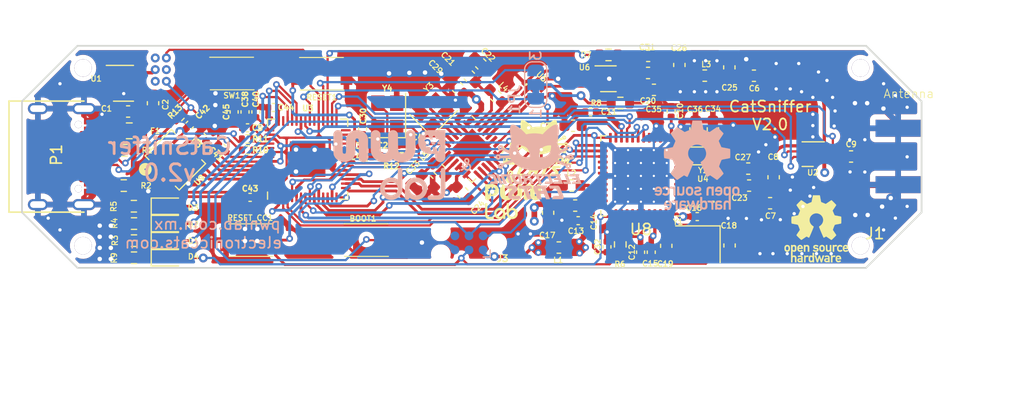
<source format=kicad_pcb>
(kicad_pcb (version 20211014) (generator pcbnew)
  (title_block (title "Cat-Stick") (date "2021-06-23") (rev "v2.0") (company "Electronic Cats") (comment 1 "Eduardo Contreras"))
  (layers (0 "F.Cu" signal) (1 "In1.Cu" power "GND") (2 "In2.Cu" power "VCC") (31 "B.Cu" signal) (34 "B.Paste" user) (35 "F.Paste" user) (36 "B.SilkS" user "B.Silkscreen") (37 "F.SilkS" user "F.Silkscreen") (38 "B.Mask" user) (39 "F.Mask" user) (44 "Edge.Cuts" user))
  (net 0 "")
  (net 1 "GND")
  (net 2 "/X48M_P")
  (net 3 "/LORA_O")
  (net 4 "/X48M_N")
  (net 5 "VCC")
  (net 6 "Net-(C9-Pad1)")
  (net 7 "+3V3")
  (net 8 "/VDDS")
  (net 9 "/VDDR")
  (net 10 "Net-(C33-Pad1)")
  (net 11 "/UBP_SUB-1_GHZ")
  (net 12 "/UBP_2_4_GHZ")
  (net 13 "/ANT")
  (net 14 "/RX_TX")
  (net 15 "/LED1")
  (net 16 "Net-(D1-Pad1)")
  (net 17 "/LED2")
  (net 18 "Net-(D2-Pad1)")
  (net 19 "/LED4")
  (net 20 "Net-(D3-Pad1)")
  (net 21 "/LED3")
  (net 22 "Net-(D4-Pad1)")
  (net 23 "Net-(F1-Pad1)")
  (net 24 "/RESET")
  (net 25 "/DIO22")
  (net 26 "Net-(JP1-Pad2)")
  (net 27 "/DIO2")
  (net 28 "/DCDC_SW")
  (net 29 "/RFO")
  (net 30 "Net-(P1-PadB5)")
  (net 31 "/D+")
  (net 32 "/D-")
  (net 33 "Net-(P1-PadA5)")
  (net 34 "/ANT_SW")
  (net 35 "/TXD")
  (net 36 "/RXD")
  (net 37 "/CTF2")
  (net 38 "/CTF3")
  (net 39 "/CTF1")
  (net 40 "/RFI_N")
  (net 41 "/RFI_P")
  (net 42 "/SW_RFO")
  (net 43 "/SW_RFI")
  (net 44 "/RESET_SX")
  (net 45 "/CIPO")
  (net 46 "/SCK")
  (net 47 "/COPI")
  (net 48 "/NSS")
  (net 49 "/BUSY")
  (net 50 "/DIO3")
  (net 51 "/DIO1")
  (net 52 "/BOOT")
  (net 53 "Net-(C6-Pad2)")
  (net 54 "Net-(C7-Pad2)")
  (net 55 "Net-(C8-Pad2)")
  (net 56 "Net-(C35-Pad1)")
  (net 57 "Net-(C36-Pad1)")
  (net 59 "Net-(L5-Pad1)")
  (net 71 "+1V2")
  (net 72 "Net-(C4-Pad1)")
  (net 81 "/2_4_GHZ_RF_P")
  (net 82 "/2_4_GHZ_RF_N")
  (net 83 "/SUB_1_GHZ_RF_P")
  (net 84 "/SUB_1_GHZ_RF_N")
  (net 85 "Net-(C20-Pad2)")
  (net 86 "Net-(C20-Pad1)")
  (net 87 "Net-(C21-Pad1)")
  (net 88 "Net-(C23-Pad2)")
  (net 90 "Net-(C31-Pad1)")
  (net 91 "Net-(C34-Pad1)")
  (net 92 "/XTA")
  (net 93 "/XTB")
  (net 95 "/cJTAG_TCK")
  (net 96 "/cJTAG_TMSC")
  (net 99 "Net-(C37-Pad1)")
  (net 100 "Net-(C28-Pad1)")
  (net 101 "/RESET_CC")
  (net 102 "Net-(R10-Pad2)")
  (net 103 "Net-(R11-Pad2)")
  (net 104 "Net-(R12-Pad2)")
  (net 105 "/QSPI_SS")
  (net 106 "/JTAG{slash}TDI")
  (net 107 "/JTAG{slash}TDO")
  (net 111 "/QSPI_SD3")
  (net 112 "/QSPI_SCK")
  (net 113 "/QSPI_SD0")
  (net 114 "/QSPI_SD2")
  (net 115 "/QSPI_SD1")
  (footprint "Capacitor_SMD:C_0603_1608Metric" (layer "F.Cu") (at 148.69 101.945 90)
    (fp_text reference "C25")
    (fp_text value "3.3pF")
  )
  (footprint "Capacitor_SMD:C_0603_1608Metric" (layer "F.Cu") (at 94.555 105.92 180)
    (fp_text reference "C1")
    (fp_text value "1uF")
  )
  (footprint "Capacitor_SMD:C_0603_1608Metric" (layer "F.Cu") (at 125.28 102.73 135)
    (fp_text reference "C21")
    (fp_text value "0.1uF")
  )
  (footprint "Capacitor_SMD:C_0603_1608Metric" (layer "F.Cu") (at 141.38 100.91)
    (fp_text reference "C31")
    (fp_text value "1nF")
  )
  (footprint "LED_SMD:LED_0603_1608Metric_Pad1.05x0.95mm_HandSolder" (layer "F.Cu") (at 98.295 114.45)
    (fp_text reference "D3")
    (fp_text value "LED")
  )
  (footprint "LED_SMD:LED_0603_1608Metric_Pad1.05x0.95mm_HandSolder" (layer "F.Cu") (at 98.295 116.01)
    (fp_text reference "D2")
    (fp_text value "LED")
  )
  (footprint "LED_SMD:LED_0603_1608Metric_Pad1.05x0.95mm_HandSolder" (layer "F.Cu") (at 98.295 119.09)
    (fp_text reference "D4")
    (fp_text value "LED")
  )
  (footprint "LED_SMD:LED_0603_1608Metric_Pad1.05x0.95mm_HandSolder" (layer "F.Cu") (at 98.295 117.55)
    (fp_text reference "D1")
    (fp_text value "LED")
  )
  (footprint "Inductor_SMD:L_0603_1608Metric" (layer "F.Cu") (at 146.4775 102.69 180)
    (fp_text reference "L3")
    (fp_text value "9.1nH")
  )
  (footprint "Resistor_SMD:R_0603_1608Metric" (layer "F.Cu") (at 138.88 105.16 180)
    (fp_text reference "R8")
    (fp_text value "100R")
  )
  (footprint "Resistor_SMD:R_0603_1608Metric" (layer "F.Cu") (at 94.165 112.59 180)
    (fp_text reference "R2")
    (fp_text value "5k1")
  )
  (footprint "Resistor_SMD:R_0603_1608Metric" (layer "F.Cu") (at 95.085 119.09)
    (fp_text reference "R9")
    (fp_text value "330")
  )
  (footprint "Resistor_SMD:R_0603_1608Metric" (layer "F.Cu") (at 95.085 116.01)
    (fp_text reference "R4")
    (fp_text value "330")
  )
  (footprint "Resistor_SMD:R_0603_1608Metric" (layer "F.Cu") (at 95.075 114.45)
    (fp_text reference "R5")
    (fp_text value "330")
  )
  (footprint "Resistor_SMD:R_0603_1608Metric" (layer "F.Cu") (at 95.085 117.55)
    (fp_text reference "R3")
    (fp_text value "330")
  )
  (footprint "Capacitor_SMD:C_0603_1608Metric" (layer "F.Cu") (at 141.37 102.45)
    (fp_text reference "C20")
    (fp_text value "100pF")
  )
  (footprint "CatSniffer:HOLE" (layer "F.Cu") (at 161.11 114.21)
    (fp_text reference "REF**" hide)
    (fp_text value "HOLE")
  )
  (footprint "CatSniffer:HOLE" (layer "F.Cu") (at 90.21 98.28)
    (fp_text reference "REF**" hide)
    (fp_text value "HOLE")
  )
  (footprint "CatSniffer:HOLE" (layer "F.Cu") (at 161.06 99.62)
    (fp_text reference "REF**" hide)
    (fp_text value "HOLE")
  )
  (footprint "Capacitor_SMD:C_0603_1608Metric" (layer "F.Cu") (at 150.905 102.7)
    (fp_text reference "C6")
    (fp_text value "100pF")
  )
  (footprint "Package_TO_SOT_SMD:SOT-23-5" (layer "F.Cu") (at 94.14 103.38)
    (fp_text reference "U1")
    (fp_text value "AP2112K-3.3")
  )
  (footprint "CatSniffer:HOLE" (layer "F.Cu") (at 91.86 115.52)
    (fp_text reference "REF**" hide)
    (fp_text value "HOLE")
  )
  (footprint "Inductor_SMD:L_0603_1608Metric" (layer "F.Cu") (at 122.573153 111.153153 135)
    (fp_text reference "L5")
    (fp_text value "15uH")
  )
  (footprint "Capacitor_SMD:C_0603_1608Metric" (layer "F.Cu") (at 124.23 103.78 135)
    (fp_text reference "C29")
    (fp_text value "0.1uF")
  )
  (footprint "Capacitor_SMD:C_0603_1608Metric" (layer "F.Cu") (at 121.54 112.2 -45)
    (fp_text reference "C33")
    (fp_text value "470nF")
  )
  (footprint "Crystal:Crystal_SMD_2520-4Pin_2.5x2.0mm" (layer "F.Cu") (at 122.073744 106.016307 45)
    (fp_text reference "Y3")
    (fp_text value "32Mhz")
  )
  (footprint "Package_DFN_QFN:QFN-24-1EP_4x4mm_P0.5mm_EP2.65x2.65mm" (layer "F.Cu") (at 125.53 109.32 -45)
    (fp_text reference "U7")
    (fp_text value "SX1262IMLTRT")
  )
  (footprint "Capacitor_SMD:C_0603_1608Metric" (layer "F.Cu") (at 126.31 101.631992 135)
    (fp_text reference "C22")
    (fp_text value "47pF")
  )
  (footprint "Capacitor_SMD:C_0603_1608Metric" (layer "F.Cu") (at 141.9 103.97)
    (fp_text reference "C35")
    (fp_text value "1nF")
  )
  (footprint "Capacitor_SMD:C_0603_1608Metric" (layer "F.Cu") (at 150.39 111.06 180)
    (fp_text reference "C27")
    (fp_text value "100pF")
  )
  (footprint "Capacitor_SMD:C_0603_1608Metric" (layer "F.Cu") (at 152.36 114.18)
    (fp_text reference "C7")
    (fp_text value "100pF")
  )
  (footprint "Capacitor_SMD:C_0603_1608Metric" (layer "F.Cu") (at 152.68 111.84 90)
    (fp_text reference "C8")
    (fp_text value "100pF")
  )
  (footprint "Capacitor_SMD:C_0603_1608Metric" (layer "F.Cu") (at 150.47 112.59 180)
    (fp_text reference "C23")
    (fp_text value "100pF")
  )
  (footprint "CatSniffer:0900FM15D0039E" (layer "F.Cu") (at 147.24 112.42 -90)
    (fp_text reference "U4")
    (fp_text value "0900PC15A0036")
  )
  (footprint "Package_DFN_QFN:DFN-8-1EP_2x2mm_P0.5mm_EP0.9x1.3mm" (layer "F.Cu") (at 156.24 109.76 180)
    (fp_text reference "U2")
    (fp_text value "RFSW8006QTR7")
  )
  (footprint "Capacitor_SMD:C_0603_1608Metric" (layer "F.Cu") (at 159.65 109.97)
    (fp_text reference "C9")
    (fp_text value "100pF")
  )
  (footprint "Resistor_SMD:R_0603_1608Metric" (layer "F.Cu") (at 137.81 100.82 180)
    (fp_text reference "R7")
    (fp_text value "100R")
  )
  (footprint "CatSniffer:0900FM15D0039E" (layer "F.Cu") (at 131.54 104.64 135)
    (fp_text reference "U5")
    (fp_text value "0900FM15D0039")
  )
  (footprint "Inductor_SMD:L_0603_1608Metric" (layer "F.Cu") (at 127.663153 104.533153 -45)
    (fp_text reference "L4")
    (fp_text value "47nH")
  )
  (footprint "Capacitor_SMD:C_0603_1608Metric" (layer "F.Cu") (at 148.71 117.985 -90)
    (fp_text reference "C18")
    (fp_text value "22pF")
  )
  (footprint "Capacitor_SMD:C_0603_1608Metric" (layer "F.Cu") (at 147.21 107.52 90)
    (fp_text reference "C34")
    (fp_text value "10pF")
  )
  (footprint "Capacitor_SMD:C_0603_1608Metric" (layer "F.Cu") (at 145.65 107.52 90)
    (fp_text reference "C36")
    (fp_text value "10pF")
  )
  (footprint "Fuse:Fuse_0805_2012Metric_Pad1.15x1.40mm_HandSolder" (layer "F.Cu") (at 94.66 107.66)
    (fp_text reference "F1")
    (fp_text value "0.5A")
  )
  (footprint "Inductor_SMD:L_0603_1608Metric" (layer "F.Cu") (at 133.3425 118.17 180)
    (fp_text reference "L1")
    (fp_text value "BLM18HE152SN1D ")
  )
  (footprint "Inductor_SMD:L_0603_1608Metric" (layer "F.Cu") (at 134.5 112.58 180)
    (fp_text reference "L2")
    (fp_text value "6.8uH")
  )
  (footprint "Crystal:Crystal_SMD_3225-4Pin_3.2x2.5mm" (layer "F.Cu") (at 145.86 117.87 180)
    (fp_text reference "Y1")
    (fp_text value "48MHz")
  )
  (footprint "Crystal:Crystal_SMD_2012-2Pin_2.0x1.2mm" (layer "F.Cu") (at 146.28 109.92 180)
    (fp_text reference "Y2")
    (fp_text value "32.768kHz")
  )
  (footprint "Capacitor_SMD:C_0603_1608Metric" (layer "F.Cu") (at 143.01 118.015 -90)
    (fp_text reference "C19")
    (fp_text value "22pF")
  )
  (footprint "Resistor_SMD:R_0603_1608Metric" (layer "F.Cu") (at 138.87 117.885 90)
    (fp_text reference "R6")
    (fp_text value "100K")
  )
  (footprint "Capacitor_SMD:C_0402_1005Metric" (layer "F.Cu") (at 143.45 105.91 90)
    (fp_text reference "C10")
    (fp_text value "100nF")
  )
  (footprint "Capacitor_SMD:C_0402_1005Metric" (layer "F.Cu") (at 136.2 105.95 180)
    (fp_text reference "C11")
    (fp_text value "100nF")
  )
  (footprint "Capacitor_SMD:C_0402_1005Metric" (layer "F.Cu") (at 135.08 115.75 180)
    (fp_text reference "C13")
    (fp_text value "100nF")
  )
  (footprint "Capacitor_SMD:C_0603_1608Metric" (layer "F.Cu") (at 134.81 114.39 180)
    (fp_text reference "C14")
    (fp_text value "22uF")
  )
  (footprint "Capacitor_SMD:C_0402_1005Metric" (layer "F.Cu") (at 141.66 118.59 -90)
    (fp_text reference "C15")
    (fp_text value "100nF")
  )
  (footprint "Capacitor_SMD:C_0402_1005Metric" (layer "F.Cu") (at 145.8 115.38)
    (fp_text reference "C16")
    (fp_text value "100nF")
  )
  (footprint "Capacitor_SMD:C_0603_1608Metric" (layer "F.Cu") (at 132.37 115.04 -90)
    (fp_text reference "C17")
    (fp_text value "22uF")
  )
  (footprint "Capacitor_SMD:C_0402_1005Metric" (layer "F.Cu") (at 137.67 118.11 90)
    (fp_text reference "C32")
    (fp_text value "100nF")
  )
  (footprint "Capacitor_SMD:C_0603_1608Metric" (layer "F.Cu") (at 134.62 107.2 180)
    (fp_text reference "C37")
    (fp_text value "1uF")
  )
  (footprint "Aesthetics:electronic_cats_logo_4x3" (layer "F.Cu") (at 131.53 109.21)
    (fp_text reference "G***" hide)
    (fp_text value "LOGO" hide)
  )
  (footprint "Symbol:OSHW-Logo_5.7x6mm_SilkScreen" (layer "F.Cu") (at 156.52 116.48)
    (fp_text reference "REF**" hide)
    (fp_text value "OSHW-Logo_5.7x6mm_SilkScreen" hide)
  )
  (footprint "Capacitor_SMD:C_0603_1608Metric" (layer "F.Cu") (at 96.8 105.175 90)
    (fp_text reference "C2")
    (fp_text value "0.1uF")
  )
  (footprint "Capacitor_SMD:C_0402_1005Metric" (layer "F.Cu") (at 140.7 118.59 -90)
    (fp_text reference "C12")
    (fp_text value "100nF")
  )
  (footprint "Capacitor_SMD:C_0603_1608Metric" (layer "F.Cu") (at 144.19 101.73 90)
    (fp_text reference "C26")
    (fp_text value "3.3pF")
  )
  (footprint "Capacitor_SMD:C_0603_1608Metric" (layer "F.Cu") (at 124.68 113.25 -45)
    (fp_text reference "C24")
    (fp_text value "0.1uF")
  )
  (footprint "Resistor_SMD:R_0603_1608Metric" (layer "F.Cu") (at 94.23 109.42 180)
    (fp_text reference "R1")
    (fp_text value "5k1")
  )
  (footprint "CatSniffer:calderon" (layer "F.Cu") (at 129.22 114.04)
    (fp_text reference "G***" hide)
    (fp_text value "LOGO" hide)
  )
  (footprint "Connectors:C393939" (layer "F.Cu") (at 90.58 109.98 -90)
    (fp_text reference "P1")
    (fp_text value "USB_C_Plug_USB2.0")
  )
  (footprint "CatSniffer:TS1088R02026" (layer "F.Cu") (at 103.9 102.5)
    (fp_text reference "SW1")
    (fp_text value "SW" hide)
  )
  (footprint "CatSniffer:TS1088R02026" (layer "F.Cu") (at 111.99 102.52)
    (fp_text reference "RESET1")
    (fp_text value "SW" hide)
  )
  (footprint "CatSniffer:TS1088R02026" (layer "F.Cu") (at 105.6 117.5)
    (fp_text reference "RESET_CC1")
    (fp_text value "SW" hide)
  )
  (footprint "CatSniffer:TS1088R02026" (layer "F.Cu") (at 116 117.5)
    (fp_text reference "BOOT1")
    (fp_text value "SW" hide)
  )
  (footprint "bast-wan:SMA_EDGE" (layer "F.Cu") (at 165.92 109.97 180)
    (fp_text reference "J1")
    (fp_text value "Antenna")
  )
  (footprint "Package_DFN_QFN:VQFN-48-1EP_7x7mm_P0.5mm_EP5.15x5.15mm_ThermalVias" (layer "F.Cu") (at 140.73 111.72 180)
    (fp_text reference "U8")
    (fp_text value "CC1352P1F3RGZT")
  )
  (footprint "Resistor_SMD:R_0402_1005Metric" (layer "F.Cu") (at 99.219376 106.370624 -135)
    (fp_text reference "R13")
    (fp_text value "10k")
  )
  (footprint "Capacitor_SMD:C_0402_1005Metric" (layer "F.Cu") (at 104.1025 105.96 90)
    (fp_text reference "C45")
    (fp_text value "0.1uF")
  )
  (footprint "Capacitor_SMD:C_0402_1005Metric" (layer "F.Cu") (at 105.54 113.65 180)
    (fp_text reference "C43")
    (fp_text value "0.1uF")
  )
  (footprint "Package_DFN_QFN:QFN-56-1EP_7x7mm_P0.4mm_EP3.2x3.2mm" (layer "F.Cu") (at 110.72 110.21 90)
    (fp_text reference "U3")
    (fp_text value "RP2040")
  )
  (footprint "Crystal:Crystal_SMD_3225-4Pin_3.2x2.5mm" (layer "F.Cu") (at 117.89 106.275 90)
    (fp_text reference "Y4")
    (fp_text value "12MHz")
  )
  (footprint "Capacitor_SMD:C_0402_1005Metric" (layer "F.Cu") (at 101.220589 108.240589 135)
    (fp_text reference "C3")
    (fp_text value "1uF")
  )
  (footprint "Capacitor_SMD:C_0402_1005Metric" (layer "F.Cu") (at 103.010589 109.200589 135)
    (fp_text reference "C41")
    (fp_text value "0.1uF")
  )
  (footprint "Capacitor_SMD:C_0402_1005Metric" (layer "F.Cu") (at 115.98 109.01)
    (fp_text reference "C39")
    (fp_text value "0.1uF")
  )
  (footprint "Capacitor_SMD:C_0402_1005Metric" (layer "F.Cu") (at 115.99 110.01)
    (fp_text reference "C46")
    (fp_text value "0.1uF")
  )
  (footprint "Resistor_SMD:R_0402_1005Metric" (layer "F.Cu") (at 105.31 109.39)
    (fp_text reference "R10")
    (fp_text value "27")
  )
  (footprint "CatSniffer:W25Q16JVUUIQ" (layer "F.Cu") (at 98.805675 110.265675 45)
    (fp_text reference "U9")
    (fp_text value "W25Q16JV")
  )
  (footprint "Capacitor_SMD:C_0402_1005Metric" (layer "F.Cu") (at 105.31 107.39 180)
    (fp_text reference "C5")
    (fp_text value "0.1uF")
  )
  (footprint "Capacitor_SMD:C_0402_1005Metric" (layer "F.Cu") (at 107.64 105.56 180)
    (fp_text reference "C44")
    (fp_text value "0.1uF")
  )
  (footprint "Capacitor_SMD:C_0402_1005Metric" (layer "F.Cu") (at 115.67 107.49 90)
    (fp_text reference "C30")
    (fp_text value "0.1uF")
  )
  (footprint "Resistor_SMD:R_0402_1005Metric" (layer "F.Cu") (at 105.31 108.39)
    (fp_text reference "R11")
    (fp_text value "27")
  )
  (footprint "Capacitor_SMD:C_0402_1005Metric" (layer "F.Cu") (at 100.1 107.13 45)
    (fp_text reference "C42")
    (fp_text value "0.1uF")
  )
  (footprint "Capacitor_SMD:C_0402_1005Metric" (layer "F.Cu") (at 106.06 105.96 90)
    (fp_text reference "C40")
    (fp_text value "0.1uF")
  )
  (footprint "Capacitor_SMD:C_0402_1005Metric" (layer "F.Cu") (at 105.0825 105.96 90)
    (fp_text reference "C38")
    (fp_text value "1uF")
  )
  (footprint "Package_TO_SOT_SMD:SOT-363_SC-70-6" (layer "F.Cu") (at 137.8 102.97)
    (fp_text reference "U6")
    (fp_text value "PE42421")
  )
  (footprint "Resistor_SMD:R_0402_1005Metric" (layer "F.Cu") (at 119.19 110)
    (fp_text reference "R12")
    (fp_text value "1k")
  )
  (footprint "Capacitor_SMD:C_0402_1005Metric" (layer "F.Cu") (at 118.37 108.97)
    (fp_text reference "C28")
    (fp_text value "27pF")
  )
  (footprint "Capacitor_SMD:C_0402_1005Metric" (layer "F.Cu") (at 120.25 108.97 180)
    (fp_text reference "C4")
    (fp_text value "27pF")
  )
  (footprint "Jumper:SolderJumper-3_P1.3mm_Bridged12_RoundedPad1.0x1.5mm_NumberLabels" (layer "B.Cu") (at 131.26 103.5 90)
    (fp_text reference "JP1")
    (fp_text value "Jumper")
  )
  (footprint "Connector:Tag-Connect_TC2030-IDC-NL_2x03_P1.27mm_Vertical" (layer "B.Cu") (at 125.25 117.75 180)
    (fp_text reference "J3")
    (fp_text value "Conn_01x06_Female")
  )
  (footprint "Aesthetics:electronic_cats_logo_8x6" (layer "B.Cu") (at 131.14 110.46 180)
    (fp_text reference "G***" hide)
    (fp_text value "LOGO" hide)
  )
  (footprint "Symbol:OSHW-Logo_7.5x8mm_SilkScreen" (layer "B.Cu") (at 145.796 110.744 180)
    (fp_text reference "REF**" hide)
    (fp_text value "OSHW-Logo_7.5x8mm_SilkScreen" hide)
  )
  (footprint "CatSniffer:calderon_7.5x7.5" (layer "B.Cu") (at 118.08 110.74 180)
    (fp_text reference "G***" hide)
    (fp_text value "LOGO" hide)
  )
  (gr_line (start 166 105) (end 166 115) (layer "Edge.Cuts") (width 0.15))
  (gr_line (start 85 105) (end 90 100) (layer "Edge.Cuts") (width 0.15))
  (gr_line (start 90 120) (end 85 115) (layer "Edge.Cuts") (width 0.15))
  (gr_line (start 161 100) (end 166 105) (layer "Edge.Cuts") (width 0.15))
  (gr_line (start 161 120) (end 166 115) (layer "Edge.Cuts") (width 0.15))
  (gr_line (start 161 100) (end 90 100) (layer "Edge.Cuts") (width 0.15))
  (gr_line (start 90 120) (end 161 120) (layer "Edge.Cuts") (width 0.15))
  (gr_line (start 85 105) (end 85 115) (layer "Edge.Cuts") (width 0.15))
  (gr_text "CatSniffer\nv2.0" (at 98.298 110.236) (layer "B.SilkS") (effects (font (size 1.5 1.5) (thickness 0.25)) (justify mirror)))
  (gr_text "&" (at 124.98 110.72) (layer "B.SilkS") (effects (font (size 1 1)) (justify mirror)))
  (gr_text "pwnlab.com.mx\n" (at 108.389048 116.05) (layer "B.SilkS") (effects (font (size 1 1)) (justify left mirror)))
  (gr_text "electroniccats.com" (at 101.33 117.74) (layer "B.SilkS") (effects (font (size 1 1)) (justify mirror)))
  (gr_text "&" (at 129.05 111.84) (layer "F.SilkS") (effects (font (size 1 1))))
  (gr_text "CatSniffer\nV2.0" (at 152.37 106.28) (layer "F.SilkS") (effects (font (size 1 1))))
  (segment (start 159.405 105.765) (end 159.3 105.87) (width 0.29337) (layer "F.Cu") (net 1))
  (segment (start 115.23 103.535) (end 114.215 102.52) (width 0.3) (layer "F.Cu") (net 1))
  (segment (start 158.83 107.23) (end 158.13 107.23) (width 0.5) (layer "F.Cu") (net 1))
  (segment (start 93.04 103.38) (end 93.96 103.38) (width 0.5) (layer "F.Cu") (net 1))
  (segment (start 142.815 105.015) (end 142.815 104.12) (width 0.3) (layer "F.Cu") (net 1))
  (segment (start 156.718 102.362) (end 156.21 101.854) (width 0.2) (layer "F.Cu") (net 1))
  (segment (start 141.66 119.07) (end 142.76 119.07) (width 0.3) (layer "F.Cu") (net 1))
  (segment (start 105.16 101.06) (end 101.15 101.06) (width 0.2) (layer "F.Cu") (net 1))
  (segment (start 101.15 101.06) (end 100.55 101.66) (width 0.2) (layer "F.Cu") (net 1))
  (segment (start 135.72 105.95) (end 135.56001 106.10999) (width 0.25) (layer "F.Cu") (net 1))
  (segment (start 147.24 115.14) (end 147.24 114.42) (width 0.3) (layer "F.Cu") (net 1))
  (segment (start 95.33 105.41) (end 94.73 105.41) (width 0.35) (layer "F.Cu") (net 1))
  (segment (start 133.49 106.07) (end 133.49 105.26) (width 0.5) (layer "F.Cu") (net 1))
  (segment (start 136.83 102.95) (end 133.3 102.95) (width 0.25) (layer "F.Cu") (net 1))
  (segment (start 160.69 108.26) (end 160.89 108.46) (width 0.2) (layer "F.Cu") (net 1))
  (segment (start 151.59 115.66) (end 151.58 115.67) (width 0.2) (layer "F.Cu") (net 1))
  (segment (start 125.53 109.32) (end 125.53 108.25934) (width 0.25) (layer "F.Cu") (net 1))
  (segment (start 91.405 106.78) (end 91.594 106.78) (width 0.5) (layer "F.Cu") (net 1))
  (segment (start 92 116.2) (end 92 119.2) (width 0.5) (layer "F.Cu") (net 1))
  (segment (start 130.47934 103.225786) (end 130.744505 102.960621) (width 0.3) (layer "F.Cu") (net 1))
  (segment (start 145.151 100.955) (end 145.542 101.346) (width 0.35) (layer "F.Cu") (net 1))
  (segment (start 126.59066 109.32) (end 125.53 109.32) (width 0.25) (layer "F.Cu") (net 1))
  (segment (start 121.315887 108.099495) (end 123.248835 108.099495) (width 0.3) (layer "F.Cu") (net 1))
  (segment (start 162.445 114.485) (end 163.22 113.71) (width 0.5) (layer "F.Cu") (net 1))
  (segment (start 132.39 116.62) (end 132.07 116.94) (width 0.5) (layer "F.Cu") (net 1))
  (segment (start 145.542 104.14) (end 146.558 104.14) (width 0.35) (layer "F.Cu") (net 1))
  (segment (start 160.69 107.43) (end 160.27 107.43) (width 0.5) (layer "F.Cu") (net 1))
  (segment (start 153.82 115.12) (end 153.28 115.66) (width 0.2) (layer "F.Cu") (net 1))
  (segment (start 113.775 117.5) (end 115.335 119.06) (width 0.25) (layer "F.Cu") (net 1))
  (segment (start 131.54 104.64) (end 131.54 104.57) (width 0.3) (layer "F.Cu") (net 1))
  (segment (start 135.56001 106.10999) (end 135.27001 106.10999) (width 0.25) (layer "F.Cu") (net 1))
  (segment (start 92.03 113.18) (end 92.34 113.49) (width 0.5) (layer "F.Cu") (net 1))
  (segment (start 151.98 108.91) (end 152.11 108.91) (width 0.2) (layer "F.Cu") (net 1))
  (segment (start 127.439188 108.471472) (end 126.59066 109.32) (width 0.25) (layer "F.Cu") (net 1))
  (segment (start 94.255 115.895) (end 94.26 115.9) (width 0.5) (layer "F.Cu") (net 1))
  (segment (start 133.3 102.95) (end 133.275 102.975) (width 0.25) (layer "F.Cu") (net 1))
  (segment (start 93 116.2) (end 93 119.2) (width 0.5) (layer "F.Cu") (net 1))
  (segment (start 137.875498 102.97) (end 136.85 102.97) (width 0.25) (layer "F.Cu") (net 1))
  (segment (start 122.75 102.52) (end 114.215 102.52) (width 0.5) (layer "F.Cu") (net 1))
  (segment (start 95.33 105.92) (end 95.33 105.41) (width 0.35) (layer "F.Cu") (net 1))
  (segment (start 112.33 110.97) (end 112.33 110.95) (width 0.29337) (layer "F.Cu") (net 1))
  (segment (start 132.14434 102.975) (end 133.275 102.975) (width 0.25) (layer "F.Cu") (net 1))
  (segment (start 122.088008 113.127958) (end 122.088008 112.748008) (width 0.5) (layer "F.Cu") (net 1))
  (segment (start 124.672597 105.539215) (end 124.026691 104.893309) (width 0.5) (layer "F.Cu") (net 1))
  (segment (start 91.405 113.475) (end 90.58 114.3) (width 0.5) (layer "F.Cu") (net 1))
  (segment (start 162.26 112.56) (end 156.48 112.56) (width 0.5) (layer "F.Cu") (net 1))
  (segment (start 104.83 107.39) (end 104.72 107.28) (width 0.2) (layer "F.Cu") (net 1))
  (segment (start 129.67 116.94) (end 130.78 116.94) (width 0.5) (layer "F.Cu") (net 1))
  (segment (start 102.42 104.28) (end 102.41 104.29) (width 0.2) (layer "F.Cu") (net 1))
  (segment (start 144.86 117.02) (end 146.56 118.72) (width 0.3) (layer "F.Cu") (net 1))
  (segment (start 94.26 119.09) (end 93.11 119.09) (width 0.5) (layer "F.Cu") (net 1))
  (segment (start 105.08 116.49) (end 105.06 116.47) (width 0.5) (layer "F.Cu") (net 1))
  (segment (start 95.055 112.525) (end 94.99 112.59) (width 0.5) (layer "F.Cu") (net 1))
  (segment (start 156.21 107.188) (end 156.21 108.204) (width 0.2) (layer "F.Cu") (net 1))
  (segment (start 131.54 104.57) (end 130.838994 103.868994) (width 0.3) (layer "F.Cu") (net 1))
  (segment (start 119.96 102.52) (end 119.88 102.44) (width 0.5) (layer "F.Cu") (net 1))
  (segment (start 91.405 106.485) (end 90.58 105.66) (width 0.5) (layer "F.Cu") (net 1))
  (segment (start 94.73 105.41) (end 94.159998 104.839998) (width 0.35) (layer "F.Cu") (net 1))
  (segment (start 94.159998 103.579998) (end 93.96 103.38) (width 0.5) (layer "F.Cu") (net 1))
  (segment (start 154.94 103.886) (end 155.194 104.14) (width 0.2) (layer "F.Cu") (net 1))
  (segment (start 124.46934 109.32) (end 125.53 109.32) (width 0.3) (layer "F.Cu") (net 1))
  (segment (start 107.08 105.48) (end 107.16 105.56) (width 0.2) (layer "F.Cu") (net 1))
  (segment (start 123.187437 105.732563) (end 124.026691 104.893309) (width 0.5) (layer "F.Cu") (net 1))
  (segment (start 147.24 113.88) (end 147.255 113.865) (width 0.3) (layer "F.Cu") (net 1))
  (segment (start 144.76 117.02) (end 144.86 117.02) (width 0.3) (layer "F.Cu") (net 1))
  (segment (start 163.888 112.51) (end 163.888 112.772) (width 0.5) (layer "F.Cu") (net 1))
  (segment (start 114.215 102.52) (end 114.215 104.925) (width 0.3) (layer "F.Cu") (net 1))
  (segment (start 106.19 116.49) (end 105.08 116.49) (width 0.5) (layer "F.Cu") (net 1))
  (segment (start 130.838994 103.868994) (end 131.250346 103.868994) (width 0.3) (layer "F.Cu") (net 1))
  (segment (start 95.055 109.42) (end 95.055 112.525) (width 0.5) (layer "F.Cu") (net 1))
  (segment (start 111.327377 109.347377) (end 111.35 109.37) (width 0.25) (layer "F.Cu") (net 1))
  (segment (start 143.04 118.79) (end 143.04 119.25) (width 0.25) (layer "F.Cu") (net 1))
  (segment (start 146.56 118.72) (end 146.96 118.72) (width 0.3) (layer "F.Cu") (net 1))
  (segment (start 132.63 104.4) (end 132.75 104.52) (width 0.25) (layer "F.Cu") (net 1))
  (segment (start 94.159998 104.839998) (end 94.159998 104.31) (width 0.35) (layer "F.Cu") (net 1))
  (segment (start 111.35 109.37) (end 111.35 109.58) (width 0.29337) (layer "F.Cu") (net 1))
  (segment (start 146.96 119.2) (end 146.96 118.72) (width 0.25) (layer "F.Cu") (net 1))
  (segment (start 130.613934 103.868994) (end 130.838994 103.868994) (width 0.3) (layer "F.Cu") (net 1))
  (segment (start 118.74 105.175) (end 120.475 105.175) (width 0.5) (layer "F.Cu") (net 1))
  (segment (start 130.125786 103.367194) (end 130.41544 103.656848) (width 0.3) (layer "F.Cu") (net 1))
  (segment (start 92 117.2) (end 93 117.2) (width 0.5) (layer "F.Cu") (net 1))
  (segment (start 158.41 112.51) (end 159.56 111.36) (width 0.5) (layer "F.Cu") (net 1))
  (segment (start 143.385001 119.595001) (end 146.564999 119.595001) (width 0.25) (layer "F.Cu") (net 1))
  (segment (start 151.165 111.06) (end 151.165 109.715) (width 0.2) (layer "F.Cu") (net 1))
  (segment (start 159.3 105.87) (end 158.21 105.87) (width 0.29337) (layer "F.Cu") (net 1))
  (segment (start 157.48 103.378) (end 157.48 103.124) (width 0.2) (layer "F.Cu") (net 1))
  (segment (start 122.90005 113.94) (end 122.088008 113.127958) (width 0.5) (layer "F.Cu") (net 1))
  (segment (start 134.15 115.75) (end 134.6 115.75) (width 0.5) (layer "F.Cu") (net 1))
  (segment (start 102.671178 108.861178) (end 102.671178 107.951178) (width 0.2) (layer "F.Cu") (net 1))
  (segment (start 125.086016 113.94) (end 122.90005 113.94) (width 0.5) (layer "F.Cu") (net 1))
  (segment (start 119.77 108.24) (end 120 108.01) (width 0.2) (layer "F.Cu") (net 1))
  (segment (start 160 105.17) (end 159.405 105.765) (width 0.29337) (layer "F.Cu") (net 1))
  (segment (start 148.635 106.745) (end 149.04 107.15) (width 0.25) (layer "F.Cu") (net 1))
  (segment (start 132.39 115.815) (end 132.39 116.62) (width 0.5) (layer "F.Cu") (net 1))
  (segment (start 124.2 106.612442) (end 124.672598 106.139844) (width 0.5) (layer "F.Cu") (net 1))
  (segment (start 151.165 109.715) (end 151.32 109.56) (width 0.2) (layer "F.Cu") (net 1))
  (segment (start 92.34 115.86) (end 92 116.2) (width 0.5) (layer "F.Cu") (net 1))
  (segment (start 100.881178 107.232356) (end 100.439411 106.790589) (width 0.2) (layer "F.Cu") (net 1))
  (segment (start 144.865 106.745) (end 145.65 106.745) (width 0.25) (layer "F.Cu") (net 1))
  (segment (start 112.355 110.925) (end 112.335 110.925) (width 0.25) (layer "F.Cu") (net 1))
  (segment (start 142.2 100.955) (end 144.19 100.955) (width 0.3) (layer "F.Cu") (net 1))
  (segment (start 144.31 107.3) (end 144.865 106.745) (width 0.25) (layer "F.Cu") (net 1))
  (segment (start 134.6 115.75) (end 133.65 115.75) (width 0.5) (layer "F.Cu") (net 1))
  (segment (start 144.19 100.955) (end 145.151 100.955) (width 0.35) (layer "F.Cu") (net 1))
  (segment (start 104.385 116.49) (end 103.375 117.5) (width 0.5) (layer "F.Cu") (net 1))
  (segment (start 94.99 112.59) (end 94.99 113.27) (width 0.5) (layer "F.Cu") (net 1))
  (segment (start 150.17 101.17) (end 150.21 101.21) (width 0.25) (layer "F.Cu") (net 1))
  (segment (start 123.703984 103.186016) (end 124.708008 102.181992) (width 0.5) (layer "F.Cu") (net 1))
  (segment (start 148.71 118.76) (end 149.93 118.76) (width 0.3) (layer "F.Cu") (net 1))
  (segment (start 146.558 104.14) (end 147.574 104.14) (width 0.35) (layer "F.Cu") (net 1))
  (segment (start 156.21 101.854) (end 155.956 101.6) (width 0.2) (layer "F.Cu") (net 1))
  (segment (start 147.45 113.67) (end 147.865 113.67) (width 0.3) (layer "F.Cu") (net 1))
  (segment (start 148.69 101.17) (end 149.63 101.17) (width 0.5) (layer "F.Cu") (net 1))
  (segment (start 143.45 105.43) (end 143.23 105.43) (width 0.3) (layer "F.Cu") (net 1))
  (segment (start 161.69 115.24) (end 161.42 115.24) (width 0.5) (layer "F.Cu") (net 1))
  (segment (start 140.676 111.72) (end 138.938 109.982) (width 0.2) (layer "F.Cu") (net 1))
  (segment (start 155.95 113.54) (end 155.95 113.84) (width 0.2) (layer "F.Cu") (net 1))
  (segment (start 133.845 107.2) (end 133.845 106.425) (width 0.5) (layer "F.Cu") (net 1))
  (segment (start 147.21 106.745) (end 147.94 106.745) (width 0.25) (layer "F.Cu") (net 1))
  (segment (start 125.228008 113.798008) (end 125.086016 113.94) (width 0.5) (layer "F.Cu") (net 1))
  (segment (start 132.42 104.4) (end 132.63 104.4) (width 0.25) (layer "F.Cu") (net 1))
  (segment (start 144.19 100.955) (end 144.945 100.955) (width 0.3) (layer "F.Cu") (net 1))
  (segment (start 137.67 117.63) (end 137.67 116.789992) (width 0.2) (layer "F.Cu") (net 1))
  (segment (start 161.69 115.24) (end 162.445 114.485) (width 0.5) (layer "F.Cu") (net 1))
  (segment (start 144.252 104.12) (end 144.272 104.14) (width 0.35) (layer "F.Cu") (net 1))
  (segment (start 147.24 114.42) (end 147.24 113.88) (width 0.3) (layer "F.Cu") (net 1))
  (segment (start 142.55 105.43) (end 143.45 105.43) (width 0.2) (layer "F.Cu") (net 1))
  (segment (start 102.41 104.29) (end 102.41 105.34) (width 0.2) (layer "F.Cu") (net 1))
  (segment (start 120.960051 106.140051) (end 120.960051 105.400051) (width 0.35) (layer "F.Cu") (net 1))
  (segment (start 121.1295 107.913108) (end 121.315887 108.099495) (width 0.3) (layer "F.Cu") (net 1))
  (segment (start 91.594 106.78) (end 92.202 106.172) (width 0.5) (layer "F.Cu") (net 1))
  (segment (start 105.06 116.47) (end 105.06 113.65) (width 0.5) (layer "F.Cu") (net 1))
  (segment (start 134.18 107.2) (end 133.845 107.2) (width 0.25) (layer "F.Cu") (net 1))
  (segment (start 109.67 109.347377) (end 111.327377 109.347377) (width 0.25) (layer "F.Cu") (net 1))
  (segment (start 102.671178 107.951178) (end 102.621178 107.901178) (width 0.2) (layer "F.Cu") (net 1))
  (segment (start 92 118.2) (end 93 118.2) (width 0.5) (layer "F.Cu") (net 1))
  (segment (start 154.178 103.886) (end 154.94 103.886) (width 0.2) (layer "F.Cu") (net 1))
  (segment (start 120.960051 106.140051) (end 120.6 105.78) (width 0.5) (layer "F.Cu") (net 1))
  (segment (start 142.76 119.07) (end 143.04 118.79) (width 0.3) (layer "F.Cu") (net 1))
  (segment (start 100.881178 107.901178) (end 100.881178 107.232356) (width 0.2) (layer "F.Cu") (net 1))
  (segment (start 157.988 103.886) (end 157.48 103.378) (width 0.2) (layer "F.Cu") (net 1))
  (segment (start 112.35 110.99) (end 112.33 110.97) (width 0.29337) (layer "F.Cu") (net 1))
  (segment (start 123.248835 108.099495) (end 123.620812 108.471472) (width 0.3) (layer "F.Cu") (net 1))
  (segment (start 155.956 101.6) (end 154.94 101.6) (width 0.2) (layer "F.Cu") (net 1))
  (segment (start 158.84 106.97) (end 158.39 106.97) (width 0.29337) (layer "F.Cu") (net 1))
  (segment (start 98.27 105.95) (end 96.8 105.95) (width 0.2) (layer "F.Cu") (net 1))
  (segment (start 115.23 105.18) (end 115.23 103.535) (width 0.3) (layer "F.Cu") (net 1))
  (segment (start 140.7 119.07) (end 141.66 119.07) (width 0.3) (layer "F.Cu") (net 1))
  (segment (start 112.335 110.925) (end 112.225 110.815) (width 0.25) (layer "F.Cu") (net 1))
  (segment (start 130.125786 103.225786) (end 130.125786 103.367194) (width 0.3) (layer "F.Cu") (net 1))
  (segment (start 163.888 107.018) (end 162.04 105.17) (width 0.5) (layer "F.Cu") (net 1))
  (segment (start 144.272 104.14) (end 145.542 104.14) (width 0.35) (layer "F.Cu") (net 1))
  (segment (start 151.447084 118.72) (end 157.86 118.72) (width 0.3) (layer "F.Cu") (net 1))
  (segment (start 96.8 105.95) (end 96.87 105.95) (width 0.5) (layer "F.Cu") (net 1))
  (segment (start 146.564999 119.595001) (end 146.96 119.2) (width 0.25) (layer "F.Cu") (net 1))
  (segment (start 116.46 109.01) (end 116.46 108.9805) (width 0.25) (layer "F.Cu") (net 1))
  (segment (start 147.255 113.865) (end 147.255 113.385) (width 0.3) (layer "F.Cu") (net 1))
  (segment (start 135.27001 106.10999) (end 134.18 107.2) (width 0.25) (layer "F.Cu") (net 1))
  (segment (start 100.881178 107.901178) (end 102.621178 107.901178) (width 0.2) (layer "F.Cu") (net 1))
  (segment (start 91.405 113.18) (end 92.03 113.18) (width 0.5) (layer "F.Cu") (net 1))
  (segment (start 154.53 115.12) (end 153.82 115.12) (width 0.2) (layer "F.Cu") (net 1))
  (segment (start 123.461992 103.231992) (end 123.681992 103.231992) (width 0.5) (layer "F.Cu") (net 1))
  (segment (start 146.558 101.346) (end 147.574 101.346) (width 0.35) (layer "F.Cu") (net 1))
  (segment (start 123.703984 104.570602) (end 123.703984 103.186016) (width 0.5) (layer "F.Cu") (net 1))
  (segment (start 121.975 111.785) (end 121.975 112.635) (width 0.5) (layer "F.Cu") (net 1))
  (segment (start 96.8 105.95) (end 95.36 105.95) (width 0.5) (layer "F.Cu") (net 1))
  (segment (start 133.845 106.425) (end 133.49 106.07) (width 0.5) (layer "F.Cu") (net 1))
  (segment (start 147.255 113.385) (end 147.47 113.17) (width 0.3) (layer "F.Cu") (net 1))
  (segment (start 156.21 105.156) (end 155.956 104.902) (width 0.2) (layer "F.Cu") (net 1))
  (segment (start 143.04 119.25) (end 143.385001 119.595001) (width 0.25) (layer "F.Cu") (net 1))
  (segment (start 93.11 119.09) (end 93 119.2) (width 0.5) (layer "F.Cu") (net 1))
  (segment (start 146.28 115.38) (end 147.75 115.38) (width 0.3) (layer "F.Cu") (net 1))
  (segment (start 106.43 105.48) (end 107.08 105.48) (width 0.2) (layer "F.Cu") (net 1))
  (segment (start 155.95 113.84) (end 155.32 114.47) (width 0.2) (layer "F.Cu") (net 1))
  (segment (start 100.55 103.665026) (end 98.559376 105.65565) (width 0.2) (layer "F.Cu") (net 1))
  (segment (start 117.04 106.99) (end 115.23 105.18) (width 0.3) (layer "F.Cu") (net 1))
  (segment (start 136.83 102.95) (end 136.85 102.97) (width 0.25) (layer "F.Cu") (net 1))
  (segment (start 93 119.2) (end 92 119.2) (width 0.5) (layer "F.Cu") (net 1))
  (segment (start 149.63 101.17) (end 149.64 101.16) (width 0.5) (layer "F.Cu") (net 1))
  (segment (start 121.18 102.52) (end 119.96 102.52) (width 0.5) (layer "F.Cu") (net 1))
  (segment (start 131.451612 103.667728) (end 132.14434 102.975) (width 0.25) (layer "F.Cu") (net 1))
  (segment (start 142.815 104.12) (end 144.252 104.12) (width 0.35) (layer "F.Cu") (net 1))
  (segment (start 161.42 115.24) (end 160.03 115.24) (width 0.5) (layer "F.Cu") (net 1))
  (segment (start 132.07 116.94) (end 130.78 116.94) (width 0.5) (layer "F.Cu") (net 1))
  (segment (start 143.23 105.43) (end 142.815 105.015) (width 0.3) (layer "F.Cu") (net 1))
  (segment (start 151.407084 118.76) (end 151.447084 118.72) (width 0.3) (layer "F.Cu") (net 1))
  (segment (start 91.405 113.18) (end 91.405 113.475) (width 0.5) (layer "F.Cu") (net 1))
  (segment (start 95.17 113.09) (end 94.99 113.27) (width 0.5) (layer "F.Cu") (net 1))
  (segment (start 121.29 102.41) (end 121.18 102.52) (width 0.5) (layer "F.Cu") (net 1))
  (segment (start 153.28 115.66) (end 151.59 115.66) (width 0.2) (layer "F.Cu") (net 1))
  (segment (start 106.125 105.175) (end 106.125 102.5) (width 0.2) (layer "F.Cu") (net 1))
  (segment (start 112.61 110.99) (end 112.35 110.99) (width 0.29337) (layer "F.Cu") (net 1))
  (segment (start 92.202 106.172) (end 91.092 106.172) (width 0.5) (layer "F.Cu") (net 1))
  (segment (start 147.255 113.865) (end 147.45 113.67) (width 0.3) (layer "F.Cu") (net 1))
  (segment (start 121.975 112.635) (end 122.088008 112.748008) (width 0.5) (layer "F.Cu") (net 1))
  (segment (start 152.654 104.14) (end 152.908 103.886) (width 0.2) (layer "F.Cu") (net 1))
  (segment (start 163.888 113.042) (end 163.22 113.71) (width 0.5) (layer "F.Cu") (net 1))
  (segment (start 106.125 102.025) (end 105.16 101.06) (width 0.2) (layer "F.Cu") (net 1))
  (segment (start 122.75 102.52) (end 123.461992 103.231992) (width 0.5) (layer "F.Cu") (net 1))
  (segment (start 147.94 106.745) (end 148.17 106.975) (width 0.25) (layer "F.Cu") (net 1))
  (segment (start 130.28487 104.198058) (end 130.613934 103.868994) (width 0.3) (layer "F.Cu") (net 1))
  (segment (start 142.155 100.91) (end 142.2 100.955) (width 0.3) (layer "F.Cu") (net 1))
  (segment (start 112.685 110.915) (end 112.98 111.21) (width 0.29337) (layer "F.Cu") (net 1))
  (segment (start 111.35 109.58) (end 112.685 110.915) (width 0.29337) (layer "F.Cu") (net 1))
  (segment (start 103.38 107.28) (end 102.76 107.9) (width 0.2) (layer "F.Cu") (net 1))
  (segment (start 130.41544 103.656848) (end 130.41544 103.996793) (width 0.3) (layer "F.Cu") (net 1))
  (segment (start 142.11 105.87) (end 142.55 105.43) (width 0.2) (layer "F.Cu") (net 1))
  (segment (start 119.77 108.97) (end 119.77 108.24) (width 0.2) (layer "F.Cu") (net 1))
  (segment (start 156.21 107.188) (end 156.21 106.172) (width 0.29337) (layer "F.Cu") (net 1))
  (segment (start 131.250346 103.868994) (end 131.451612 103.667728) (width 0.3) (layer "F.Cu") (net 1))
  (segment (start 156.21 106.172) (end 156.21 105.156) (width 0.2) (layer "F.Cu") (net 1))
  (segment (start 137.67 116.789992) (end 137.689982 116.77001) (width 0.2) (layer "F.Cu") (net 1))
  (segment (start 124.2 106.92934) (end 124.2 106.612442) (width 0.25) (layer "F.Cu") (net 1))
  (segment (start 146.28 115.38) (end 148.42 115.38) (width 0.3) (layer "F.Cu") (net 1))
  (segment (start 146.96 118.72) (end 148.67 118.72) (width 0.3) (layer "F.Cu") (net 1))
  (segment (start 114.215 104.925) (end 115.67 106.38) (width 0.3) (layer "F.Cu") (net 1))
  (segment (start 95.36 105.95) (end 95.33 105.92) (width 0.5) (layer "F.Cu") (net 1))
  (segment (start 162.04 105.17) (end 160 105.17) (width 0.5) (layer "F.Cu") (net 1))
  (segment (start 91.405 106.78) (end 91.405 106.485) (width 0.5) (layer "F.Cu") (net 1))
  (segment (start 106.43 105.48) (end 106.125 105.175) (width 0.2) (layer "F.Cu") (net 1))
  (segment (start 92 116.2) (end 93 116.2) (width 0.5) (layer "F.Cu") (net 1))
  (segment (start 127.983984 101.083984) (end 125.761992 101.083984) (width 0.3) (layer "F.Cu") (net 1))
  (segment (start 100.55 101.66) (end 100.55 103.665026) (width 0.2) (layer "F.Cu") (net 1))
  (segment (start 124.026691 104.893309) (end 123.703984 104.570602) (width 0.5) (layer "F.Cu") (net 1))
  (segment (start 102.621178 107.901178) (end 102.758822 107.901178) (width 0.2) (layer "F.Cu") (net 1))
  (segment (start 123.596812 110.168528) (end 123.620812 110.168528) (width 0.3) (layer "F.Cu") (net 1))
  (segment (start 113.19 111.21) (end 114.1575 111.21) (width 0.25) (layer "F.Cu") (net 1))
  (segment (start 130.125786 103.225786) (end 127.983984 101.083984) (width 0.3) (layer "F.Cu") (net 1))
  (segment (start 117.04 107.375) (end 117.04 106.99) (width 0.3) (layer "F.Cu") (net 1))
  (segment (start 144.945 100.955) (end 145.16 101.17) (width 0.3) (layer "F.Cu") (net 1))
  (segment (start 163.888 112.51) (end 163.888 113.042) (width 0.5) (layer "F.Cu") (net 1))
  (segment (start 122.098008 111.667332) (end 123.596812 110.168528) (width 0.3) (layer "F.Cu") (net 1))
  (segment (start 104.72 107.28) (end 103.38 107.28) (width 0.2) (layer "F.Cu") (net 1))
  (segment (start 163.888 107.43) (end 160.69 107.43) (width 0.2) (layer "F.Cu") (net 1))
  (segment (start 154.37 111.82) (end 154.37 112.81) (width 0.2) (layer "F.Cu") (net 1))
  (segment (start 120.6 105.78) (end 120.6 105.3) (width 0.5) (layer "F.Cu") (net 1))
  (segment (start 92.34 113.49) (end 92.34 115.86) (width 0.5) (layer "F.Cu") (net 1))
  (segment (start 111.35 109.37) (end 113.19 111.21) (width 0.25) (layer "F.Cu") (net 1))
  (segment (start 106.18 117.58) (end 105.08 117.58) (width 0.5) (layer "F.Cu") (net 1))
  (segment (start 140.73 111.72) (end 140.676 111.72) (width 0.2) (layer "F.Cu") (net 1))
  (segment (start 132.18 104.64) (end 132.42 104.4) (width 0.25) (layer "F.Cu") (net 1))
  (segment (start 130.41544 103.996793) (end 130.214175 104.198058) (width 0.3) (layer "F.Cu") (net 1))
  (segment (start 134.035 115.635) (end 134.15 115.75) (width 0.5) (layer "F.Cu") (net 1))
  (segment (start 147.47 113.17) (end 147.865 113.17) (width 0.3) (layer "F.Cu") (net 1))
  (segment (start 156.48 112.56) (end 156.28 112.76) (width 0.2) (layer "F.Cu") (net 1))
  (segment (start 120.475 105.175) (end 120.6 105.3) (width 0.5) (layer "F.Cu") (net 1))
  (segment (start 112.92 111.21) (end 112.495 110.785) (width 0.25) (layer "F.Cu") (net 1))
  (segment (start 119.67 119.06) (end 121.01 117.72) (width 0.25) (layer "F.Cu") (net 1))
  (segment (start 96.37 113.09) (end 95.17 113.09) (width 0.5) (layer "F.Cu") (net 1))
  (segment (start 114.1575 111.21) (end 112.92 111.21) (width 0.25) (layer "F.Cu") (net 1))
  (segment (start 148.67 118.72) (end 148.71 118.76) (width 0.3) (layer "F.Cu") (net 1))
  (segment (start 116.46 108.9805) (end 117.04 108.4005) (width 0.25) (layer "F.Cu") (net 1))
  (segment (start 124.731992 102.113984) (end 125.761992 101.083984) (width 0.5) (layer "F.Cu") (net 1))
  (segment (start 158.96 107.36) (end 158.83 107.23) (width 0.5) (layer "F.Cu") (net 1))
  (segment (start 134.035 114.39) (end 134.035 115.635) (width 0.5) (layer "F.Cu") (net 1))
  (segment (start 159.405 105.765) (end 159.26 105.91) (width 0.29337) (layer "F.Cu") (net 1))
  (segment (start 94.159998 104.31) (end 94.159998 103.579998) (width 0.5) (layer "F.Cu") (net 1))
  (segment (start 124.672598 106.139844) (end 124.672597 105.539215) (width 0.5) (layer "F.Cu") (net 1))
  (segment (start 99.013659 112.41) (end 98.686139 112.08248) (width 0.5) (layer "F.Cu") (net 1))
  (segment (start 94.99 113.71) (end 94.25 114.45) (width 0.5) (layer "F.Cu") (net 1))
  (segment (start 94.99 113.27) (end 94.99 113.71) (width 0.5) (layer "F.Cu") (net 1))
  (segment (start 160.69 107.43) (end 160.69 108.26) (width 0.2) (layer "F.Cu") (net 1))
  (segment (start 149.93 118.76) (end 151.407084 118.76) (width 0.3) (layer "F.Cu") (net 1))
  (segment (start 163.888 107.43) (end 163.888 107.018) (width 0.5) (layer "F.Cu") (net 1))
  (segment (start 160.2 107.36) (end 160.27 107.43) (width 0.5) (layer "F.Cu") (net 1))
  (segment (start 123.620812 110.168528) (end 124.46934 109.32) (width 0.3) (layer "F.Cu") (net 1))
  (segment (start 99.98 112.41) (end 99.013659 112.41) (width 0.5) (layer "F.Cu") (net 1))
  (segment (start 104.1025 105.48) (end 106.43 105.48) (width 0.2) (layer "F.Cu") (net 1))
  (segment (start 119.77 108.97) (end 118.85 108.97) (width 0.2) (layer "F.Cu") (net 1))
  (segment (start 156.21 104.648) (end 156.21 106.172) (width 0.2) (layer "F.Cu") (net 1))
  (segment (start 133.65 115.75) (end 133.61 115.71) (width 0.5) (layer "F.Cu") (net 1))
  (segment (start 117.04 108.4005) (end 117.04 107.375) (width 0.2) (layer "F.Cu") (net 1))
  (segment (start 112.225 110.815) (end 112.335 110.705) (width 0.25) (layer "F.Cu") (net 1))
  (segment (start 147 115.38) (end 147.24 115.14) (width 0.3) (layer "F.Cu") (net 1))
  (segment (start 112.685 110.915) (end 112.61 110.99) (width 0.29337) (layer "F.Cu") (net 1))
  (segment (start 146.28 115.38) (end 147 115.38) (width 0.3) (layer "F.Cu") (net 1))
  (segment (start 152.11 108.91) (end 152.8 108.22) (width 0.2) (layer "F.Cu") (net 1))
  (segment (start 130.125786 103.225786) (end 130.47934 103.225786) (width 0.3) (layer "F.Cu") (net 1))
  (segment (start 98.559376 105.660624) (end 98.27 105.95) (width 0.2) (layer "F.Cu") (net 1))
  (segment (start 130.214175 104.198058) (end 130.28487 104.198058) (width 0.3) (layer "F.Cu") (net 1))
  (segment (start 112.495 110.785) (end 112.355 110.925) (width 0.25) (layer "F.Cu") (net 1))
  (segment (start 131.54 104.64) (end 132.18 104.64) (width 0.25) (layer "F.Cu") (net 1))
  (segment (start 161.15 115.24) (end 161.69 115.24) (width 0.5) (layer "F.Cu") (net 1))
  (segment (start 124.731992 102.181992) (end 124.731992 102.113984) (width 0.5) (layer "F.Cu") (net 1))
  (segment (start 98.559376 105.65565) (end 98.559376 105.660624) (width 0.2) (layer "F.Cu") (net 1))
  (segment (start 125.53 108.25934) (end 124.681472 107.410812) (width 0.25) (layer "F.Cu") (net 1))
  (segment (start 124.708008 102.181992) (end 124.731992 102.181992) (width 0.5) (layer "F.Cu") (net 1))
  (segment (start 145.65 106.745) (end 144.95 106.745) (width 0.25) (layer "F.Cu") (net 1))
  (segment (start 106.125 102.5) (end 106.125 102.025) (width 0.2) (layer "F.Cu") (net 1))
  (segment (start 145.542 101.346) (end 146.558 101.346) (width 0.35) (layer "F.Cu") (net 1))
  (segment (start 148.42 115.38) (end 148.58 115.54) (width 0.2) (layer "F.Cu") (net 1))
  (segment (start 142.11 107.22) (end 142.11 105.87) (width 0.2) (layer "F.Cu") (net 1))
  (segment (start 147.21 106.745) (end 148.635 106.745) (width 0.25) (layer "F.Cu") (net 1))
  (segment (start 123.187437 105.892563) (end 123.187437 105.732563) (width 0.5) (layer "F.Cu") (net 1))
  (segment (start 158.96 107.36) (end 160.2 107.36) (width 0.5) (layer "F.Cu") (net 1))
  (segment (start 149.63 101.17) (end 150.17 101.17) (width 0.25) (layer "F.Cu") (net 1))
  (segment (start 133.49 105.26) (end 132.75 104.52) (width 0.5) (layer "F.Cu") (net 1))
  (segment (start 122.098008 111.667332) (end 122.092668 111.667332) (width 0.3) (layer "F.Cu") (net 1))
  (segment (start 147.574 104.14) (end 152.654 104.14) (width 0.2) (layer "F.Cu") (net 1))
  (segment (start 151.165 110.165) (end 151.17 110.16) (width 0.3) (layer "F.Cu") (net 1))
  (segment (start 122.092668 111.667332) (end 121.975 111.785) (width 0.3) (layer "F.Cu") (net 1))
  (segment (start 158.39 106.97) (end 158.13 107.23) (width 0.29337) (layer "F.Cu") (net 1))
  (segment (start 115.335 119.06) (end 119.67 119.06) (width 0.25) (layer "F.Cu") (net 1))
  (segment (start 94.25 114.45) (end 94.25 119.08) (width 0.5) (layer "F.Cu") (net 1))
  (segment (start 124.681472 107.410812) (end 124.2 106.92934) (width 0.25) (layer "F.Cu") (net 1))
  (segment (start 91.092 106.172) (end 90.58 105.66) (width 0.5) (layer "F.Cu") (net 1))
  (segment (start 105.08 116.49) (end 104.385 116.49) (width 0.5) (layer "F.Cu") (net 1))
  (segment (start 115.67 106.38) (end 115.67 107.01) (width 0.3) (layer "F.Cu") (net 1))
  (segment (start 154.37 112.81) (end 154.18 113) (width 0.2) (layer "F.Cu") (net 1))
  (segment (start 151.165 111.06) (end 151.165 110.165) (width 0.3) (layer "F.Cu") (net 1))
  (segment (start 157.988 104.648) (end 157.988 103.886) (width 0.2) (layer "F.Cu") (net 1))
  (via (at 130.78 116.94) (size 0.6) (drill 0.3) (layers "F.Cu" "B.Cu") (net 1))
  (via (at 151.447084 118.72) (size 0.6) (drill 0.3) (layers "F.Cu" "B.Cu") (net 1))
  (via (at 145.542 104.14) (size 0.6) (drill 0.3) (layers "F.Cu" "B.Cu") (net 1))
  (via (at 92 116.2) (size 0.8) (drill 0.4) (layers "F.Cu" "B.Cu") (net 1))
  (via (at 156.21 106.172) (size 0.6) (drill 0.3) (layers "F.Cu" "B.Cu") (net 1))
  (via (at 93 119.2) (size 0.8) (drill 0.4) (layers "F.Cu" "B.Cu") (net 1))
  (via (at 155.32 114.47) (size 0.6) (drill 0.3) (layers "F.Cu" "B.Cu") (net 1))
  (via (at 158.13 107.23) (size 0.6) (drill 0.3) (layers "F.Cu" "B.Cu") (net 1))
  (via (at 163.64038 115.521141) (size 0.6) (drill 0.3) (layers "F.Cu" "B.Cu") (net 1))
  (via (at 132.75 104.52) (size 0.6) (drill 0.3) (layers "F.Cu" "B.Cu") (net 1))
  (via (at 163.22 113.71) (size 0.8) (drill 0.4) (layers "F.Cu" "B.Cu") (net 1))
  (via (at 133.275 102.975) (size 0.8) (drill 0.4) (layers "F.Cu" "B.Cu") (net 1))
  (via (at 164.7 105.538478) (size 0.6) (drill 0.3) (layers "F.Cu" "B.Cu") (net 1))
  (via (at 164.7 110) (size 0.6) (drill 0.3) (layers "F.Cu" "B.Cu") (net 1))
  (via (at 151.98 108.91) (size 0.6) (drill 0.3) (layers "F.Cu" "B.Cu") (net 1))
  (via (at 105.08 117.58) (size 0.8) (drill 0.4) (layers "F.Cu" "B.Cu") (net 1))
  (via (at 102.41 105.34) (size 0.8) (drill 0.4) (layers "F.Cu" "B.Cu") (net 1))
  (via (at 117.04 108.4005) (size 0.6) (drill 0.3) (layers "F.Cu" "B.Cu") (net 1))
  (via (at 154.94 101.6) (size 0.6) (drill 0.3) (layers "F.Cu" "B.Cu") (net 1))
  (via (at 151.58 115.67) (size 0.6) (drill 0.3) (layers "F.Cu" "B.Cu") (net 1))
  (via (at 102.36 107.22) (size 0.8) (drill 0.4) (layers "F.Cu" "B.Cu") (net 1))
  (via (at 109.67 111.33) (size 0.8) (drill 0.4) (layers "F.Cu" "B.Cu") (net 1))
  (via (at 133.61 115.71) (size 0.6) (drill 0.3) (layers "F.Cu" "B.Cu") (net 1))
  (via (at 137.689982 116.77001) (size 0.6) (drill 0.3) (layers "F.Cu" "B.Cu") (net 1))
  (via (at 153.902092 118.72) (size 0.6) (drill 0.3) (layers "F.Cu" "B.Cu") (net 1))
  (via (at 161.15 115.24) (size 0.8) (drill 0.4) (layers "F.Cu" "B.Cu") (net 1))
  (via (at 149.04 107.15) (size 0.6) (drill 0.3) (layers "F.Cu" "B.Cu") (net 1))
  (via (at 142.11 107.22) (size 0.6) (drill 0.3) (layers "F.Cu" "B.Cu") (net 1))
  (via (at 94.159998 104.31) (size 0.6) (drill 0.3) (layers "F.Cu" "B.Cu") (net 1))
  (via (at 118.05 102.49) (size 0.8) (drill 0.4) (layers "F.Cu" "B.Cu") (net 1))
  (via (at 93 118.2) (size 0.8) (drill 0.4) (layers "F.Cu" "B.Cu") (net 1))
  (via (at 147.574 101.346) (size 0.6) (drill 0.3) (layers "F.Cu" "B.Cu") (net 1))
  (via (at 93 117.2) (size 0.8) (drill 0.4) (layers "F.Cu" "B.Cu") (net 1))
  (via (at 162.580761 103.419239) (size 0.6) (drill 0.3) (layers "F.Cu" "B.Cu") (net 1))
  (via (at 92 117.2) (size 0.8) (drill 0.4) (layers "F.Cu" "B.Cu") (net 1))
  (via (at 111.35 109.37) (size 0.8) (drill 0.4) (layers "F.Cu" "B.Cu") (net 1))
  (via (at 120 108.01) (size 0.6) (drill 0.3) (layers "F.Cu" "B.Cu") (net 1))
  (via (at 154.53 115.12) (size 0.6) (drill 0.3) (layers "F.Cu" "B.Cu") (net 1))
  (via (at 156.718 102.362) (size 0.6) (drill 0.3) (layers "F.Cu" "B.Cu") (net 1))
  (via (at 150.23 115.55) (size 0.6) (drill 0.3) (layers "F.Cu" "B.Cu") (net 1))
  (via (at 121.29 102.41) (size 0.8) (drill 0.4) (layers "F.Cu" "B.Cu") (net 1))
  (via (at 121.1295 107.913108) (size 0.6) (drill 0.3) (layers "F.Cu" "B.Cu") (net 1))
  (via (at 146.558 101.346) (size 0.6) (drill 0.3) (layers "F.Cu" "B.Cu") (net 1))
  (via (at 154.37 111.82) (size 0.6) (drill 0.3) (layers "F.Cu" "B.Cu") (net 1))
  (via (at 106.18 117.58) (size 0.8) (drill 0.4) (layers "F.Cu" "B.Cu") (net 1))
  (via (at 156.21 104.648) (size 0.6) (drill 0.3) (layers "F.Cu" "B.Cu") (net 1))
  (via (at 156.28 112.76) (size 0.6) (drill 0.3) (layers "F.Cu" "B.Cu") (net 1))
  (via (at 154.18 113) (size 0.6) (drill 0.3) (layers "F.Cu" "B.Cu") (net 1))
  (via (at 92 118.2) (size 0.8) (drill 0.4) (layers "F.Cu" "B.Cu") (net 1))
  (via (at 124.026691 104.893309) (size 0.6) (drill 0.3) (layers "F.Cu" "B.Cu") (net 1))
  (via (at 156.21 107.188) (size 0.6) (drill 0.3) (layers "F.Cu" "B.Cu") (net 1))
  (via (at 162.580761 116.580761) (size 0.6) (drill 0.3) (layers "F.Cu" "B.Cu") (net 1))
  (via (at 152.908 101.6) (size 0.6) (drill 0.3) (layers "F.Cu" "B.Cu") (net 1))
  (via (at 99.98 112.41) (size 0.8) (drill 0.4) (layers "F.Cu" "B.Cu") (net 1))
  (via (at 122.75 102.52) (size 0.8) (drill 0.4) (layers "F.Cu" "B.Cu") (net 1))
  (via (at 164.7 114.461522) (size 0.6) (drill 0.3) (layers "F.Cu" "B.Cu") (net 1))
  (via (at 159.56 111.36) (size 0.6) (drill 0.3) (layers "F.Cu" "B.Cu") (net 1))
  (via (at 155.95 113.54) (size 0.6) (drill 0.3) (layers "F.Cu" "B.Cu") (net 1))
  (via (at 156.540697 118.72) (size 0.6) (drill 0.3) (layers "F.Cu" "B.Cu") (net 1))
  (via (at 148.58 115.54) (size 0.6) (drill 0.3) (layers "F.Cu" "B.Cu") (net 1))
  (via (at 93 116.2) (size 0.8) (drill 0.4) (layers "F.Cu" "B.Cu") (net 1))
  (via (at 144.31 107.3) (size 0.6) (drill 0.3) (layers "F.Cu" "B.Cu") (net 1))
  (via (at 160.03 115.24) (size 0.8) (drill 0.4) (layers "F.Cu" "B.Cu") (net 1))
  (via (at 92.202 106.172) (size 0.6) (drill 0.3) (layers "F.Cu" "B.Cu") (net 1))
  (via (at 153.28 115.66) (size 0.6) (drill 0.3) (layers "F.Cu" "B.Cu") (net 1))
  (via (at 161.1 105.17) (size 0.8) (drill 0.4) (layers "F.Cu" "B.Cu") (net 1))
  (via (at 156.21 108.204) (size 0.6) (drill 0.3) (layers "F.Cu" "B.Cu") (net 1))
  (via (at 152.617084 118.72) (size 0.6) (drill 0.3) (layers "F.Cu" "B.Cu") (net 1))
  (via (at 129.67 116.94) (size 0.6) (drill 0.3) (layers "F.Cu" "B.Cu") (net 1))
  (via (at 155.194 104.14) (size 0.6) (drill 0.3) (layers "F.Cu" "B.Cu") (net 1))
  (via (at 88.419239 116.580761) (size 0.6) (drill 0.3) (layers "F.Cu" "B.Cu") (net 1))
  (via (at 151.32 109.56) (size 0.6) (drill 0.3) (layers "F.Cu" "B.Cu") (net 1))
  (via (at 160 105.17) (size 0.8) (drill 0.4) (layers "F.Cu" "B.Cu") (net 1))
  (via (at 147.574 104.14) (size 0.6) (drill 0.3) (layers "F.Cu" "B.Cu") (net 1))
  (via (at 162.445 114.485) (size 0.8) (drill 0.4) (layers "F.Cu" "B.Cu") (net 1))
  (via (at 87.359619 115.521141) (size 0.6) (drill 0.3) (layers "F.Cu" "B.Cu") (net 1))
  (via (at 121.01 117.72) (size 0.8) (drill 0.4) (layers "F.Cu" "B.Cu") (net 1))
  (via (at 106.19 116.49) (size 0.8) (drill 0.4) (layers "F.Cu" "B.Cu") (net 1))
  (via (at 96.37 113.09) (size 0.8) (drill 0.4) (layers "F.Cu" "B.Cu") (net 1))
  (via (at 160.89 111.37) (size 0.6) (drill 0.3) (layers "F.Cu" "B.Cu") (net 1))
  (via (at 119.88 102.44) (size 0.8) (drill 0.4) (layers "F.Cu" "B.Cu") (net 1))
  (via (at 137.875498 102.97) (size 0.8) (drill 0.4) (layers "F.Cu" "B.Cu") (net 1))
  (via (at 105.08 116.49) (size 0.8) (drill 0.4) (layers "F.Cu" "B.Cu") (net 1))
  (via (at 152.8 108.22) (size 0.6) (drill 0.3) (layers "F.Cu" "B.Cu") (net 1))
  (via (at 160.89 108.46) (size 0.6) (drill 0.3) (layers "F.Cu" "B.Cu") (net 1))
  (via (at 163.64038 104.478858) (size 0.6) (drill 0.3) (layers "F.Cu" "B.Cu") (net 1))
  (via (at 144.272 104.14) (size 0.6) (drill 0.3) (layers "F.Cu" "B.Cu") (net 1))
  (via (at 154.178 103.886) (size 0.6) (drill 0.3) (layers "F.Cu" "B.Cu") (net 1))
  (via (at 157.48 103.124) (size 0.6) (drill 0.3) (layers "F.Cu" "B.Cu") (net 1))
  (via (at 159.53 108.46) (size 0.6) (drill 0.3) (layers "F.Cu" "B.Cu") (net 1))
  (via (at 92 119.2) (size 0.8) (drill 0.4) (layers "F.Cu" "B.Cu") (net 1))
  (via (at 109.67 109.347377) (size 0.8) (drill 0.4) (layers "F.Cu" "B.Cu") (net 1))
  (via (at 157.988 104.648) (size 0.6) (drill 0.3) (layers "F.Cu" "B.Cu") (net 1))
  (via (at 158.21 105.87) (size 0.6) (drill 0.3) (layers "F.Cu" "B.Cu") (net 1))
  (via (at 155.221395 118.72) (size 0.6) (drill 0.3) (layers "F.Cu" "B.Cu") (net 1))
  (via (at 162.565 105.655) (size 0.8) (drill 0.4) (layers "F.Cu" "B.Cu") (net 1))
  (via (at 152.908 103.886) (size 0.6) (drill 0.3) (layers "F.Cu" "B.Cu") (net 1))
  (via (at 88.419239 103.419239) (size 0.6) (drill 0.3) (layers "F.Cu" "B.Cu") (net 1))
  (via (at 150.21 101.21) (size 0.8) (drill 0.4) (layers "F.Cu" "B.Cu") (net 1))
  (via (at 146.558 104.14) (size 0.6) (drill 0.3) (layers "F.Cu" "B.Cu") (net 1))
  (via (at 145.542 101.346) (size 0.6) (drill 0.3) (layers "F.Cu" "B.Cu") (net 1))
  (via (at 102.42 104.28) (size 0.8) (drill 0.4) (layers "F.Cu" "B.Cu") (net 1))
  (via (at 157.86 118.72) (size 0.6) (drill 0.3) (layers "F.Cu" "B.Cu") (net 1))
  (segment (start 120 108.01) (end 119.63 108.01) (width 0.2) (layer "B.Cu") (net 1))
  (segment (start 119.64 108.02) (end 121.022608 108.02) (width 0.2) (layer "B.Cu") (net 1))
  (segment (start 123.335 117.74) (end 121.03 117.74) (width 0.29337) (layer "B.Cu") (net 1))
  (segment (start 109.67 111.33) (end 109.67 109.347377) (width 0.25) (layer "B.Cu") (net 1))
  (segment (start 106.19 116.49) (end 106.18 116.5) (width 0.5) (layer "B.Cu") (net 1))
  (segment (start 117.4305 108.01) (end 119.63 108.01) (width 0.2) (layer "B.Cu") (net 1))
  (segment (start 105.08 116.49) (end 105.08 117.58) (width 0.5) (layer "B.Cu") (net 1))
  (segment (start 151.32 109.56) (end 151.33 109.56) (width 0.2) (layer "B.Cu") (net 1))
  (segment (start 144.31 107.3) (end 140.73 110.88) (width 0.25) (layer "B.Cu") (net 1))
  (segment (start 141.8925 107.4375) (end 141.8925 109.395) (width 0.2) (layer "B.Cu") (net 1))
  (segment (start 148.58 115.54) (end 150.22 115.54) (width 0.2) (layer "B.Cu") (net 1))
  (segment (start 86.43 105.66) (end 86.43 114.3) (width 0.25) (layer "B.Cu") (net 1))
  (segment (start 155.18 114.47) (end 154.53 115.12) (width 0.2) (layer "B.Cu") (net 1))
  (segment (start 160.89 108.46) (end 159.53 108.46) (width 0.2) (layer "B.Cu") (net 1))
  (segment (start 123.335 117.74) (end 123.98 118.385) (width 0.29337) (layer "B.Cu") (net 1))
  (segment (start 163.888 112.51) (end 163.888 113.052) (width 0.5) (layer "B.Cu") (net 1))
  (segment (start 155.31 112.76) (end 154.37 111.82) (width 0.2) (layer "B.Cu") (net 1))
  (segment (start 157.48 103.124) (end 156.718 102.362) (width 0.2) (layer "B.Cu") (net 1))
  (segment (start 137.689982 116.77001) (end 137.689982 115.922518) (width 0.2) (layer "B.Cu") (net 1))
  (segment (start 161.7 115.24) (end 161.15 115.24) (width 0.5) (layer "B.Cu") (net 1))
  (segment (start 163.888 113.052) (end 161.7 115.24) (width 0.5) (layer "B.Cu") (net 1))
  (segment (start 155.702 104.14) (end 156.21 104.648) (width 0.2) (layer "B.Cu") (net 1))
  (segment (start 122.64 102.41) (end 121.29 102.41) (width 0.5) (layer "B.Cu") (net 1))
  (segment (start 90.58 105.66) (end 86.43 105.66) (width 0.25) (layer "B.Cu") (net 1))
  (segment (start 140.73 110.88) (end 140.73 111.72) (width 0.25) (layer "B.Cu") (net 1))
  (segment (start 99.98 112.41) (end 97.05 112.41) (width 0.5) (layer "B.Cu") (net 1))
  (segment (start 160 105.17) (end 158.51 105.17) (width 0.2) (layer "B.Cu") (net 1))
  (segment (start 154.94 101.6) (end 152.908 101.6) (width 0.2) (layer "B.Cu") (net 1))
  (segment (start 162.08 105.17) (end 162.565 105.655) (width 0.5) (layer "B.Cu") (net 1))
  (segment (start 97.05 112.41) (end 96.37 113.09) (width 0.5) (layer "B.Cu") (net 1))
  (segment (start 142.11 107.22) (end 141.8925 107.4375) (width 0.2) (layer "B.Cu") (net 1))
  (segment (start 121.022608 108.02) (end 121.1295 107.913108) (width 0.2) (layer "B.Cu") (net 1))
  (segment (start 121.03 117.74) (end 121.01 117.72) (width 0.29337) (layer "B.Cu") (net 1))
  (segment (start 151.33 109.56) (end 151.98 108.91) (width 0.2) (layer "B.Cu") (net 1))
  (segment (start 160.03 115.24) (end 161.15 115.24) (width 0.5) (layer "B.Cu") (net 1))
  (segment (start 137.689982 115.922518) (end 139.5675 114.045) (width 0.2) (layer "B.Cu") (net 1))
  (segment (start 86.43 114.3) (end 90.58 114.3) (width 0.25) (layer "B.Cu") (net 1))
  (segment (start 156.21 106.172) (end 156.21 107.188) (width 0.2) (layer "B.Cu") (net 1))
  (segment (start 119.88 102.44) (end 118.1 102.44) (width 0.5) (layer "B.Cu") (net 1))
  (segment (start 158.51 105.17) (end 157.988 104.648) (width 0.2) (layer "B.Cu") (net 1))
  (segment (start 156.28 112.76) (end 156.28 113.21) (width 0.2) (layer "B.Cu") (net 1))
  (segment (start 158.13 107.23) (end 158.13 105.95) (width 0.2) (layer "B.Cu") (net 1))
  (segment (start 156.28 112.76) (end 155.31 112.76) (width 0.2) (layer "B.Cu") (net 1))
  (segment (start 119.63 108.01) (end 119.64 108.02) (width 0.2) (layer "B.Cu") (net 1))
  (segment (start 122.75 102.52) (end 122.64 102.41) (width 0.5) (layer "B.Cu") (net 1))
  (segment (start 161.1 105.17) (end 162.08 105.17) (width 0.5) (layer "B.Cu") (net 1))
  (segment (start 118.1 102.44) (end 118.05 102.49) (width 0.5) (layer "B.Cu") (net 1))
  (segment (start 163.888 106.978) (end 162.565 105.655) (width 0.5) (layer "B.Cu") (net 1))
  (segment (start 156.28 113.21) (end 155.95 113.54) (width 0.2) (layer "B.Cu") (net 1))
  (segment (start 117.04 108.4005) (end 117.4305 108.01) (width 0.2) (layer "B.Cu") (net 1))
  (segment (start 159.56 111.36) (end 160.88 111.36) (width 0.2) (layer "B.Cu") (net 1))
  (segment (start 152.908 103.886) (end 154.178 103.886) (width 0.2) (layer "B.Cu") (net 1))
  (segment (start 155.32 114.47) (end 155.18 114.47) (width 0.2) (layer "B.Cu") (net 1))
  (segment (start 163.888 107.43) (end 163.888 106.978) (width 0.5) (layer "B.Cu") (net 1))
  (segment (start 155.194 104.14) (end 155.702 104.14) (width 0.2) (layer "B.Cu") (net 1))
  (segment (start 106.18 116.5) (end 106.18 117.58) (width 0.5) (layer "B.Cu") (net 1))
  (segment (start 160 105.17) (end 161.1 105.17) (width 0.5) (layer "B.Cu") (net 1))
  (segment (start 160.88 111.36) (end 160.89 111.37) (width 0.2) (layer "B.Cu") (net 1))
  (segment (start 150.22 115.54) (end 150.23 115.55) (width 0.2) (layer "B.Cu") (net 1))
  (segment (start 158.13 105.95) (end 158.21 105.87) (width 0.2) (layer "B.Cu") (net 1))
  (segment (start 146.96 116.48) (end 146.96 117.02) (width 0.25) (layer "F.Cu") (net 2))
  (segment (start 146.96 117.02) (end 148.52 117.02) (width 0.25) (layer "F.Cu") (net 2))
  (segment (start 143.294999 116.144999) (end 146.624999 116.144999) (width 0.25) (layer "F.Cu") (net 2))
  (segment (start 142.98 115.83) (end 143.294999 116.144999) (width 0.25) (layer "F.Cu") (net 2))
  (segment (start 146.624999 116.144999) (end 146.96 116.48) (width 0.25) (layer "F.Cu") (net 2))
  (segment (start 142.98 115.1575) (end 142.98 115.83) (width 0.25) (layer "F.Cu") (net 2))
  (segment (start 148.52 117.02) (end 148.71 117.21) (width 0.25) (layer "F.Cu") (net 2))
  (segment (start 150.11 102.72) (end 150.13 102.7) (width 0.29337) (layer "F.Cu") (net 3))
  (segment (start 147.265 102.69) (end 148.66 102.69) (width 0.29337) (layer "F.Cu") (net 3))
  (segment (start 148.69 102.72) (end 150.11 102.72) (width 0.29337) (layer "F.Cu") (net 3))
  (segment (start 148.66 102.69) (end 148.69 102.72) (width 0.29337) (layer "F.Cu") (net 3))
  (segment (start 144.28 118.72) (end 143.04 117.48) (width 0.25) (layer "F.Cu") (net 4))
  (segment (start 142.48 115.1575) (end 142.48 116.68) (width 0.25) (layer "F.Cu") (net 4))
  (segment (start 144.76 118.72) (end 144.28 118.72) (width 0.25) (layer "F.Cu") (net 4))
  (segment (start 143.04 117.48) (end 143.04 117.24) (width 0.25) (layer "F.Cu") (net 4))
  (segment (start 142.48 116.68) (end 143.04 117.24) (width 0.25) (layer "F.Cu") (net 4))
  (segment (start 94.51001 107.24001) (end 94.51001 106.96999) (width 0.3) (layer "F.Cu") (net 5))
  (segment (start 94.51001 106.43001) (end 94.51001 106.96999) (width 0.3) (layer "F.Cu") (net 5))
  (segment (start 95.685 107.66) (end 94.93 107.66) (width 0.3) (layer "F.Cu") (net 5))
  (segment (start 93.04 104.33) (end 93.04 105.49998) (width 0.3) (layer "F.Cu") (net 5))
  (segment (start 92.52 104.33) (end 91.93 103.74) (width 0.3) (layer "F.Cu") (net 5))
  (segment (start 93.78 105.92) (end 94 105.92) (width 0.3) (layer "F.Cu") (net 5))
  (segment (start 93.78 105.92) (end 93.04 105.18) (width 0.3) (layer "F.Cu") (net 5))
  (segment (start 92.62 102.43) (end 93.04 102.43) (width 0.3) (layer "F.Cu") (net 5))
  (segment (start 94.93 107.66) (end 94.51001 107.24001) (width 0.3) (layer "F.Cu") (net 5))
  (segment (start 91.93 103.74) (end 91.93 103.06) (width 0.3) (layer "F.Cu") (net 5))
  (segment (start 91.93 103.06) (end 91.94 103.05) (width 0.3) (layer "F.Cu") (net 5))
  (segment (start 93.04 102.43) (end 92.56 102.43) (width 0.3) (layer "F.Cu") (net 5))
  (segment (start 95.685 107.66) (end 95.52 107.66) (width 0.3) (layer "F.Cu") (net 5))
  (segment (start 95.52 107.66) (end 93.78 105.92) (width 0.3) (layer "F.Cu") (net 5))
  (segment (start 92.56 102.43) (end 91.93 103.06) (width 0.3) (layer "F.Cu") (net 5))
  (segment (start 94 105.92) (end 94.51001 106.43001) (width 0.3) (layer "F.Cu") (net 5))
  (segment (start 94.46 106.18) (end 94.2 105.92) (width 0.3) (layer "F.Cu") (net 5))
  (segment (start 92.21 102.84) (end 92.62 102.43) (width 0.3) (layer "F.Cu") (net 5))
  (segment (start 95.24 107.66) (end 94.67 107.09) (width 0.3) (layer "F.Cu") (net 5))
  (segment (start 95.685 107.66) (end 95.24 107.66) (width 0.3) (layer "F.Cu") (net 5))
  (segment (start 93.04 105.49998) (end 94.51001 106.96999) (width 0.3) (layer "F.Cu") (net 5))
  (segment (start 92.21 103.92) (end 92.21 102.84) (width 0.3) (layer "F.Cu") (net 5))
  (segment (start 93.04 104.33) (end 92.62 104.33) (width 0.3) (layer "F.Cu") (net 5))
  (segment (start 94.2 105.92) (end 93.78 105.92) (width 0.3) (layer "F.Cu") (net 5))
  (segment (start 92.62 104.33) (end 92.21 103.92) (width 0.3) (layer "F.Cu") (net 5))
  (segment (start 157.24 110.01) (end 158.835 110.01) (width 0.3) (layer "F.Cu") (net 6))
  (segment (start 158.835 110.01) (end 158.875 109.97) (width 0.3) (layer "F.Cu") (net 6))
  (segment (start 108.151621 112.618379) (end 108.151621 112.627554) (width 0.2) (layer "F.Cu") (net 7))
  (segment (start 123.22 113.24) (end 123.24 113.22) (width 0.5) (layer "F.Cu") (net 7))
  (segment (start 108.81 108.28) (end 108.83 108.3) (width 0.2) (layer "F.Cu") (net 7))
  (segment (start 112.71 108.47) (end 112.71 109.66) (width 0.2) (layer "F.Cu") (net 7))
  (segment (start 106.0225 113.6475) (end 106.02 113.65) (width 0.25) (layer "F.Cu") (net 7))
  (segment (start 111.71 108.28) (end 111.72 108.27) (width 0.2) (layer "F.Cu") (net 7))
  (segment (start 131.49 118.62) (end 131.37 118.62) (width 0.5) (layer "F.Cu") (net 7))
  (segment (start 108.83 109.57) (end 108.61 109.57) (width 0.2) (layer "F.Cu") (net 7))
  (segment (start 109.622182 108.28) (end 111.45 108.28) (width 0.2) (layer "F.Cu") (net 7))
  (segment (start 108.83 109.35) (end 108.83 109.57) (width 0.2) (layer "F.Cu") (net 7))
  (segment (start 108.81 108.28) (end 109.01 108.28) (width 0.2) (layer "F.Cu") (net 7))
  (segment (start 124.8 104.31) (end 125.395022 104.31) (width 0.5) (layer "F.Cu") (net 7))
  (segment (start 108.95 108.28) (end 109.01 108.28) (width 0.2) (layer "F.Cu") (net 7))
  (segment (start 99.750624 106.029376) (end 100.21 105.57) (width 0.2) (layer "F.Cu") (net 7))
  (segment (start 110.98 103.62) (end 110.98 101.05) (width 0.2) (layer "F.Cu") (net 7))
  (segment (start 96.77 104.36) (end 96.78 104.36) (width 0.3) (layer "F.Cu") (net 7))
  (segment (start 95.24 102.43) (end 95.24 102.83) (width 0.3) (layer "F.Cu") (net 7))
  (segment (start 108.12 113.6475) (end 106.0225 113.6475) (width 0.25) (layer "F.Cu") (net 7))
  (segment (start 108.21 108.28) (end 108.55 108.28) (width 0.2) (layer "F.Cu") (net 7))
  (segment (start 111.45 108.28) (end 111.73 108) (width 0.2) (layer "F.Cu") (net 7))
  (segment (start 115.51 110.01) (end 114.1575 110.01) (width 0.25) (layer "F.Cu") (net 7))
  (segment (start 126.36 105.732283) (end 125.276142 106.816142) (width 0.5) (layer "F.Cu") (net 7))
  (segment (start 106.06 106.44) (end 106.1125 106.44) (width 0.2) (layer "F.Cu") (net 7))
  (segment (start 108.67 108.28) (end 108.83 108.44) (width 0.2) (layer "F.Cu") (net 7))
  (segment (start 125.141092 106.951192) (end 125.276142 106.816142) (width 0.25) (layer "F.Cu") (net 7))
  (segment (start 111.71 108.28) (end 112.01 108.28) (width 0.2) (layer "F.Cu") (net 7))
  (segment (start 108.12 113.6475) (end 108.12 114.325731) (width 0.25) (layer "F.Cu") (net 7))
  (segment (start 111.72 112.660278) (end 111.72 113.6475) (width 0.25) (layer "F.Cu") (net 7))
  (segment (start 130.11 118.98) (end 130.92 118.17) (width 0.3) (layer "F.Cu") (net 7))
  (segment (start 132.555 118.17) (end 130.92 118.17) (width 0.5) (layer "F.Cu") (net 7))
  (segment (start 111.719222 112.6595) (end 111.72 112.660278) (width 0.25) (layer "F.Cu") (net 7))
  (segment (start 107.2825 109.61) (end 107.2825 110.01) (width 0.25) (layer "F.Cu") (net 7))
  (segment (start 124.131992 111.778668) (end 124.681472 111.229188) (width 0.3) (layer "F.Cu") (net 7))
  (segment (start 108.12 112.659175) (end 108.12 113.6475) (width 0.25) (layer "F.Cu") (net 7))
  (segment (start 125.035025 107.057258) (end 125.141092 106.951192) (width 0.25) (layer "F.Cu") (net 7))
  (segment (start 127.53 118.98) (end 130.11 118.98) (width 0.3) (layer "F.Cu") (net 7))
  (segment (start 126.36 105.274978) (end 126.36 105.732283) (width 0.5) (layer "F.Cu") (net 7))
  (segment (start 110.98 101.05) (end 110.3 100.37) (width 0.2) (layer "F.Cu") (net 7))
  (segment (start 111.72 106.7725) (end 111.72 104.36) (width 0.2) (layer "F.Cu") (net 7))
  (segment (start 131.37 117.72) (end 130.92 118.17) (width 0.5) (layer "F.Cu") (net 7))
  (segment (start 108.83 108.44) (end 108.83 108.4) (width 0.2) (layer "F.Cu") (net 7))
  (segment (start 108.12 114.325731) (end 107.537509 114.908222) (width 0.25) (layer "F.Cu") (net 7))
  (segment (start 107.2825 108.01) (end 107.2825 107.61) (width 0.2) (layer "F.Cu") (net 7))
  (segment (start 106.1125 106.44) (end 107.2825 107.61) (width 0.2) (layer "F.Cu") (net 7))
  (segment (start 132.105 118.62) (end 132.555 118.17) (width 0.5) (layer "F.Cu") (net 7))
  (segment (start 108.83 108.3) (end 108.83 108.44) (width 0.2) (layer "F.Cu") (net 7))
  (segment (start 103.8725 106.21) (end 100.85 106.21) (width 0.2) (layer "F.Cu") (net 7))
  (segment (start 107.94 108.01) (end 108.21 108.28) (width 0.2) (layer "F.Cu") (net 7))
  (segment (start 124.131992 112.671992) (end 124.131992 111.778668) (width 0.3) (layer "F.Cu") (net 7))
  (segment (start 111.5 108.26) (end 111.72 108.04) (width 0.2) (layer "F.Cu") (net 7))
  (segment (start 124.681472 111.229188) (end 124.575405 111.123122) (width 0.3) (layer "F.Cu") (net 7))
  (segment (start 108.55 108.28) (end 108.67 108.28) (width 0.2) (layer "F.Cu") (net 7))
  (segment (start 108.61 109.57) (end 108.83 109.79) (width 0.2) (layer "F.Cu") (net 7))
  (segment (start 112.71 109.66) (end 113.06 110.01) (width 0.2) (layer "F.Cu") (net 7))
  (segment (start 108.83 108.4) (end 108.95 108.28) (width 0.2) (layer "F.Cu") (net 7))
  (segment (start 98 100.64) (end 98 101.1) (width 0.2) (layer "F.Cu") (net 7))
  (segment (start 112.52 108.28) (end 112.71 108.47) (width 0.2) (layer "F.Cu") (net 7))
  (segment (start 108.12 105.56) (end 108.12 106.7725) (width 0.2) (layer "F.Cu") (net 7))
  (segment (start 96.72 102.43) (end 97 102.15) (width 0.3) (layer "F.Cu") (net 7))
  (segment (start 107.2825 110.01) (end 103.82 110.01) (width 0.2) (layer "F.Cu") (net 7))
  (segment (start 132.04 117.72) (end 131.49 117.72) (width 0.5) (layer "F.Cu") (net 7))
  (segment (start 123.728008 112.671992) (end 123.3 113.1) (width 0.25) (layer "F.Cu") (net 7))
  (segment (start 115.5 110) (end 115.51 110.01) (width 0.25) (layer "F.Cu") (net 7))
  (segment (start 113.06 110.01) (end 114.1575 110.01) (width 0.2) (layer "F.Cu") (net 7))
  (segment (start 115.5 109.01) (end 115.5 110) (width 0.25) (layer "F.Cu") (net 7))
  (segment (start 112.01 108.28) (end 112.52 108.28) (width 0.2) (layer "F.Cu") (net 7))
  (segment (start 157.24 111.38) (end 157.28 111.42) (width 0.35) (layer "F.Cu") (net 7))
  (segment (start 124.575405 111.123122) (end 124.327926 110.875643) (width 0.3) (layer "F.Cu") (net 7))
  (segment (start 108.61 109.57) (end 107.3225 109.57) (width 0.2) (layer "F.Cu") (net 7))
  (segment (start 123.728008 112.701992) (end 123.19 113.24) (width 0.5) (layer "F.Cu") (net 7))
  (segment (start 131.37 118.62) (end 130.92 118.17) (width 0.5) (layer "F.Cu") (net 7))
  (segment (start 95.24 102.83) (end 96.77 104.36) (width 0.3) (layer "F.Cu") (net 7))
  (segment (start 107.3225 109.57) (end 107.2825 109.61) (width 0.2) (layer "F.Cu") (net 7))
  (segment (start 125.91 104.824978) (end 126.36 105.274978) (width 0.5) (layer "F.Cu") (net 7))
  (segment (start 99.760589 107.469411) (end 99.760589 107.613492) (width 0.2) (layer "F.Cu") (net 7))
  (segment (start 108.83 109.79) (end 108.83 109.81) (width 0.2) (layer "F.Cu") (net 7))
  (segment (start 99.560624 106.029376) (end 99.750624 106.029376) (width 0.2) (layer "F.Cu") (net 7))
  (segment (start 132.555 118.17) (end 132.49 118.17) (width 0.5) (layer "F.Cu") (net 7))
  (segment (start 103.82 110.01) (end 103.35 109.54) (width 0.2) (layer "F.Cu") (net 7))
  (segment (start 123.19 113.24) (end 123.22 113.24) (width 0.5) (layer "F.Cu") (net 7))
  (segment (start 111.73 108) (end 111.73 107.99) (width 0.2) (layer "F.Cu") (net 7))
  (segment (start 131.49 117.72) (end 131.37 117.72) (width 0.5) (layer "F.Cu") (net 7))
  (segment (start 99.760589 106.229341) (end 99.560624 106.029376) (width 0.2) (layer "F.Cu") (net 7))
  (segment (start 108.83 109.57) (end 108.83 109.81) (width 0.2) (layer "F.Cu") (net 7))
  (segment (start 108.83 111.94) (end 108.151621 112.618379) (width 0.2) (layer "F.Cu") (net 7))
  (segment (start 98.27 100.37) (end 98 100.64) (width 0.2) (layer "F.Cu") (net 7))
  (segment (start 95.24 102.43) (end 96.72 102.43) (width 0.3) (layer "F.Cu") (net 7))
  (segment (start 108.12 106.7725) (end 107.2825 107.61) (width 0.2) (layer "F.Cu") (net 7))
  (segment (start 131.49 118.62) (end 132.105 118.62) (width 0.5) (layer "F.Cu") (net 7))
  (segment (start 104.1025 106.44) (end 106.06 106.44) (width 0.2) (layer "F.Cu") (net 7))
  (segment (start 99.760589 107.469411) (end 99.760589 106.229341) (width 0.2) (layer "F.Cu") (net 7))
  (segment (start 111.72 108.04) (end 111.72 106.7725) (width 0.2) (layer "F.Cu") (net 7))
  (segment (start 132.49 118.17) (end 132.04 117.72) (width 0.5) (layer "F.Cu") (net 7))
  (segment (start 104.1025 106.44) (end 103.8725 106.21) (width 0.2) (layer "F.Cu") (net 7))
  (segment (start 124.131992 112.701992) (end 123.728008 112.701992) (width 0.5) (layer "F.Cu") (net 7))
  (segment (start 108.61 109.57) (end 108.83 109.35) (width 0.2) (layer "F.Cu") (net 7))
  (segment (start 109.01 108.28) (end 109.622182 108.28) (width 0.2) (layer "F.Cu") (net 7))
  (segment (start 111.72 104.36) (end 110.98 103.62) (width 0.2) (layer "F.Cu") (net 7))
  (segment (start 108.83 109.81) (end 108.83 111.94) (width 0.2) (layer "F.Cu") (net 7))
  (segment (start 108.151621 112.627554) (end 108.12 112.659175) (width 0.25) (layer "F.Cu") (net 7))
  (segment (start 110.3 100.37) (end 98.27 100.37) (width 0.2) (layer "F.Cu") (net 7))
  (segment (start 108.83 108.44) (end 108.83 109.35) (width 0.2) (layer "F.Cu") (net 7))
  (segment (start 111.45 108.28) (end 111.71 108.28) (width 0.2) (layer "F.Cu") (net 7))
  (segment (start 157.24 110.51) (end 157.24 111.38) (width 0.35) (layer "F.Cu") (net 7))
  (segment (start 125.395022 104.31) (end 125.91 104.824978) (width 0.5) (layer "F.Cu") (net 7))
  (segment (start 111.73 108) (end 112.01 108.28) (width 0.2) (layer "F.Cu") (net 7))
  (segment (start 108.55 108.28) (end 108.81 108.28) (width 0.2) (layer "F.Cu") (net 7))
  (segment (start 100.85 106.21) (end 100.21 105.57) (width 0.2) (layer "F.Cu") (net 7))
  (segment (start 124.131992 112.671992) (end 123.728008 112.671992) (width 0.25) (layer "F.Cu") (net 7))
  (segment (start 99.760589 107.613492) (end 98.925211 108.44887) (width 0.2) (layer "F.Cu") (net 7))
  (segment (start 107.2825 108.01) (end 107.94 108.01) (width 0.2) (layer "F.Cu") (net 7))
  (via (at 131.49 117.72) (size 0.6) (drill 0.3) (layers "F.Cu" "B.Cu") (net 7))
  (via (at 131.49 118.62) (size 0.6) (drill 0.3) (layers "F.Cu" "B.Cu") (net 7))
  (via (at 111.719222 112.6595) (size 0.6) (drill 0.3) (layers "F.Cu" "B.Cu") (net 7))
  (via (at 97 102.15) (size 0.8) (drill 0.4) (layers "F.Cu" "B.Cu") (net 7))
  (via (at 107.537509 114.908222) (size 0.6) (drill 0.3) (layers "F.Cu" "B.Cu") (net 7))
  (via (at 98 101.1) (size 0.8) (drill 0.4) (layers "F.Cu" "B.Cu") (net 7))
  (via (at 127.53 118.98) (size 0.8) (drill 0.4) (layers "F.Cu" "B.Cu") (net 7))
  (via (at 98 102.15) (size 0.8) (drill 0.4) (layers "F.Cu" "B.Cu") (net 7))
  (via (at 98 103.2) (size 0.8) (drill 0.4) (layers "F.Cu" "B.Cu") (net 7))
  (via (at 97 103.2) (size 0.8) (drill 0.4) (layers "F.Cu" "B.Cu") (net 7))
  (via (at 157.28 111.42) (size 0.8) (drill 0.4) (layers "F.Cu" "B.Cu") (net 7))
  (via (at 100.21 105.57) (size 0.6) (drill 0.3) (layers "F.Cu" "B.Cu") (net 7))
  (via (at 97 101.1) (size 0.8) (drill 0.4) (layers "F.Cu" "B.Cu") (net 7))
  (via (at 123.24 113.22) (size 0.6) (drill 0.3) (layers "F.Cu" "B.Cu") (net 7))
  (via (at 125.91 104.824978) (size 0.8) (drill 0.4) (layers "F.Cu" "B.Cu") (net 7))
  (via (at 130.92 118.17) (size 0.6) (drill 0.3) (layers "F.Cu" "B.Cu") (net 7))
  (segment (start 107.635731 114.81) (end 109.064315 114.81) (width 0.25) (layer "B.Cu") (net 7))
  (segment (start 126.87 118.98) (end 127.53 118.98) (width 0.3) (layer "B.Cu") (net 7))
  (segment (start 111.719222 112.743951) (end 111.719222 112.6595) (width 0.25) (layer "B.Cu") (net 7))
  (segment (start 98 103.36) (end 98 103.2) (width 0.2) (layer "B.Cu") (net 7))
  (segment (start 126.52 118.63) (end 126.87 118.98) (width 0.3) (layer "B.Cu") (net 7))
  (segment (start 111.093173 113.37) (end 111.719222 112.743951) (width 0.25) (layer "B.Cu") (net 7))
  (segment (start 109.064315 114.81) (end 110.504315 113.37) (width 0.25) (layer "B.Cu") (net 7))
  (segment (start 110.504315 113.37) (end 111.093173 113.37) (width 0.25) (layer "B.Cu") (net 7))
  (segment (start 107.537509 114.908222) (end 107.635731 114.81) (width 0.25) (layer "B.Cu") (net 7))
  (segment (start 100.21 105.57) (end 98 103.36) (width 0.2) (layer "B.Cu") (net 7))
  (segment (start 126.52 118.385) (end 126.52 118.63) (width 0.3) (layer "B.Cu") (net 7))
  (segment (start 143.48 108.2825) (end 143.48 107.24) (width 0.3) (layer "F.Cu") (net 8))
  (segment (start 140.67 116.97) (end 140.67 117.24) (width 0.3) (layer "F.Cu") (net 8))
  (segment (start 138.98 107.26) (end 138.98 108.2825) (width 0.25) (layer "F.Cu") (net 8))
  (segment (start 135.18 117.63) (end 135.57 117.24) (width 0.5) (layer "F.Cu") (net 8))
  (segment (start 134.13 118.17) (end 134.64 118.17) (width 0.5) (layer "F.Cu") (net 8))
  (segment (start 140.7 118.11) (end 140.7 117.27) (width 0.5) (layer "F.Cu") (net 8))
  (segment (start 134.7 118.17) (end 134.64 118.17) (width 0.5) (layer "F.Cu") (net 8))
  (segment (start 135.56 115.75) (end 135.56 114.415) (width 0.5) (layer "F.Cu") (net 8))
  (segment (start 136.095 113.47) (end 135.595 113.97) (width 0.3) (layer "F.Cu") (net 8))
  (segment (start 135.24 118.68) (end 135.75 118.17) (width 0.5) (layer "F.Cu") (net 8))
  (segment (start 135.18 117.63) (end 135.18 117.98) (width 0.5) (layer "F.Cu") (net 8))
  (segment (start 141.48 115.1575) (end 141.48 116.16) (width 0.3) (layer "F.Cu") (net 8))
  (segment (start 137.2925 113.47) (end 136.095 113.47) (width 0.3) (layer "F.Cu") (net 8))
  (segment (start 135.18 117.63) (end 134.64 118.17) (width 0.5) (layer "F.Cu") (net 8))
  (segment (start 135.18 117.63) (end 135.18 118.08) (width 0.5) (layer "F.Cu") (net 8))
  (segment (start 135.18 117.63) (end 134.67 117.63) (width 0.5) (layer "F.Cu") (net 8))
  (segment (start 135.21 118.68) (end 134.25 118.68) (width 0.5) (layer "F.Cu") (net 8))
  (segment (start 135.21 118.68) (end 135.24 118.68) (width 0.5) (layer "F.Cu") (net 8))
  (segment (start 141.48 116.16) (end 140.67 116.97) (width 0.3) (layer "F.Cu") (net 8))
  (segment (start 138.81 107.26) (end 137.5 105.95) (width 0.5) (layer "F.Cu") (net 8))
  (segment (start 134.67 117.63) (end 134.13 118.17) (width 0.5) (layer "F.Cu") (net 8))
  (segment (start 137.5 105.95) (end 136.68 105.95) (width 0.5) (layer "F.Cu") (net 8))
  (segment (start 135.75 118.17) (end 135.72 118.17) (width 0.5) (layer "F.Cu") (net 8))
  (segment (start 134.99 118.17) (end 135.09 118.17) (width 0.5) (layer "F.Cu") (net 8))
  (segment (start 134.64 118.17) (end 134.99 118.17) (width 0.5) (layer "F.Cu") (net 8))
  (segment (start 138.98 107.42) (end 138.9 107.19) (width 0.3) (layer "F.Cu") (net 8))
  (segment (start 135.18 117.98) (end 134.99 118.17) (width 0.5) (layer "F.Cu") (net 8))
  (segment (start 140.49 117.06) (end 140.67 117.24) (width 0.5) (layer "F.Cu") (net 8))
  (segment (start 143.48 107.24) (end 143.46 107.22) (width 0.3) (layer "F.Cu") (net 8))
  (segment (start 135.57 115.26) (end 135.57 113.995) (width 0.3) (layer "F.Cu") (net 8))
  (segment (start 143.46 106.4) (end 143.46 107.22) (width 0.25) (layer "F.Cu") (net 8))
  (segment (start 135.75 118.17) (end 135.18 118.17) (width 0.5) (layer "F.Cu") (net 8))
  (segment (start 138.87 117.06) (end 140.49 117.06) (width 0.5) (layer "F.Cu") (net 8))
  (segment (start 135.57 113.995) (end 135.595 113.97) (width 0.3) (layer "F.Cu") (net 8))
  (segment (start 135.57 117.24) (end 135.57 115.26) (width 0.5) (layer "F.Cu") (net 8))
  (segment (start 134.13 118.56) (end 134.13 118.17) (width 0.5) (layer "F.Cu") (net 8))
  (segment (start 135.72 118.17) (end 135.18 117.63) (width 0.5) (layer "F.Cu") (net 8))
  (segment (start 138.98 107.26) (end 138.81 107.26) (width 0.5) (layer "F.Cu") (net 8))
  (segment (start 135.09 118.17) (end 135.18 118.17) (width 0.5) (layer "F.Cu") (net 8))
  (segment (start 140.7 117.27) (end 140.67 117.24) (width 0.5) (layer "F.Cu") (net 8))
  (segment (start 134.25 118.68) (end 134.13 118.56) (width 0.5) (layer "F.Cu") (net 8))
  (segment (start 135.18 118.08) (end 135.09 118.17) (width 0.5) (layer "F.Cu") (net 8))
  (segment (start 135.21 118.68) (end 134.7 118.17) (width 0.5) (layer "F.Cu") (net 8))
  (segment (start 143.45 106.39) (end 143.46 106.4) (width 0.25) (layer "F.Cu") (net 8))
  (segment (start 135.56 114.415) (end 135.585 114.39) (width 0.5) (layer "F.Cu") (net 8))
  (via (at 135.75 118.17) (size 0.6) (drill 0.3) (layers "F.Cu" "B.Cu") (net 8))
  (via (at 135.18 117.63) (size 0.6) (drill 0.3) (layers "F.Cu" "B.Cu") (net 8))
  (via (at 135.21 118.68) (size 0.6) (drill 0.3) (layers "F.Cu" "B.Cu") (net 8))
  (via (at 143.46 107.22) (size 0.6) (drill 0.3) (layers "F.Cu" "B.Cu") (net 8))
  (via (at 140.67 117.24) (size 0.6) (drill 0.3) (layers "F.Cu" "B.Cu") (net 8))
  (via (at 138.98 107.26) (size 0.6) (drill 0.3) (layers "F.Cu" "B.Cu") (net 8))
  (segment (start 132.82 112.58) (end 133.7125 112.58) (width 0.5) (layer "F.Cu") (net 9))
  (segment (start 132.39 114.265) (end 132.39 113.01) (width 0.5) (layer "F.Cu") (net 9))
  (segment (start 131.13 114.57) (end 131.13 115.8) (width 0.5) (layer "F.Cu") (net 9))
  (segment (start 145.32 115.38) (end 144.51 115.38) (width 0.5) (layer "F.Cu") (net 9))
  (segment (start 141.98 116.98) (end 141.835 117.125) (width 0.3) (layer "F.Cu") (net 9))
  (segment (start 132.39 114.265) (end 132.39 113.1) (width 0.5) (layer "F.Cu") (net 9))
  (segment (start 144.51 115.38) (end 144.2 115.38) (width 0.3) (layer "F.Cu") (net 9))
  (segment (start 143.48 115.1575) (end 143.9775 115.1575) (width 0.25) (layer "F.Cu") (net 9))
  (segment (start 132.39 113.01) (end 132.82 112.58) (width 0.5) (layer "F.Cu") (net 9))
  (segment (start 131.13 114.96) (end 131.13 115.8) (width 0.5) (layer "F.Cu") (net 9))
  (segment (start 144.2 115.38) (end 143.9775 115.1575) (width 0.3) (layer "F.Cu") (net 9))
  (segment (start 141.66 118.11) (end 141.66 117.3) (width 0.5) (layer "F.Cu") (net 9))
  (segment (start 141.66 117.3) (end 141.835 117.125) (width 0.5) (layer "F.Cu") (net 9))
  (segment (start 132.39 114.265) (end 131.825 114.265) (width 0.5) (layer "F.Cu") (net 9))
  (segment (start 132.39 114.265) (end 131.435 114.265) (width 0.5) (layer "F.Cu") (net 9))
  (segment (start 131.435 114.265) (end 131.13 114.57) (width 0.5) (layer "F.Cu") (net 9))
  (segment (start 141.98 115.1575) (end 141.98 116.98) (width 0.3) (layer "F.Cu") (net 9))
  (via (at 131.13 115.8) (size 0.8) (drill 0.4) (layers "F.Cu" "B.Cu") (net 9))
  (via (at 144.51 115.38) (size 0.8) (drill 0.4) (layers "F.Cu" "B.Cu") (net 9))
  (via (at 141.835 117.125) (size 0.6) (drill 0.3) (layers "F.Cu" "B.Cu") (net 9))
  (via (at 131.13 114.57) (size 0.8) (drill 0.4) (layers "F.Cu" "B.Cu") (net 9))
  (segment (start 121.001992 111.614314) (end 122.033153 110.583153) (width 0.25) (layer "F.Cu") (net 10))
  (segment (start 122.033153 110.583153) (end 122.49908 110.583153) (width 0.25) (layer "F.Cu") (net 10))
  (segment (start 121.001992 111.621992) (end 121.001992 111.614314) (width 0.25) (layer "F.Cu") (net 10))
  (segment (start 122.49908 110.583153) (end 123.267258 109.814975) (width 0.25) (layer "F.Cu") (net 10))
  (segment (start 151.115 112.42) (end 152.455 112.42) (width 0.29337) (layer "F.Cu") (net 11))
  (segment (start 151.27 112.615) (end 151.245 112.59) (width 0.29337) (layer "F.Cu") (net 11))
  (segment (start 152.68 112.615) (end 151.27 112.615) (width 0.29337) (layer "F.Cu") (net 11))
  (segment (start 152.455 112.42) (end 152.54 112.505) (width 0.29337) (layer "F.Cu") (net 11))
  (segment (start 147.865 114.17) (end 151.575 114.17) (width 0.29337) (layer "F.Cu") (net 12))
  (segment (start 151.575 114.17) (end 151.585 114.18) (width 0.29337) (layer "F.Cu") (net 12))
  (segment (start 160.425 109.97) (end 162.872 109.97) (width 0.29337) (layer "F.Cu") (net 13))
  (segment (start 147.64 111.47) (end 149.205 111.47) (width 0.25) (layer "F.Cu") (net 14))
  (segment (start 147.12 111.75) (end 147.24 111.87) (width 0.25) (layer "F.Cu") (net 14))
  (segment (start 149.205 111.47) (end 149.615 111.06) (width 0.25) (layer "F.Cu") (net 14))
  (segment (start 147.24 111.87) (end 147.64 111.47) (width 0.25) (layer "F.Cu") (net 14))
  (segment (start 146.84 111.47) (end 147.32 111.47) (width 0.25) (layer "F.Cu") (net 14))
  (segment (start 147.32 111.47) (end 147.64 111.47) (width 0.25) (layer "F.Cu") (net 14))
  (segment (start 147.32 111.47) (end 147.32 111.55) (width 0.25) (layer "F.Cu") (net 14))
  (segment (start 147.32 111.55) (end 147.12 111.75) (width 0.25) (layer "F.Cu") (net 14))
  (segment (start 147.24 111.87) (end 147.24 112.42) (width 0.25) (layer "F.Cu") (net 14))
  (segment (start 146.84 111.47) (end 147.12 111.75) (width 0.25) (layer "F.Cu") (net 14))
  (segment (start 144.1675 111.47) (end 146.84 111.47) (width 0.25) (layer "F.Cu") (net 14))
  (segment (start 106.7645 104.62) (end 106.6745 104.53) (width 0.2) (layer "F.Cu") (net 15))
  (segment (start 100.1845 114.45) (end 99.17 114.45) (width 0.25) (layer "F.Cu") (net 15))
  (segment (start 108.92 106.7725) (end 108.92 105.498457) (width 0.2) (layer "F.Cu") (net 15))
  (segment (start 108.92 105.498457) (end 108.041543 104.62) (width 0.2) (layer "F.Cu") (net 15))
  (segment (start 108.041543 104.62) (end 106.7645 104.62) (width 0.2) (layer "F.Cu") (net 15))
  (segment (start 100.47 114.1645) (end 100.1845 114.45) (width 0.25) (layer "F.Cu") (net 15))
  (via (at 100.47 114.1645) (size 0.6) (drill 0.3) (layers "F.Cu" "B.Cu") (net 15))
  (via (at 106.6745 104.53) (size 0.6) (drill 0.3) (layers "F.Cu" "B.Cu") (net 15))
  (segment (start 106.6745 106.8855) (end 106.6745 104.53) (width 0.25) (layer "B.Cu") (net 15))
  (segment (start 100.47 114.1645) (end 100.47 113.09) (width 0.25) (layer "B.Cu") (net 15))
  (segment (start 100.47 113.09) (end 106.6745 106.8855) (width 0.25) (layer "B.Cu") (net 15))
  (segment (start 95.91 117.55) (end 97.42 117.55) (width 0.25) (layer "F.Cu") (net 16))
  (segment (start 100.48 115.85) (end 100.32 116.01) (width 0.25) (layer "F.Cu") (net 17))
  (segment (start 100.32 116.01) (end 99.17 116.01) (width 0.25) (layer "F.Cu") (net 17))
  (segment (start 109.32 106.7725) (end 109.32 105.26967) (width 0.2) (layer "F.Cu") (net 17))
  (segment (start 108.112686 104.062356) (end 107.260216 104.062356) (width 0.2) (layer "F.Cu") (net 17))
  (segment (start 109.32 105.26967) (end 108.112686 104.062356) (width 0.2) (layer "F.Cu") (net 17))
  (via (at 107.260216 104.062356) (size 0.6) (drill 0.3) (layers "F.Cu" "B.Cu") (net 17))
  (via (at 100.48 115.85) (size 0.6) (drill 0.3) (layers "F.Cu" "B.Cu") (net 17))
  (segment (start 107.260216 106.989784) (end 107.260216 104.062356) (width 0.25) (layer "B.Cu") (net 17))
  (segment (start 101.08 113.17) (end 107.260216 106.989784) (width 0.25) (layer "B.Cu") (net 17))
  (segment (start 101.08 115.25) (end 101.08 113.17) (width 0.25) (layer "B.Cu") (net 17))
  (segment (start 100.48 115.85) (end 101.08 115.25) (width 0.25) (layer "B.Cu") (net 17))
  (segment (start 97.43 115.9) (end 97.44 115.91) (width 0.25) (layer "F.Cu") (net 18))
  (segment (start 95.91 116.01) (end 97.42 116.01) (width 0.25) (layer "F.Cu") (net 18))
  (segment (start 137.7346 115.4029) (end 137.087884 115.4029) (width 0.2) (layer "F.Cu") (net 19))
  (segment (start 137.98 115.1575) (end 137.7346 115.4029) (width 0.2) (layer "F.Cu") (net 19))
  (segment (start 99.19 119.11) (end 99.17 119.09) (width 0.2) (layer "F.Cu") (net 19))
  (segment (start 101.32 119.11) (end 99.19 119.11) (width 0.2) (layer "F.Cu") (net 19))
  (via (at 101.32 119.11) (size 0.8) (drill 0.4) (layers "F.Cu" "B.Cu") (net 19))
  (via (at 137.087884 115.4029) (size 0.6) (drill 0.3) (layers "F.Cu" "B.Cu") (net 19))
  (segment (start 137.087884 119.107044) (end 137.087884 115.4029) (width 0.2) (layer "B.Cu") (net 19))
  (segment (start 102.845675 119.67499) (end 136.519938 119.67499) (width 0.2) (layer "B.Cu") (net 19))
  (segment (start 136.519938 119.67499) (end 137.087884 119.107044) (width 0.2) (layer "B.Cu") (net 19))
  (segment (start 101.32 119.11) (end 102.280685 119.11) (width 0.2) (layer "B.Cu") (net 19))
  (segment (start 102.280685 119.11) (end 102.845675 119.67499) (width 0.2) (layer "B.Cu") (net 19))
  (segment (start 95.9 114.45) (end 97.42 114.45) (width 0.25) (layer "F.Cu") (net 20))
  (segment (start 108.03316 103.487856) (end 107.91 103.487856) (width 0.2) (layer "F.Cu") (net 21))
  (segment (start 100.41 117.5) (end 100.36 117.55) (width 0.25) (layer "F.Cu") (net 21))
  (segment (start 109.72 106.7725) (end 109.72 105.174696) (width 0.2) (layer "F.Cu") (net 21))
  (segment (start 109.72 105.174696) (end 108.03316 103.487856) (width 0.2) (layer "F.Cu") (net 21))
  (segment (start 100.36 117.55) (end 99.17 117.55) (width 0.25) (layer "F.Cu") (net 21))
  (via (at 107.91 103.487856) (size 0.6) (drill 0.3) (layers "F.Cu" "B.Cu") (net 21))
  (via (at 100.41 117.5) (size 0.6) (drill 0.3) (layers "F.Cu" "B.Cu") (net 21))
  (segment (start 107.91 107.15) (end 101.82 113.24) (width 0.25) (layer "B.Cu") (net 21))
  (segment (start 101.82 116.09) (end 100.41 117.5) (width 0.25) (layer "B.Cu") (net 21))
  (segment (start 107.91 103.487856) (end 107.91 107.15) (width 0.25) (layer "B.Cu") (net 21))
  (segment (start 101.82 113.24) (end 101.82 116.09) (width 0.25) (layer "B.Cu") (net 21))
  (segment (start 97.42 119.09) (end 95.91 119.09) (width 0.25) (layer "F.Cu") (net 22))
  (segment (start 91.405 107.58) (end 91.18 107.805) (width 0.25) (layer "F.Cu") (net 23))
  (segment (start 91.405 107.58) (end 93.555 107.58) (width 0.25) (layer "F.Cu") (net 23))
  (segment (start 89.84 108.31) (end 89.84 111.69) (width 0.25) (layer "F.Cu") (net 23))
  (segment (start 89.84 111.69) (end 90.305 112.155) (width 0.25) (layer "F.Cu") (net 23))
  (segment (start 91.18 112.155) (end 91.405 112.38) (width 0.25) (layer "F.Cu") (net 23))
  (segment (start 90.345 107.805) (end 89.84 108.31) (width 0.25) (layer "F.Cu") (net 23))
  (segment (start 91.18 107.805) (end 90.345 107.805) (width 0.25) (layer "F.Cu") (net 23))
  (segment (start 90.305 112.155) (end 91.18 112.155) (width 0.25) (layer "F.Cu") (net 23))
  (segment (start 114.1575 108.41) (end 114.654619 108.41) (width 0.25) (layer "F.Cu") (net 24))
  (segment (start 114.95 106.66) (end 114.52 106.23) (width 0.25) (layer "F.Cu") (net 24))
  (segment (start 109.38 104.03) (end 109.38 102.905) (width 0.25) (layer "F.Cu") (net 24))
  (segment (start 114.52 106.23) (end 114.47 106.23) (width 0.25) (layer "F.Cu") (net 24))
  (segment (start 114.95 108.114619) (end 114.95 106.66) (width 0.25) (layer "F.Cu") (net 24))
  (segment (start 114.654619 108.41) (end 114.95 108.114619) (width 0.25) (layer "F.Cu") (net 24))
  (segment (start 109.38 102.905) (end 109.765 102.52) (width 0.25) (layer "F.Cu") (net 24))
  (via (at 109.38 104.03) (size 0.6) (drill 0.3) (layers "F.Cu" "B.Cu") (net 24))
  (via (at 114.47 106.23) (size 0.6) (drill 0.3) (layers "F.Cu" "B.Cu") (net 24))
  (segment (start 109.38 106.02) (end 109.38 104.03) (width 0.25) (layer "B.Cu") (net 24))
  (segment (start 109.59 106.23) (end 109.38 106.02) (width 0.25) (layer "B.Cu") (net 24))
  (segment (start 114.47 106.23) (end 109.59 106.23) (width 0.25) (layer "B.Cu") (net 24))
  (segment (start 111.85 103.37) (end 112.12 103.64) (width 0.2) (layer "F.Cu") (net 25))
  (segment (start 112.12 103.64) (end 112.12 106.7725) (width 0.2) (layer "F.Cu") (net 25))
  (via (at 111.85 103.37) (size 0.6) (drill 0.3) (layers "F.Cu" "B.Cu") (net 25))
  (segment (start 111.85 103.37) (end 111.945011 103.274989) (width 0.2) (layer "B.Cu") (net 25))
  (segment (start 128.5 102.2) (end 131.26 102.2) (width 0.2) (layer "B.Cu") (net 25))
  (segment (start 111.945011 103.274989) (end 127.425011 103.274989) (width 0.2) (layer "B.Cu") (net 25))
  (segment (start 127.425011 103.274989) (end 128.5 102.2) (width 0.2) (layer "B.Cu") (net 25))
  (segment (start 136 105.16) (end 135.33 104.49) (width 0.25) (layer "F.Cu") (net 26))
  (segment (start 138.055 105.16) (end 136 105.16) (width 0.25) (layer "F.Cu") (net 26))
  (via (at 135.33 104.49) (size 0.8) (drill 0.4) (layers "F.Cu" "B.Cu") (net 26))
  (segment (start 132.62 103.5) (end 131.26 103.5) (width 0.25) (layer "B.Cu") (net 26))
  (segment (start 133.61 104.49) (end 132.62 103.5) (width 0.25) (layer "B.Cu") (net 26))
  (segment (start 135.33 104.49) (end 133.61 104.49) (width 0.25) (layer "B.Cu") (net 26))
  (segment (start 110.92 105.17) (end 110.92 106.7725) (width 0.2) (layer "F.Cu") (net 27))
  (segment (start 127.306873 114.03) (end 127.442318 114.03) (width 0.2) (layer "F.Cu") (net 27))
  (segment (start 132.32 107.31) (end 132.32 105.5) (width 0.2) (layer "F.Cu") (net 27))
  (segment (start 131.12 108.51) (end 132.32 107.31) (width 0.2) (layer "F.Cu") (net 27))
  (segment (start 110.35 104.6) (end 110.92 105.17) (width 0.2) (layer "F.Cu") (net 27))
  (segment (start 125.035025 111.758152) (end 127.306873 114.03) (width 0.2) (layer "F.Cu") (net 27))
  (segment (start 127.442318 114.03) (end 131.12 110.352318) (width 0.2) (layer "F.Cu") (net 27))
  (segment (start 131.12 110.352318) (end 131.12 108.51) (width 0.2) (layer "F.Cu") (net 27))
  (segment (start 125.035025 111.582742) (end 125.035025 111.758152) (width 0.2) (layer "F.Cu") (net 27))
  (via (at 132.32 105.5) (size 0.6) (drill 0.3) (layers "F.Cu" "B.Cu") (net 27))
  (via (at 110.35 104.6) (size 0.6) (drill 0.3) (layers "F.Cu" "B.Cu") (net 27))
  (segment (start 110.35 104.6) (end 110.925 104.025) (width 0.2) (layer "B.Cu") (net 27))
  (segment (start 131.62 104.8) (end 131.26 104.8) (width 0.2) (layer "B.Cu") (net 27))
  (segment (start 132.32 105.5) (end 131.62 104.8) (width 0.2) (layer "B.Cu") (net 27))
  (segment (start 127.84 104.8) (end 131.26 104.8) (width 0.2) (layer "B.Cu") (net 27))
  (segment (start 127.065 104.025) (end 127.84 104.8) (width 0.2) (layer "B.Cu") (net 27))
  (segment (start 110.925 104.025) (end 127.065 104.025) (width 0.2) (layer "B.Cu") (net 27))
  (segment (start 137.2925 112.97) (end 136.41 112.97) (width 0.29337) (layer "F.Cu") (net 28))
  (segment (start 136.41 112.97) (end 136.02 112.58) (width 0.29337) (layer "F.Cu") (net 28))
  (segment (start 136.02 112.58) (end 135.2875 112.58) (width 0.29337) (layer "F.Cu") (net 28))
  (segment (start 128.615126 105.09) (end 129.860621 103.844505) (width 0.3) (layer "F.Cu") (net 29))
  (segment (start 128.22 105.09) (end 128.22 105.56934) (width 0.3) (layer "F.Cu") (net 29))
  (segment (start 128.22 105.09) (end 128.615126 105.09) (width 0.3) (layer "F.Cu") (net 29))
  (segment (start 128.22 105.56934) (end 126.378528 107.410812) (width 0.3) (layer "F.Cu") (net 29))
  (segment (start 93.34 112.59) (end 92.48 111.73) (width 0.25) (layer "F.Cu") (net 30))
  (segment (start 92.48 111.73) (end 91.405 111.73) (width 0.25) (layer "F.Cu") (net 30))
  (segment (start 91.405 111.73) (end 92.52 111.73) (width 0.25) (layer "F.Cu") (net 30))
  (segment (start 104.8 109.39) (end 104.5266 109.1166) (width 0.2032) (layer "F.Cu") (net 31))
  (segment (start 90.387118 109.73) (end 90.278399 109.838719) (width 0.2032) (layer "F.Cu") (net 31))
  (segment (start 104.5266 109.1166) (end 104.335389 109.1166) (width 0.2032) (layer "F.Cu") (net 31))
  (segment (start 93.559539 110.73) (end 93.709479 110.87994) (width 0.2032) (layer "F.Cu") (net 31))
  (segment (start 93.709479 110.87994) (end 93.709479 111.160521) (width 0.2032) (layer "F.Cu") (net 31))
  (segment (start 90.278399 109.838719) (end 90.278399 110.621281) (width 0.2032) (layer "F.Cu") (net 31))
  (segment (start 90.278399 110.621281) (end 90.387118 110.73) (width 0.2032) (layer "F.Cu") (net 31))
  (segment (start 103.733269 108.51448) (end 103.452688 108.51448) (width 0.2032) (layer "F.Cu") (net 31))
  (segment (start 104.335389 109.1166) (end 103.733269 108.51448) (width 0.2032) (layer "F.Cu") (net 31))
  (segment (start 90.387118 110.73) (end 91.405 110.73) (width 0.2032) (layer "F.Cu") (net 31))
  (segment (start 91.405 109.73) (end 90.387118 109.73) (width 0.2032) (layer "F.Cu") (net 31))
  (segment (start 91.405 110.73) (end 93.559539 110.73) (width 0.2032) (layer "F.Cu") (net 31))
  (via (at 93.709479 111.160521) (size 0.6) (drill 0.3) (layers "F.Cu" "B.Cu") (net 31))
  (via (at 103.452688 108.51448) (size 0.6) (drill 0.3) (layers "F.Cu" "B.Cu") (net 31))
  (segment (start 103.452688 108.51448) (end 103.304846 108.366638) (width 0.2032) (layer "B.Cu") (net 31))
  (segment (start 95.060521 110.450401) (end 95.060521 110.87014) (width 0.2032) (layer "B.Cu") (net 31))
  (segment (start 95.060521 110.87014) (end 94.621182 111.309479) (width 0.2032) (layer "B.Cu") (net 31))
  (segment (start 93.99986 111.309479) (end 93.850902 111.160521) (width 0.2032) (layer "B.Cu") (net 31))
  (segment (start 97.144284 108.366638) (end 95.060521 110.450401) (width 0.2032) (layer "B.Cu") (net 31))
  (segment (start 103.304846 108.366638) (end 97.144284 108.366638) (width 0.2032) (layer "B.Cu") (net 31))
  (segment (start 93.850902 111.160521) (end 93.709479 111.160521) (width 0.2032) (layer "B.Cu") (net 31))
  (segment (start 94.621182 111.309479) (end 93.99986 111.309479) (width 0.2032) (layer "B.Cu") (net 31))
  (segment (start 91.405 110.23) (end 92.4332 110.23) (width 0.2032) (layer "F.Cu") (net 32))
  (segment (start 93.700461 110.23) (end 94.02994 110.559479) (width 0.2032) (layer "F.Cu") (net 32))
  (segment (start 92.531601 110.131599) (end 92.531601 109.328401) (width 0.2032) (layer "F.Cu") (net 32))
  (segment (start 92.4332 109.23) (end 91.405 109.23) (width 0.2032) (layer "F.Cu") (net 32))
  (segment (start 104.5266 108.6634) (end 104.523111 108.6634) (width 0.2032) (layer "F.Cu") (net 32))
  (segment (start 104.05373 108.194019) (end 104.05373 107.913438) (width 0.2032) (layer "F.Cu") (net 32))
  (segment (start 92.4332 110.23) (end 92.531601 110.131599) (width 0.2032) (layer "F.Cu") (net 32))
  (segment (start 94.02994 110.559479) (end 94.310521 110.559479) (width 0.2032) (layer "F.Cu") (net 32))
  (segment (start 91.405 110.23) (end 93.700461 110.23) (width 0.2032) (layer "F.Cu") (net 32))
  (segment (start 104.523111 108.6634) (end 104.05373 108.194019) (width 0.2032) (layer "F.Cu") (net 32))
  (segment (start 92.531601 109.328401) (end 92.4332 109.23) (width 0.2032) (layer "F.Cu") (net 32))
  (segment (start 104.8 108.39) (end 104.5266 108.6634) (width 0.2032) (layer "F.Cu") (net 32))
  (via (at 94.310521 110.559479) (size 0.6) (drill 0.3) (layers "F.Cu" "B.Cu") (net 32))
  (via (at 104.05373 107.913438) (size 0.6) (drill 0.3) (layers "F.Cu" "B.Cu") (net 32))
  (segment (start 99.763146 107.913438) (end 99.873438 107.913438) (width 0.2032) (layer "B.Cu") (net 32))
  (segment (start 94.310521 110.559479) (end 96.956562 107.913438) (width 0.2032) (layer "B.Cu") (net 32))
  (segment (start 99.163146 107.42373) (end 99.273438 107.42373) (width 0.2032) (layer "B.Cu") (net 32))
  (segment (start 99.873438 107.913438) (end 104.05373 107.913438) (width 0.2032) (layer "B.Cu") (net 32))
  (segment (start 96.956562 107.913438) (end 98.673438 107.913438) (width 0.2032) (layer "B.Cu") (net 32))
  (arc (start 98.673438 107.913438) (mid 98.846576 107.841722) (end 98.918292 107.668584) (width 0.2032) (layer "B.Cu") (net 32))
  (arc (start 99.273438 107.42373) (mid 99.446576 107.495446) (end 99.518292 107.668584) (width 0.2032) (layer "B.Cu") (net 32))
  (arc (start 99.518292 107.668584) (mid 99.590008 107.841722) (end 99.763146 107.913438) (width 0.2032) (layer "B.Cu") (net 32))
  (arc (start 98.918292 107.668584) (mid 98.990008 107.495446) (end 99.163146 107.42373) (width 0.2032) (layer "B.Cu") (net 32))
  (segment (start 92.715 108.73) (end 93.405 109.42) (width 0.2) (layer "F.Cu") (net 33))
  (segment (start 91.405 108.73) (end 92.715 108.73) (width 0.2) (layer "F.Cu") (net 33))
  (segment (start 112.52 100.86) (end 112.52 106.7725) (width 0.2) (layer "F.Cu") (net 34))
  (segment (start 135.49 100.82) (end 136.985 100.82) (width 0.2) (layer "F.Cu") (net 34))
  (segment (start 112.7 100.68) (end 112.52 100.86) (width 0.2) (layer "F.Cu") (net 34))
  (segment (start 135.46 100.85) (end 135.49 100.82) (width 0.2) (layer "F.Cu") (net 34))
  (via (at 135.46 100.85) (size 0.6) (drill 0.3) (layers "F.Cu" "B.Cu") (net 34))
  (via (at 112.7 100.68) (size 0.6) (drill 0.3) (layers "F.Cu" "B.Cu") (net 34))
  (segment (start 135.1 100.49) (end 112.89 100.49) (width 0.2) (layer "B.Cu") (net 34))
  (segment (start 112.89 100.49) (end 112.7 100.68) (width 0.2) (layer "B.Cu") (net 34))
  (segment (start 135.46 100.85) (end 135.1 100.49) (width 0.2) (layer "B.Cu") (net 34))
  (segment (start 122.044699 115.86) (end 121.724699 116.18) (width 0.2) (layer "F.Cu") (net 35))
  (segment (start 110.065026 116.18) (end 108.52 114.634974) (width 0.2) (layer "F.Cu") (net 35))
  (segment (start 128.08 115.86) (end 122.044699 115.86) (width 0.2) (layer "F.Cu") (net 35))
  (segment (start 135.74 111.22) (end 132.72 111.22) (width 0.2) (layer "F.Cu") (net 35))
  (segment (start 108.52 114.634974) (end 108.52 113.6475) (width 0.2) (layer "F.Cu") (net 35))
  (segment (start 132.72 111.22) (end 128.08 115.86) (width 0.2) (layer "F.Cu") (net 35))
  (segment (start 141.067548 107.427818) (end 141.03 107.427818) (width 0.2) (layer "F.Cu") (net 35))
  (segment (start 141.03 107.427818) (end 140.98 107.477818) (width 0.2) (layer "F.Cu") (net 35))
  (segment (start 141.145366 107.35) (end 141.067548 107.427818) (width 0.2) (layer "F.Cu") (net 35))
  (segment (start 140.98 107.477818) (end 140.98 108.2825) (width 0.2) (layer "F.Cu") (net 35))
  (segment (start 121.724699 116.18) (end 110.065026 116.18) (width 0.2) (layer "F.Cu") (net 35))
  (via (at 135.74 111.22) (size 0.6) (drill 0.3) (layers "F.Cu" "B.Cu") (net 35))
  (via (at 141.145366 107.35) (size 0.6) (drill 0.3) (layers "F.Cu" "B.Cu") (net 35))
  (segment (start 136.04 107.39) (end 136.78497 107.39) (width 0.2) (layer "B.Cu") (net 35))
  (segment (start 141.03 107.465366) (end 141.145366 107.35) (width 0.2) (layer "B.Cu") (net 35))
  (segment (start 137.59497 108.2) (end 140.304974 108.2) (width 0.2) (layer "B.Cu") (net 35))
  (segment (start 135.82 107.61) (end 136.04 107.39) (width 0.2) (layer "B.Cu") (net 35))
  (segment (start 140.304974 108.2) (end 141.03 107.474974) (width 0.2) (layer "B.Cu") (net 35))
  (segment (start 141.03 107.474974) (end 141.03 107.465366) (width 0.2) (layer "B.Cu") (net 35))
  (segment (start 136.78497 107.39) (end 137.59497 108.2) (width 0.2) (layer "B.Cu") (net 35))
  (segment (start 135.82 111.14) (end 135.82 107.61) (width 0.2) (layer "B.Cu") (net 35))
  (segment (start 135.74 111.22) (end 135.82 111.14) (width 0.2) (layer "B.Cu") (net 35))
  (segment (start 127.935026 115.51) (end 121.899725 115.51) (width 0.2) (layer "F.Cu") (net 36))
  (segment (start 121.579725 115.83) (end 110.21 115.83) (width 0.2) (layer "F.Cu") (net 36))
  (segment (start 140.36 107.33) (end 140.48 107.45) (width 0.2) (layer "F.Cu") (net 36))
  (segment (start 132.915026 110.53) (end 127.935026 115.51) (width 0.2) (layer "F.Cu") (net 36))
  (segment (start 140.48 107.45) (end 140.48 108.2825) (width 0.2) (layer "F.Cu") (net 36))
  (segment (start 110.21 115.83) (end 108.92 114.54) (width 0.2) (layer "F.Cu") (net 36))
  (segment (start 121.899725 115.51) (end 121.579725 115.83) (width 0.2) (layer "F.Cu") (net 36))
  (segment (start 108.92 114.54) (end 108.92 113.6475) (width 0.2) (layer "F.Cu") (net 36))
  (segment (start 135.19 110.53) (end 132.915026 110.53) (width 0.2) (layer "F.Cu") (net 36))
  (via (at 135.19 110.53) (size 0.6) (drill 0.3) (layers "F.Cu" "B.Cu") (net 36))
  (via (at 140.36 107.33) (size 0.6) (drill 0.3) (layers "F.Cu" "B.Cu") (net 36))
  (segment (start 137.84 107.04) (end 138.649989 107.849989) (width 0.2) (layer "B.Cu") (net 36))
  (segment (start 140.160011 107.849989) (end 140.36 107.65) (width 0.2) (layer "B.Cu") (net 36))
  (segment (start 135.43 110.29) (end 135.43 107.25) (width 0.2) (layer "B.Cu") (net 36))
  (segment (start 138.649989 107.849989) (end 140.160011 107.849989) (width 0.2) (layer "B.Cu") (net 36))
  (segment (start 135.43 107.25) (end 135.64 107.04) (width 0.2) (layer "B.Cu") (net 36))
  (segment (start 135.64 107.04) (end 137.84 107.04) (width 0.2) (layer "B.Cu") (net 36))
  (segment (start 140.36 107.65) (end 140.36 107.33) (width 0.2) (layer "B.Cu") (net 36))
  (segment (start 135.19 110.53) (end 135.43 110.29) (width 0.2) (layer "B.Cu") (net 36))
  (segment (start 154.49 110.01) (end 154.225 110.275) (width 0.2) (layer "F.Cu") (net 37))
  (segment (start 113.32 105.5795) (end 113.32 106.7725) (width 0.2) (layer "F.Cu") (net 37))
  (segment (start 155.24 110.01) (end 154.49 110.01) (width 0.2) (layer "F.Cu") (net 37))
  (segment (start 154.225 110.275) (end 154.225 110.85) (width 0.2) (layer "F.Cu") (net 37))
  (segment (start 113.4695 105.43) (end 113.32 105.5795) (width 0.2) (layer "F.Cu") (net 37))
  (via (at 154.225 110.85) (size 0.6) (drill 0.3) (layers "F.Cu" "B.Cu") (net 37))
  (via (at 113.4695 105.43) (size 0.6) (drill 0.3) (layers "F.Cu" "B.Cu") (net 37))
  (segment (start 113.4695 105.43) (end 113.5195 105.38) (width 0.2) (layer "B.Cu") (net 37))
  (segment (start 154.225 106.395) (end 154.225 110.85) (width 0.2) (layer "B.Cu") (net 37))
  (segment (start 116.51 106.49) (end 134.07005 106.49) (width 0.2) (layer "B.Cu") (net 37))
  (segment (start 115.4 105.38) (end 116.51 106.49) (width 0.2) (layer "B.Cu") (net 37))
  (segment (start 134.735572 105.824478) (end 153.654478 105.824478) (width 0.2) (layer "B.Cu") (net 37))
  (segment (start 134.07005 106.49) (end 134.735572 105.824478) (width 0.2) (layer "B.Cu") (net 37))
  (segment (start 153.654478 105.824478) (end 154.225 106.395) (width 0.2) (layer "B.Cu") (net 37))
  (segment (start 113.5195 105.38) (end 115.4 105.38) (width 0.2) (layer "B.Cu") (net 37))
  (segment (start 153.668133 109.811867) (end 153.65 109.83) (width 0.2) (layer "F.Cu") (net 38))
  (segment (start 153.67499 109.811867) (end 153.668133 109.811867) (width 0.2) (layer "F.Cu") (net 38))
  (segment (start 112.92 112.74) (end 112.95 112.71) (width 0.25) (layer "F.Cu") (net 38))
  (segment (start 155.24 109.51) (end 153.976857 109.51) (width 0.2) (layer "F.Cu") (net 38))
  (segment (start 112.92 113.6475) (end 112.92 112.74) (width 0.25) (layer "F.Cu") (net 38))
  (segment (start 153.976857 109.51) (end 153.67499 109.811867) (width 0.2) (layer "F.Cu") (net 38))
  (via (at 153.65 109.83) (size 0.6) (drill 0.3) (layers "F.Cu" "B.Cu") (net 38))
  (via (at 112.95 112.71) (size 0.6) (drill 0.3) (layers "F.Cu" "B.Cu") (net 38))
  (segment (start 128.947615 109.305) (end 129.462615 108.79) (width 0.2) (layer "B.Cu") (net 38))
  (segment (start 112.95 112.71) (end 114.73 110.93) (width 0.2) (layer "B.Cu") (net 38))
  (segment (start 121.97 110.59) (end 123.255 109.305) (width 0.2) (layer "B.Cu") (net 38))
  (segment (start 151.97 106.6) (end 153.65 108.28) (width 0.2) (layer "B.Cu") (net 38))
  (segment (start 139.194322 106.671973) (end 139.471827 106.949478) (width 0.2) (layer "B.Cu") (net 38))
  (segment (start 134.878027 106.671973) (end 139.194322 106.671973) (width 0.2) (layer "B.Cu") (net 38))
  (segment (start 119.045025 110.59) (end 121.97 110.59) (width 0.2) (layer "B.Cu") (net 38))
  (segment (start 129.462615 108.79) (end 132.76 108.79) (width 0.2) (layer "B.Cu") (net 38))
  (segment (start 153.65 108.28) (end 153.65 109.83) (width 0.2) (layer "B.Cu") (net 38))
  (segment (start 114.73 110.93) (end 118.705026 110.93) (width 0.2) (layer "B.Cu") (net 38))
  (segment (start 140.312182 106.6) (end 151.97 106.6) (width 0.2) (layer "B.Cu") (net 38))
  (segment (start 132.76 108.79) (end 134.878027 106.671973) (width 0.2) (layer "B.Cu") (net 38))
  (segment (start 139.471827 106.949478) (end 139.962704 106.949478) (width 0.2) (layer "B.Cu") (net 38))
  (segment (start 123.255 109.305) (end 128.947615 109.305) (width 0.2) (layer "B.Cu") (net 38))
  (segment (start 139.962704 106.949478) (end 140.312182 106.6) (width 0.2) (layer "B.Cu") (net 38))
  (segment (start 118.705026 110.93) (end 119.045025 110.59) (width 0.2) (layer "B.Cu") (net 38))
  (segment (start 113.547182 104.5745) (end 112.92 105.201682) (width 0.2) (layer "F.Cu") (net 39))
  (segment (start 157.988 109.22) (end 158.01 109.198) (width 0.2) (layer "F.Cu") (net 39))
  (segment (start 158.01 108.17) (end 157.98 108.14) (width 0.2) (layer "F.Cu") (net 39))
  (segment (start 157.24 109.51) (end 157.698 109.51) (width 0.2) (layer "F.Cu") (net 39))
  (segment (start 157.698 109.51) (end 157.988 109.22) (width 0.2) (layer "F.Cu") (net 39))
  (segment (start 113.55 104.5745) (end 113.547182 104.5745) (width 0.2) (layer "F.Cu") (net 39))
  (segment (start 112.92 105.201682) (end 112.92 106.7725) (width 0.2) (layer "F.Cu") (net 39))
  (segment (start 158.01 109.198) (end 158.01 108.17) (width 0.2) (layer "F.Cu") (net 39))
  (via (at 113.55 104.5745) (size 0.6) (drill 0.3) (layers "F.Cu" "B.Cu") (net 39))
  (via (at 157.98 108.14) (size 0.6) (drill 0.3) (layers "F.Cu" "B.Cu") (net 39))
  (segment (start 156.764978 105.474978) (end 152.084978 105.474978) (width 0.2) (layer "B.Cu") (net 39))
  (segment (start 115.2345 104.5745) (end 116.27 105.61) (width 0.2) (layer "B.Cu") (net 39))
  (segment (start 157.98 108.14) (end 157.5 108.14) (width 0.2) (layer "B.Cu") (net 39))
  (segment (start 157.234978 107.874978) (end 157.234978 105.944978) (width 0.2) (layer "B.Cu") (net 39))
  (segment (start 157.234978 105.944978) (end 156.764978 105.474978) (width 0.2) (layer "B.Cu") (net 39))
  (segment (start 152.084978 105.474978) (end 134.435022 105.474978) (width 0.2) (layer "B.Cu") (net 39))
  (segment (start 151.974954 105.474978) (end 151.945022 105.474978) (width 0.2) (layer "B.Cu") (net 39))
  (segment (start 133.79 106.12) (end 116.79 106.12) (width 0.2) (layer "B.Cu") (net 39))
  (segment (start 157.5 108.14) (end 157.234978 107.874978) (width 0.2) (layer "B.Cu") (net 39))
  (segment (start 152.084978 105.474978) (end 151.945022 105.474978) (width 0.2) (layer "B.Cu") (net 39))
  (segment (start 113.55 104.5745) (end 115.2345 104.5745) (width 0.2) (layer "B.Cu") (net 39))
  (segment (start 116.79 106.12) (end 116.055 105.385) (width 0.2) (layer "B.Cu") (net 39))
  (segment (start 134.435022 105.474978) (end 133.79 106.12) (width 0.2) (layer "B.Cu") (net 39))
  (segment (start 130.567728 104.586966) (end 130.567728 104.551612) (width 0.3) (layer "F.Cu") (net 40))
  (segment (start 129.096801 105.435) (end 129.719694 105.435) (width 0.3) (layer "F.Cu") (net 40))
  (segment (start 129.719694 105.435) (end 130.567728 104.586966) (width 0.3) (layer "F.Cu") (net 40))
  (segment (start 126.767436 107.764365) (end 129.096801 105.435) (width 0.3) (layer "F.Cu") (net 40))
  (segment (start 126.732082 107.764365) (end 126.767436 107.764365) (width 0.3) (layer "F.Cu") (net 40))
  (segment (start 130.885927 104.905165) (end 130.921282 104.905165) (width 0.3) (layer "F.Cu") (net 41))
  (segment (start 129.283199 105.885) (end 129.906092 105.885) (width 0.3) (layer "F.Cu") (net 41))
  (segment (start 127.085635 108.082564) (end 129.283199 105.885) (width 0.3) (layer "F.Cu") (net 41))
  (segment (start 127.085635 108.117918) (end 127.085635 108.082564) (width 0.3) (layer "F.Cu") (net 41))
  (segment (start 129.906092 105.885) (end 130.885927 104.905165) (width 0.3) (layer "F.Cu") (net 41))
  (segment (start 131.098058 103.314175) (end 132.136734 102.275499) (width 0.25) (layer "F.Cu") (net 42))
  (segment (start 136.805499 102.275499) (end 136.85 102.32) (width 0.25) (layer "F.Cu") (net 42))
  (segment (start 132.136734 102.275499) (end 136.805499 102.275499) (width 0.25) (layer "F.Cu") (net 42))
  (segment (start 136.820499 103.649501) (end 132.176946 103.649501) (width 0.25) (layer "F.Cu") (net 43))
  (segment (start 136.85 103.62) (end 136.820499 103.649501) (width 0.25) (layer "F.Cu") (net 43))
  (segment (start 132.176946 103.649501) (end 131.805165 104.021282) (width 0.25) (layer "F.Cu") (net 43))
  (segment (start 110.899843 107.697877) (end 110.899843 107.614107) (width 0.2) (layer "F.Cu") (net 44))
  (segment (start 110.52 107.234264) (end 110.52 106.7725) (width 0.2) (layer "F.Cu") (net 44))
  (segment (start 127.746447 111.89) (end 126.732082 110.875635) (width 0.25) (layer "F.Cu") (net 44))
  (segment (start 110.899843 107.614107) (end 110.52 107.234264) (width 0.2) (layer "F.Cu") (net 44))
  (segment (start 128.37 111.89) (end 127.746447 111.89) (width 0.25) (layer "F.Cu") (net 44))
  (segment (start 130.62 109.64) (end 128.37 111.89) (width 0.25) (layer "F.Cu") (net 44))
  (segment (start 130.62 107.3895) (end 130.62 109.64) (width 0.25) (layer "F.Cu") (net 44))
  (via (at 110.899843 107.697877) (size 0.6) (drill 0.3) (layers "F.Cu" "B.Cu") (net 44))
  (via (at 130.62 107.3895) (size 0.6) (drill 0.3) (layers "F.Cu" "B.Cu") (net 44))
  (segment (start 112.28 107.28) (end 111.862123 107.697877) (width 0.25) (layer "B.Cu") (net 44))
  (segment (start 111.862123 107.697877) (end 110.899843 107.697877) (width 0.25) (layer "B.Cu") (net 44))
  (segment (start 130.5105 107.28) (end 112.28 107.28) (width 0.25) (layer "B.Cu") (net 44))
  (segment (start 130.62 107.3895) (end 130.5105 107.28) (width 0.25) (layer "B.Cu") (net 44))
  (segment (start 117.51 114.100685) (end 116.780685 114.83) (width 0.25) (layer "F.Cu") (net 45))
  (segment (start 127.967207 111.298293) (end 127.861846 111.298293) (width 0.25) (layer "F.Cu") (net 45))
  (segment (start 112.12 114.310305) (end 112.12 113.6475) (width 0.25) (layer "F.Cu") (net 45))
  (segment (start 117.51 113.65) (end 117.51 114.100685) (width 0.25) (layer "F.Cu") (net 45))
  (segment (start 112.639696 114.83) (end 112.12 114.310305) (width 0.25) (layer "F.Cu") (net 45))
  (segment (start 127.861846 111.298293) (end 127.085635 110.522082) (width 0.25) (layer "F.Cu") (net 45))
  (segment (start 116.780685 114.83) (end 112.639696 114.83) (width 0.25) (layer "F.Cu") (net 45))
  (via (at 117.51 113.65) (size 0.6) (drill 0.3) (layers "F.Cu" "B.Cu") (net 45))
  (via (at 127.967207 111.298293) (size 0.6) (drill 0.3) (layers "F.Cu" "B.Cu") (net 45))
  (segment (start 127.967207 111.298293) (end 127.39488 111.298293) (width 0.25) (layer "B.Cu") (net 45))
  (segment (start 117.66 113.8) (end 117.51 113.65) (width 0.25) (layer "B.Cu") (net 45))
  (segment (start 127.39488 111.298293) (end 124.893173 113.8) (width 0.25) (layer "B.Cu") (net 45))
  (segment (start 124.893173 113.8) (end 117.66 113.8) (width 0.25) (layer "B.Cu") (net 45))
  (segment (start 110.92 112.73) (end 110.92 113.6475) (width 0.2) (layer "F.Cu") (net 46))
  (segment (start 110.97 112.68) (end 110.92 112.73) (width 0.2) (layer "F.Cu") (net 46))
  (segment (start 128.891256 108.716461) (end 127.792742 109.814975) (width 0.2) (layer "F.Cu") (net 46))
  (segment (start 128.891256 108.584247) (end 128.891256 108.716461) (width 0.2) (layer "F.Cu") (net 46))
  (via (at 128.891256 108.584247) (size 0.6) (drill 0.3) (layers "F.Cu" "B.Cu") (net 46))
  (via (at 110.97 112.68) (size 0.6) (drill 0.3) (layers "F.Cu" "B.Cu") (net 46))
  (segment (start 128.765503 108.71) (end 123.07 108.71) (width 0.2) (layer "B.Cu") (net 46))
  (segment (start 121.54 110.24) (end 118.90005 110.24) (width 0.2) (layer "B.Cu") (net 46))
  (segment (start 128.891256 108.584247) (end 128.765503 108.71) (width 0.2) (layer "B.Cu") (net 46))
  (segment (start 113.45 111.55) (end 112.8905 112.1095) (width 0.2) (layer "B.Cu") (net 46))
  (segment (start 114.43 110.56) (end 113.45 111.54) (width 0.2) (layer "B.Cu") (net 46))
  (segment (start 123.07 108.71) (end 121.54 110.24) (width 0.2) (layer "B.Cu") (net 46))
  (segment (start 112.8905 112.1095) (end 111.491404 112.1095) (width 0.2) (layer "B.Cu") (net 46))
  (segment (start 110.97 112.630904) (end 110.97 112.68) (width 0.2) (layer "B.Cu") (net 46))
  (segment (start 118.580051 110.56) (end 114.43 110.56) (width 0.2) (layer "B.Cu") (net 46))
  (segment (start 113.45 111.54) (end 113.45 111.55) (width 0.2) (layer "B.Cu") (net 46))
  (segment (start 111.491404 112.1095) (end 110.97 112.630904) (width 0.2) (layer "B.Cu") (net 46))
  (segment (start 118.90005 110.24) (end 118.580051 110.56) (width 0.2) (layer "B.Cu") (net 46))
  (segment (start 111.535381 114.36) (end 111.32 114.144619) (width 0.25) (layer "F.Cu") (net 47))
  (segment (start 117.22 115.23) (end 112.42 115.23) (width 0.25) (layer "F.Cu") (net 47))
  (segment (start 128.544205 110.819933) (end 128.30202 110.819933) (width 0.25) (layer "F.Cu") (net 47))
  (segment (start 111.32 114.144619) (end 111.32 113.6475) (width 0.25) (layer "F.Cu") (net 47))
  (segment (start 127.993953 110.723293) (end 127.439188 110.168528) (width 0.25) (layer "F.Cu") (net 47))
  (segment (start 128.20538 110.723293) (end 127.993953 110.723293) (width 0.25) (layer "F.Cu") (net 47))
  (segment (start 111.55 114.36) (end 111.535381 114.36) (width 0.25) (layer "F.Cu") (net 47))
  (segment (start 127.439188 110.168528) (end 127.439188 110.189188) (width 0.2) (layer "F.Cu") (net 47))
  (segment (start 128.30202 110.819933) (end 128.20538 110.723293) (width 0.25) (layer "F.Cu") (net 47))
  (segment (start 118.07 114.38) (end 117.22 115.23) (width 0.25) (layer "F.Cu") (net 47))
  (segment (start 112.42 115.23) (end 111.55 114.36) (width 0.25) (layer "F.Cu") (net 47))
  (via (at 128.544205 110.819933) (size 0.6) (drill 0.3) (layers "F.Cu" "B.Cu") (net 47))
  (via (at 118.07 114.38) (size 0.6) (drill 0.3) (layers "F.Cu" "B.Cu") (net 47))
  (segment (start 128.544205 110.819933) (end 128.544205 111.845795) (width 0.25) (layer "B.Cu") (net 47))
  (segment (start 128.544205 111.845795) (end 128.35 112.04) (width 0.25) (layer "B.Cu") (net 47))
  (segment (start 127.48 112.04) (end 125.32 114.2) (width 0.25) (layer "B.Cu") (net 47))
  (segment (start 118.25 114.2) (end 118.07 114.38) (width 0.25) (layer "B.Cu") (net 47))
  (segment (start 125.32 114.2) (end 118.25 114.2) (width 0.25) (layer "B.Cu") (net 47))
  (segment (start 128.35 112.04) (end 127.48 112.04) (width 0.25) (layer "B.Cu") (net 47))
  (segment (start 129.36 109.670433) (end 129.822439 109.207994) (width 0.2) (layer "F.Cu") (net 48))
  (segment (start 129.045328 107.572439) (end 127.792742 108.825025) (width 0.2) (layer "F.Cu") (net 48))
  (segment (start 116.68 113.97) (end 116.56 113.97) (width 0.25) (layer "F.Cu") (net 48))
  (segment (start 112.52 114.144619) (end 112.52 113.6475) (width 0.25) (layer "F.Cu") (net 48))
  (segment (start 129.822439 107.894621) (end 129.500257 107.572439) (width 0.2) (layer "F.Cu") (net 48))
  (segment (start 129.500257 107.572439) (end 129.045328 107.572439) (width 0.2) (layer "F.Cu") (net 48))
  (segment (start 129.822439 109.207994) (end 129.822439 107.894621) (width 0.2) (layer "F.Cu") (net 48))
  (segment (start 116.1 114.43) (end 112.805381 114.43) (width 0.25) (layer "F.Cu") (net 48))
  (segment (start 116.56 113.97) (end 116.1 114.43) (width 0.25) (layer "F.Cu") (net 48))
  (segment (start 112.805381 114.43) (end 112.52 114.144619) (width 0.25) (layer "F.Cu") (net 48))
  (via (at 116.68 113.97) (size 0.6) (drill 0.3) (layers "F.Cu" "B.Cu") (net 48))
  (via (at 129.36 109.670433) (size 0.6) (drill 0.3) (layers "F.Cu" "B.Cu") (net 48))
  (segment (start 129.160433 109.87) (end 123.464974 109.87) (width 0.2) (layer "B.Cu") (net 48))
  (segment (start 116.68 113.45) (end 116.68 113.97) (width 0.2) (layer "B.Cu") (net 48))
  (segment (start 129.36 109.670433) (end 129.160433 109.87) (width 0.2) (layer "B.Cu") (net 48))
  (segment (start 122.394974 110.94) (end 119.19 110.94) (width 0.2) (layer "B.Cu") (net 48))
  (segment (start 119.19 110.94) (end 116.68 113.45) (width 0.2) (layer "B.Cu") (net 48))
  (segment (start 123.464974 109.87) (end 122.394974 110.94) (width 0.2) (layer "B.Cu") (net 48))
  (segment (start 127.878056 112.728056) (end 126.379188 111.229188) (width 0.25) (layer "F.Cu") (net 49))
  (segment (start 127.966444 112.728056) (end 127.878056 112.728056) (width 0.25) (layer "F.Cu") (net 49))
  (segment (start 128.08 112.6145) (end 127.966444 112.728056) (width 0.25) (layer "F.Cu") (net 49))
  (segment (start 126.379188 111.229188) (end 126.378528 111.229188) (width 0.25) (layer "F.Cu") (net 49))
  (segment (start 110.55 115.2505) (end 110.12 114.8205) (width 0.25) (layer "F.Cu") (net 49))
  (segment (start 110.12 114.8205) (end 110.12 113.6475) (width 0.25) (layer "F.Cu") (net 49))
  (via (at 110.55 115.2505) (size 0.6) (drill 0.3) (layers "F.Cu" "B.Cu") (net 49))
  (via (at 128.08 112.6145) (size 0.6) (drill 0.3) (layers "F.Cu" "B.Cu") (net 49))
  (segment (start 127.03 115.51) (end 128.08 114.46) (width 0.25) (layer "B.Cu") (net 49))
  (segment (start 110.8095 115.51) (end 127.03 115.51) (width 0.25) (layer "B.Cu") (net 49))
  (segment (start 128.08 114.46) (end 128.08 112.6145) (width 0.25) (layer "B.Cu") (net 49))
  (segment (start 110.55 115.2505) (end 110.8095 115.51) (width 0.25) (layer "B.Cu") (net 49))
  (segment (start 110.12 107.46) (end 110.12 106.7725) (width 0.25) (layer "F.Cu") (net 50))
  (segment (start 121.62603 108.825025) (end 123.267258 108.825025) (width 0.25) (layer "F.Cu") (net 50))
  (segment (start 121.5 108.698995) (end 121.62603 108.825025) (width 0.25) (layer "F.Cu") (net 50))
  (segment (start 109.85 107.73) (end 110.12 107.46) (width 0.25) (layer "F.Cu") (net 50))
  (via (at 109.85 107.73) (size 0.6) (drill 0.3) (layers "F.Cu" "B.Cu") (net 50))
  (via (at 121.5 108.698995) (size 0.6) (drill 0.3) (layers "F.Cu" "B.Cu") (net 50))
  (segment (start 110.662376 108.272877) (end 110.119499 107.73) (width 0.25) (layer "B.Cu") (net 50))
  (segment (start 110.119499 107.73) (end 109.85 107.73) (width 0.25) (layer "B.Cu") (net 50))
  (segment (start 120.683995 109.515) (end 118.599745 109.515) (width 0.25) (layer "B.Cu") (net 50))
  (segment (start 118.334745 109.78) (end 115.58 109.78) (width 0.25) (layer "B.Cu") (net 50))
  (segment (start 114.072877 108.272877) (end 110.662376 108.272877) (width 0.25) (layer "B.Cu") (net 50))
  (segment (start 118.599745 109.515) (end 118.334745 109.78) (width 0.25) (layer "B.Cu") (net 50))
  (segment (start 121.5 108.698995) (end 120.683995 109.515) (width 0.25) (layer "B.Cu") (net 50))
  (segment (start 115.58 109.78) (end 114.072877 108.272877) (width 0.25) (layer "B.Cu") (net 50))
  (segment (start 110.52 114.142466) (end 110.52 113.6475) (width 0.2) (layer "F.Cu") (net 51))
  (segment (start 127.335 112.875) (end 126.042742 111.582742) (width 0.25) (layer "F.Cu") (net 51))
  (segment (start 126.042742 111.582742) (end 126.024975 111.582742) (width 0.25) (layer "F.Cu") (net 51))
  (segment (start 127.335 113.138888) (end 127.335 112.875) (width 0.25) (layer "F.Cu") (net 51))
  (segment (start 111.224494 114.84696) (end 110.52 114.142466) (width 0.2) (layer "F.Cu") (net 51))
  (via (at 111.224494 114.84696) (size 0.6) (drill 0.3) (layers "F.Cu" "B.Cu") (net 51))
  (via (at 127.335 113.138888) (size 0.8) (drill 0.4) (layers "F.Cu" "B.Cu") (net 51))
  (segment (start 127.335 114.165) (end 127.335 113.138888) (width 0.2) (layer "B.Cu") (net 51))
  (segment (start 111.224494 114.84696) (end 111.387534 115.01) (width 0.2) (layer "B.Cu") (net 51))
  (segment (start 126.49 115.01) (end 127.335 114.165) (width 0.2) (layer "B.Cu") (net 51))
  (segment (start 111.387534 115.01) (end 126.49 115.01) (width 0.2) (layer "B.Cu") (net 51))
  (segment (start 139.48 107.493727) (end 139.48 108.2825) (width 0.2) (layer "F.Cu") (net 52))
  (segment (start 116.01 117.44) (end 116.07 117.5) (width 0.2) (layer "F.Cu") (net 52))
  (segment (start 109.37 112.46) (end 109.32 112.51) (width 0.2) (layer "F.Cu") (net 52))
  (segment (start 109.37 112.259502) (end 109.37 112.46) (width 0.2) (layer "F.Cu") (net 52))
  (segment (start 139.71 106.374478) (end 139.71 107.263727) (width 0.2) (layer "F.Cu") (net 52))
  (segment (start 139.71 107.263727) (end 139.48 107.493727) (width 0.2) (layer "F.Cu") (net 52))
  (segment (start 116.07 117.5) (end 118.225 117.5) (width 0.2) (layer "F.Cu") (net 52))
  (segment (start 109.32 112.51) (end 109.32 113.6475) (width 0.2) (layer "F.Cu") (net 52))
  (via (at 116.01 117.44) (size 0.6) (drill 0.3) (layers "F.Cu" "B.Cu") (net 52))
  (via (at 139.71 106.374478) (size 0.6) (drill 0.3) (layers "F.Cu" "B.Cu") (net 52))
  (via (at 109.37 112.259502) (size 0.6) (drill 0.3) (layers "F.Cu" "B.Cu") (net 52))
  (segment (start 132.42 107.67) (end 132.42 107.03) (width 0.2) (layer "B.Cu") (net 52))
  (segment (start 131.98 106.84) (end 109.05 106.84) (width 0.2) (layer "B.Cu") (net 52))
  (segment (start 139.657495 106.321973) (end 134.733052 106.321973) (width 0.2) (layer "B.Cu") (net 52))
  (segment (start 103.59 119.3) (end 114.15 119.3) (width 0.2) (layer "B.Cu") (net 52))
  (segment (start 116.34 110.2) (end 116.35 110.21) (width 0.2) (layer "B.Cu") (net 52))
  (segment (start 116.35 110.21) (end 118.435076 110.21) (width 0.2) (layer "B.Cu") (net 52))
  (segment (start 102.42 118.13) (end 103.59 119.3) (width 0.2) (layer "B.Cu") (net 52))
  (segment (start 114.295026 110.2) (end 116.34 110.2) (width 0.2) (layer "B.Cu") (net 52))
  (segment (start 110.97593 112.13) (end 111.483417 111.622513) (width 0.2) (layer "B.Cu") (net 52))
  (segment (start 121.25 109.89) (end 123.2005 107.9395) (width 0.2) (layer "B.Cu") (net 52))
  (segment (start 134.733052 106.321973) (end 134.215026 106.84) (width 0.2) (layer "B.Cu") (net 52))
  (segment (start 114.15 119.3) (end 116.01 117.44) (width 0.2) (layer "B.Cu") (net 52))
  (segment (start 111.483417 111.622513) (end 112.882513 111.622513) (width 0.2) (layer "B.Cu") (net 52))
  (segment (start 112.882513 111.612513) (end 114.295026 110.2) (width 0.2) (layer "B.Cu") (net 52))
  (segment (start 109.05 106.84) (end 102.42 113.47) (width 0.2) (layer "B.Cu") (net 52))
  (segment (start 123.2005 107.9395) (end 132.1505 107.9395) (width 0.2) (layer "B.Cu") (net 52))
  (segment (start 132.23 106.84) (end 132.42 107.03) (width 0.2) (layer "B.Cu") (net 52))
  (segment (start 132.42 107.03) (end 132.61 106.84) (width 0.2) (layer "B.Cu") (net 52))
  (segment (start 118.435076 110.21) (end 118.755075 109.89) (width 0.2) (layer "B.Cu") (net 52))
  (segment (start 132.42 106.84) (end 131.98 106.84) (width 0.2) (layer "B.Cu") (net 52))
  (segment (start 132.61 106.84) (end 132.66 106.84) (width 0.2) (layer "B.Cu") (net 52))
  (segment (start 132.1505 107.9395) (end 132.42 107.67) (width 0.2) (layer "B.Cu") (net 52))
  (segment (start 118.755075 109.89) (end 121.25 109.89) (width 0.2) (layer "B.Cu") (net 52))
  (segment (start 131.98 106.84) (end 132.23 106.84) (width 0.2) (layer "B.Cu") (net 52))
  (segment (start 109.499502 112.13) (end 110.97593 112.13) (width 0.2) (layer "B.Cu") (net 52))
  (segment (start 109.37 112.259502) (end 109.499502 112.13) (width 0.2) (layer "B.Cu") (net 52))
  (segment (start 102.42 113.47) (end 102.42 118.13) (width 0.2) (layer "B.Cu") (net 52))
  (segment (start 139.71 106.374478) (end 139.657495 106.321973) (width 0.2) (layer "B.Cu") (net 52))
  (segment (start 132.66 106.84) (end 132.42 106.84) (width 0.2) (layer "B.Cu") (net 52))
  (segment (start 134.215026 106.84) (end 132.66 106.84) (width 0.2) (layer "B.Cu") (net 52))
  (segment (start 132.42 107.03) (end 132.42 106.84) (width 0.2) (layer "B.Cu") (net 52))
  (segment (start 112.882513 111.622513) (end 112.882513 111.612513) (width 0.2) (layer "B.Cu") (net 52))
  (segment (start 156.003355 103.272949) (end 156.188344 103.418782) (width 0.29337) (layer "F.Cu") (net 53))
  (segment (start 155.601971 103.02698) (end 155.807495 103.142079) (width 0.29337) (layer "F.Cu") (net 53))
  (segment (start 157.203065 105.230696) (end 157.230752 105.464622) (width 0.29337) (layer "F.Cu") (net 53))
  (segment (start 155.38805 102.928361) (end 155.601971 103.02698) (width 0.29337) (layer "F.Cu") (net 53))
  (segment (start 154.940336 102.78289) (end 155.16705 102.84683) (width 0.29337) (layer "F.Cu") (net 53))
  (segment (start 156.521217 103.751655) (end 156.66705 103.936644) (width 0.29337) (layer "F.Cu") (net 53))
  (segment (start 157.093169 104.772949) (end 157.157109 104.999663) (width 0.29337) (layer "F.Cu") (net 53))
  (segment (start 156.66705 103.936644) (end 156.79792 104.132504) (width 0.29337) (layer "F.Cu") (net 53))
  (segment (start 156.36132 103.578679) (end 156.521217 103.751655) (width 0.29337) (layer "F.Cu") (net 53))
  (segment (start 157.24 105.7) (end 157.24 109.01) (width 0.29337) (layer "F.Cu") (net 53))
  (segment (start 154.709303 102.736934) (end 154.940336 102.78289) (width 0.29337) (layer "F.Cu") (net 53))
  (segment (start 154.475377 102.709247) (end 154.709303 102.736934) (width 0.29337) (layer "F.Cu") (net 53))
  (segment (start 154.24 102.7) (end 151.68 102.7) (width 0.29337) (layer "F.Cu") (net 53))
  (segment (start 157.230752 105.464622) (end 157.24 105.7) (width 0.29337) (layer "F.Cu") (net 53))
  (segment (start 154.24 102.7) (end 154.475377 102.709247) (width 0.29337) (layer "F.Cu") (net 53))
  (segment (start 155.16705 102.84683) (end 155.38805 102.928361) (width 0.29337) (layer "F.Cu") (net 53))
  (segment (start 155.807495 103.142079) (end 156.003355 103.272949) (width 0.29337) (layer "F.Cu") (net 53))
  (segment (start 156.188344 103.418782) (end 156.36132 103.578679) (width 0.29337) (layer "F.Cu") (net 53))
  (segment (start 156.79792 104.132504) (end 156.913019 104.338028) (width 0.29337) (layer "F.Cu") (net 53))
  (segment (start 157.011638 104.551949) (end 157.093169 104.772949) (width 0.29337) (layer "F.Cu") (net 53))
  (segment (start 157.157109 104.999663) (end 157.203065 105.230696) (width 0.29337) (layer "F.Cu") (net 53))
  (segment (start 156.913019 104.338028) (end 157.011638 104.551949) (width 0.29337) (layer "F.Cu") (net 53))
  (segment (start 155.125819 113.254025) (end 155.152316 113.185334) (width 0.29337) (layer "F.Cu") (net 54))
  (segment (start 154.747338 113.791426) (end 154.80066 113.74066) (width 0.29337) (layer "F.Cu") (net 54))
  (segment (start 155.238193 112.753601) (end 155.24 112.68) (width 0.29337) (layer "F.Cu") (net 54))
  (segment (start 154.032635 114.151177) (end 154.10447 114.135046) (width 0.29337) (layer "F.Cu") (net 54))
  (segment (start 154.245334 114.092316) (end 154.314025 114.065819) (width 0.29337) (layer "F.Cu") (net 54))
  (segment (start 155.223764 112.900095) (end 155.232777 112.827025) (width 0.29337) (layer "F.Cu") (net 54))
  (segment (start 153.813601 114.178193) (end 153.887025 114.172777) (width 0.29337) (layer "F.Cu") (net 54))
  (segment (start 154.381332 114.035983) (end 154.447095 114.002881) (width 0.29337) (layer "F.Cu") (net 54))
  (segment (start 153.74 114.18) (end 153.135 114.18) (width 0.29337) (layer "F.Cu") (net 54))
  (segment (start 153.960095 114.163764) (end 154.032635 114.151177) (width 0.29337) (layer "F.Cu") (net 54))
  (segment (start 155.24 112.68) (end 155.24 110.51) (width 0.29337) (layer "F.Cu") (net 54))
  (segment (start 154.10447 114.135046) (end 154.175427 114.11541) (width 0.29337) (layer "F.Cu") (net 54))
  (segment (start 154.80066 113.74066) (end 154.851426 113.687338) (width 0.29337) (layer "F.Cu") (net 54))
  (segment (start 153.887025 114.172777) (end 153.960095 114.163764) (width 0.29337) (layer "F.Cu") (net 54))
  (segment (start 154.944811 113.573548) (end 154.987204 113.513355) (width 0.29337) (layer "F.Cu") (net 54))
  (segment (start 155.062881 113.387095) (end 155.095983 113.321332) (width 0.29337) (layer "F.Cu") (net 54))
  (segment (start 155.195046 113.04447) (end 155.211177 112.972635) (width 0.29337) (layer "F.Cu") (net 54))
  (segment (start 154.633548 113.884811) (end 154.691589 113.839515) (width 0.29337) (layer "F.Cu") (net 54))
  (segment (start 155.026592 113.451154) (end 155.062881 113.387095) (width 0.29337) (layer "F.Cu") (net 54))
  (segment (start 154.573355 113.927204) (end 154.633548 113.884811) (width 0.29337) (layer "F.Cu") (net 54))
  (segment (start 154.851426 113.687338) (end 154.899515 113.631589) (width 0.29337) (layer "F.Cu") (net 54))
  (segment (start 154.511154 113.966592) (end 154.573355 113.927204) (width 0.29337) (layer "F.Cu") (net 54))
  (segment (start 155.17541 113.115427) (end 155.195046 113.04447) (width 0.29337) (layer "F.Cu") (net 54))
  (segment (start 154.175427 114.11541) (end 154.245334 114.092316) (width 0.29337) (layer "F.Cu") (net 54))
  (segment (start 155.095983 113.321332) (end 155.125819 113.254025) (width 0.29337) (layer "F.Cu") (net 54))
  (segment (start 153.74 114.18) (end 153.813601 114.178193) (width 0.29337) (layer "F.Cu") (net 54))
  (segment (start 154.314025 114.065819) (end 154.381332 114.035983) (width 0.29337) (layer "F.Cu") (net 54))
  (segment (start 155.152316 113.185334) (end 155.17541 113.115427) (width 0.29337) (layer "F.Cu") (net 54))
  (segment (start 154.447095 114.002881) (end 154.511154 113.966592) (width 0.29337) (layer "F.Cu") (net 54))
  (segment (start 154.899515 113.631589) (end 154.944811 113.573548) (width 0.29337) (layer "F.Cu") (net 54))
  (segment (start 154.987204 113.513355) (end 155.026592 113.451154) (width 0.29337) (layer "F.Cu") (net 54))
  (segment (start 154.691589 113.839515) (end 154.747338 113.791426) (width 0.29337) (layer "F.Cu") (net 54))
  (segment (start 155.232777 112.827025) (end 155.238193 112.753601) (width 0.29337) (layer "F.Cu") (net 54))
  (segment (start 155.211177 112.972635) (end 155.223764 112.900095) (width 0.29337) (layer "F.Cu") (net 54))
  (segment (start 153.531658 109.061671) (end 153.588423 109.045962) (width 0.29337) (layer "F.Cu") (net 55))
  (segment (start 153.031471 109.361471) (end 153.074129 109.320858) (width 0.29337) (layer "F.Cu") (net 55))
  (segment (start 153.16516 109.24615) (end 153.213315 109.212236) (width 0.29337) (layer "F.Cu") (net 55))
  (segment (start 152.952387 109.448728) (end 152.990858 109.404129) (width 0.29337) (layer "F.Cu") (net 55))
  (segment (start 152.821694 109.644323) (end 152.850725 109.593076) (width 0.29337) (layer "F.Cu") (net 55))
  (segment (start 152.68 110.21) (end 152.68 111.065) (width 0.29337) (layer "F.Cu") (net 55))
  (segment (start 152.715962 109.918423) (end 152.731671 109.861658) (width 0.29337) (layer "F.Cu") (net 55))
  (segment (start 152.882236 109.543315) (end 152.91615 109.49516) (width 0.29337) (layer "F.Cu") (net 55))
  (segment (start 153.314323 109.151694) (end 153.366933 109.125212) (width 0.29337) (layer "F.Cu") (net 55))
  (segment (start 153.366933 109.125212) (end 153.420779 109.101344) (width 0.29337) (layer "F.Cu") (net 55))
  (segment (start 152.750147 109.805732) (end 152.771344 109.750779) (width 0.29337) (layer "F.Cu") (net 55))
  (segment (start 153.821118 109.011445) (end 153.88 109.01) (width 0.29337) (layer "F.Cu") (net 55))
  (segment (start 152.850725 109.593076) (end 152.882236 109.543315) (width 0.29337) (layer "F.Cu") (net 55))
  (segment (start 152.990858 109.404129) (end 153.031471 109.361471) (width 0.29337) (layer "F.Cu") (net 55))
  (segment (start 152.771344 109.750779) (end 152.795212 109.696933) (width 0.29337) (layer "F.Cu") (net 55))
  (segment (start 152.685778 110.092379) (end 152.692988 110.033923) (width 0.29337) (layer "F.Cu") (net 55))
  (segment (start 153.263076 109.180725) (end 153.314323 109.151694) (width 0.29337) (layer "F.Cu") (net 55))
  (segment (start 152.795212 109.696933) (end 152.821694 109.644323) (width 0.29337) (layer "F.Cu") (net 55))
  (segment (start 152.681445 110.151118) (end 152.685778 110.092379) (width 0.29337) (layer "F.Cu") (net 55))
  (segment (start 153.645891 109.033057) (end 153.703923 109.022988) (width 0.29337) (layer "F.Cu") (net 55))
  (segment (start 152.692988 110.033923) (end 152.703057 109.975891) (width 0.29337) (layer "F.Cu") (net 55))
  (segment (start 153.118728 109.282387) (end 153.16516 109.24615) (width 0.29337) (layer "F.Cu") (net 55))
  (segment (start 152.68 110.21) (end 152.681445 110.151118) (width 0.29337) (layer "F.Cu") (net 55))
  (segment (start 153.420779 109.101344) (end 153.475732 109.080147) (width 0.29337) (layer "F.Cu") (net 55))
  (segment (start 152.703057 109.975891) (end 152.715962 109.918423) (width 0.29337) (layer "F.Cu") (net 55))
  (segment (start 153.762379 109.015778) (end 153.821118 109.011445) (width 0.29337) (layer "F.Cu") (net 55))
  (segment (start 152.91615 109.49516) (end 152.952387 109.448728) (width 0.29337) (layer "F.Cu") (net 55))
  (segment (start 153.88 109.01) (end 155.24 109.01) (width 0.29337) (layer "F.Cu") (net 55))
  (segment (start 153.588423 109.045962) (end 153.645891 109.033057) (width 0.29337) (layer "F.Cu") (net 55))
  (segment (start 152.731671 109.861658) (end 152.750147 109.805732) (width 0.29337) (layer "F.Cu") (net 55))
  (segment (start 153.703923 109.022988) (end 153.762379 109.015778) (width 0.29337) (layer "F.Cu") (net 55))
  (segment (start 153.475732 109.080147) (end 153.531658 109.061671) (width 0.29337) (layer "F.Cu") (net 55))
  (segment (start 153.213315 109.212236) (end 153.263076 109.180725) (width 0.29337) (layer "F.Cu") (net 55))
  (segment (start 155.21 109.04) (end 155.24 109.01) (width 0.29337) (layer "F.Cu") (net 55))
  (segment (start 153.074129 109.320858) (end 153.118728 109.282387) (width 0.29337) (layer "F.Cu") (net 55))
  (segment (start 141.125 104.825) (end 141.125 103.97) (width 0.25) (layer "F.Cu") (net 56))
  (segment (start 140.79 105.16) (end 141.125 104.825) (width 0.25) (layer "F.Cu") (net 56))
  (segment (start 139.705 104.575) (end 139.705 105.16) (width 0.25) (layer "F.Cu") (net 56))
  (segment (start 139.705 105.16) (end 140.79 105.16) (width 0.25) (layer "F.Cu") (net 56))
  (segment (start 138.75 103.62) (end 139.705 104.575) (width 0.25) (layer "F.Cu") (net 56))
  (segment (start 145.65 108.295) (end 145.65 109.85) (width 0.25) (layer "F.Cu") (net 57))
  (segment (start 145.58 110.1) (end 145.58 109.92) (width 0.25) (layer "F.Cu") (net 57))
  (segment (start 145.65 109.85) (end 145.58 109.92) (width 0.25) (layer "F.Cu") (net 57))
  (segment (start 145.21 110.47) (end 145.58 110.1) (width 0.25) (layer "F.Cu") (net 57))
  (segment (start 144.1675 110.47) (end 145.21 110.47) (width 0.25) (layer "F.Cu") (net 57))
  (segment (start 123.146847 111.3496) (end 123.974365 110.522082) (width 0.25) (layer "F.Cu") (net 59))
  (segment (start 123.146847 111.696847) (end 123.146847 111.3496) (width 0.25) (layer "F.Cu") (net 59))
  (segment (start 105.79 107.39) (end 106.81 108.41) (width 0.2) (layer "F.Cu") (net 71))
  (segment (start 115.47 108.12) (end 115.36 108.12) (width 0.2) (layer "F.Cu") (net 71))
  (segment (start 101.56 108.58) (end 103.415 110.435) (width 0.2) (layer "F.Cu") (net 71))
  (segment (start 114.97 108.67) (end 115.67 107.97) (width 0.2) (layer "F.Cu") (net 71))
  (segment (start 114.1575 109.61) (end 114.66 109.61) (width 0.2) (layer "F.Cu") (net 71))
  (segment (start 114.97 109.3) (end 114.97 108.67) (width 0.2) (layer "F.Cu") (net 71))
  (segment (start 115.4 108.12) (end 115.36 108.12) (width 0.2) (layer "F.Cu") (net 71))
  (segment (start 113.2595 109.209119) (end 113.660381 109.61) (width 0.25) (layer "F.Cu") (net 71))
  (segment (start 113.2595 108.847377) (end 113.2595 109.209119) (width 0.25) (layer "F.Cu") (net 71))
  (segment (start 113.660381 109.61) (end 114.1575 109.61) (width 0.25) (layer "F.Cu") (net 71))
  (segment (start 108.2805 109.0205) (end 108.2805 108.910881) (width 0.25) (layer "F.Cu") (net 71))
  (segment (start 106.81 108.41) (end 107.2825 108.41) (width 0.2) (layer "F.Cu") (net 71))
  (segment (start 108.2805 108.910881) (end 107.779619 108.41) (width 0.25) (layer "F.Cu") (net 71))
  (segment (start 107.779619 108.41) (end 107.2825 108.41) (width 0.25) (layer "F.Cu") (net 71))
  (segment (start 103.415 110.435) (end 107.2575 110.435) (width 0.2) (layer "F.Cu") (net 71))
  (segment (start 108.25 110.41) (end 107.2825 110.41) (width 0.25) (layer "F.Cu") (net 71))
  (segment (start 108.26 110.4) (end 108.25 110.41) (width 0.25) (layer "F.Cu") (net 71))
  (segment (start 107.2575 110.435) (end 107.2825 110.41) (width 0.2) (layer "F.Cu") (net 71))
  (segment (start 114.66 109.61) (end 114.97 109.3) (width 0.2) (layer "F.Cu") (net 71))
  (via (at 108.26 110.4) (size 0.6) (drill 0.3) (layers "F.Cu" "B.Cu") (net 71))
  (via (at 113.2595 108.847377) (size 0.6) (drill 0.3) (layers "F.Cu" "B.Cu") (net 71))
  (via (at 108.2805 109.0205) (size 0.6) (drill 0.3) (layers "F.Cu" "B.Cu") (net 71))
  (segment (start 108.2805 109.0205) (end 108.301 109) (width 0.25) (layer "B.Cu") (net 71))
  (segment (start 113.0845 108.672377) (end 113.2595 108.847377) (width 0.25) (layer "B.Cu") (net 71))
  (segment (start 108.38 109.12) (end 108.38 110.28) (width 0.25) (layer "B.Cu") (net 71))
  (segment (start 108.301 109) (end 109.062782 109) (width 0.25) (layer "B.Cu") (net 71))
  (segment (start 109.062782 109) (end 109.390405 108.672377) (width 0.25) (layer "B.Cu") (net 71))
  (segment (start 109.390405 108.672377) (end 113.0845 108.672377) (width 0.25) (layer "B.Cu") (net 71))
  (segment (start 108.2805 109.0205) (end 108.38 109.12) (width 0.25) (layer "B.Cu") (net 71))
  (segment (start 108.38 110.28) (end 108.26 110.4) (width 0.25) (layer "B.Cu") (net 71))
  (segment (start 120.02 110.93) (end 120.73 110.22) (width 0.2) (layer "F.Cu") (net 72))
  (segment (start 120.135 107.375) (end 118.74 107.375) (width 0.2) (layer "F.Cu") (net 72))
  (segment (start 120.227818 107.46) (end 120.22 107.46) (width 0.2) (layer "F.Cu") (net 72))
  (segment (start 120.58 107.812182) (end 120.227818 107.46) (width 0.2) (layer "F.Cu") (net 72))
  (segment (start 120.22 107.46) (end 120.135 107.375) (width 0.2) (layer "F.Cu") (net 72))
  (segment (start 114.775025 110.81) (end 114.895025 110.93) (width 0.2) (layer "F.Cu") (net 72))
  (segment (start 114.1575 110.81) (end 114.775025 110.81) (width 0.2) (layer "F.Cu") (net 72))
  (segment (start 120.73 108.97) (end 120.58 108.82) (width 0.2) (layer "F.Cu") (net 72))
  (segment (start 120.73 110.22) (end 120.73 108.97) (width 0.2) (layer "F.Cu") (net 72))
  (segment (start 120.58 108.82) (end 120.58 107.812182) (width 0.2) (layer "F.Cu") (net 72))
  (segment (start 114.895025 110.93) (end 120.02 110.93) (width 0.2) (layer "F.Cu") (net 72))
  (segment (start 146.615 114.17) (end 145.87 114.17) (width 0.29337) (layer "F.Cu") (net 81))
  (segment (start 145.87 114.17) (end 145.57 114.47) (width 0.29337) (layer "F.Cu") (net 81))
  (segment (start 145.57 114.47) (end 144.1675 114.47) (width 0.29337) (layer "F.Cu") (net 81))
  (segment (start 145.742966 113.67) (end 146.615 113.67) (width 0.29337) (layer "F.Cu") (net 82))
  (segment (start 144.1675 113.97) (end 145.442966 113.97) (width 0.29337) (layer "F.Cu") (net 82))
  (segment (start 145.442966 113.97) (end 145.742966 113.67) (width 0.29337) (layer "F.Cu") (net 82))
  (segment (start 145.315932 113.47) (end 145.615932 113.17) (width 0.29337) (layer "F.Cu") (net 83))
  (segment (start 145.615932 113.17) (end 146.615 113.17) (width 0.29337) (layer "F.Cu") (net 83))
  (segment (start 144.1675 113.47) (end 145.315932 113.47) (width 0.29337) (layer "F.Cu") (net 83))
  (segment (start 145.488898 112.67) (end 146.615 112.67) (width 0.29337) (layer "F.Cu") (net 84))
  (segment (start 145.188898 112.97) (end 145.488898 112.67) (width 0.29337) (layer "F.Cu") (net 84))
  (segment (start 144.1675 112.97) (end 145.188898 112.97) (width 0.29337) (layer "F.Cu") (net 84))
  (segment (start 144.135 102.45) (end 144.19 102.505) (width 0.29337) (layer "F.Cu") (net 85))
  (segment (start 144.375 102.69) (end 145.69 102.69) (width 0.29337) (layer "F.Cu") (net 85))
  (segment (start 144.19 102.505) (end 144.375 102.69) (width 0.29337) (layer "F.Cu") (net 85))
  (segment (start 142.145 102.45) (end 144.135 102.45) (width 0.29337) (layer "F.Cu") (net 85))
  (segment (start 140.075 102.97) (end 140.595 102.45) (width 0.25) (layer "F.Cu") (net 86))
  (segment (start 138.75 102.97) (end 140.075 102.97) (width 0.25) (layer "F.Cu") (net 86))
  (segment (start 127.106306 103.976306) (end 127.275008 104.145008) (width 0.25) (layer "F.Cu") (net 87))
  (segment (start 127.106306 103.976306) (end 126.526306 103.976306) (width 0.25) (layer "F.Cu") (net 87))
  (segment (start 126.526306 103.976306) (end 125.828008 103.278008) (width 0.25) (layer "F.Cu") (net 87))
  (segment (start 125.828008 103.21) (end 126.858008 102.18) (width 0.25) (layer "F.Cu") (net 87))
  (segment (start 127.275008 104.145008) (end 127.275008 105.807225) (width 0.25) (layer "F.Cu") (net 87))
  (segment (start 125.828008 103.278008) (end 125.828008 103.21) (width 0.25) (layer "F.Cu") (net 87))
  (segment (start 127.275008 105.807225) (end 126.024975 107.057258) (width 0.25) (layer "F.Cu") (net 87))
  (segment (start 147.865 112.67) (end 149.615 112.67) (width 0.29337) (layer "F.Cu") (net 88))
  (segment (start 149.615 112.67) (end 149.695 112.59) (width 0.29337) (layer "F.Cu") (net 88))
  (segment (start 138.635 100.82) (end 138.635 102.205) (width 0.25) (layer "F.Cu") (net 90))
  (segment (start 138.635 100.82) (end 140.515 100.82) (width 0.25) (layer "F.Cu") (net 90))
  (segment (start 140.515 100.82) (end 140.605 100.91) (width 0.25) (layer "F.Cu") (net 90))
  (segment (start 138.635 102.205) (end 138.75 102.32) (width 0.25) (layer "F.Cu") (net 90))
  (segment (start 147.21 109.69) (end 146.98 109.92) (width 0.25) (layer "F.Cu") (net 91))
  (segment (start 146.76 110.97) (end 146.98 110.75) (width 0.25) (layer "F.Cu") (net 91))
  (segment (start 147.21 108.295) (end 147.21 109.69) (width 0.25) (layer "F.Cu") (net 91))
  (segment (start 144.1675 110.97) (end 146.76 110.97) (width 0.25) (layer "F.Cu") (net 91))
  (segment (start 146.98 110.75) (end 146.98 109.92) (width 0.25) (layer "F.Cu") (net 91))
  (segment (start 123.562287 106.927713) (end 123.67499 107.040416) (width 0.25) (layer "F.Cu") (net 92))
  (segment (start 123.020491 106.927713) (end 123.562287 106.927713) (width 0.25) (layer "F.Cu") (net 92))
  (segment (start 121.790902 105.698124) (end 123.020491 106.927713) (width 0.25) (layer "F.Cu") (net 92))
  (segment (start 123.67499 107.040416) (end 123.674991 107.146807) (width 0.25) (layer "F.Cu") (net 92))
  (segment (start 122.197488 104.902614) (end 121.790902 105.3092) (width 0.25) (layer "F.Cu") (net 92))
  (segment (start 121.790902 105.3092) (end 121.790902 105.698124) (width 0.25) (layer "F.Cu") (net 92))
  (segment (start 123.674991 107.146807) (end 124.310234 107.78205) (width 0.25) (layer "F.Cu") (net 92))
  (segment (start 123.211439 107.354992) (end 123.974365 108.117918) (width 0.25) (layer "F.Cu") (net 93))
  (segment (start 122.624992 107.354992) (end 123.211439 107.354992) (width 0.25) (layer "F.Cu") (net 93))
  (segment (start 122.4 107.13) (end 122.624992 107.354992) (width 0.25) (layer "F.Cu") (net 93))
  (segment (start 121.95 107.13) (end 122.4 107.13) (width 0.25) (layer "F.Cu") (net 93))
  (segment (start 135.1105 108.97) (end 134.8805 108.74) (width 0.25) (layer "F.Cu") (net 95))
  (segment (start 114.1775 113.6475) (end 113.32 113.6475) (width 0.2) (layer "F.Cu") (net 95))
  (segment (start 137.2925 108.97) (end 135.1105 108.97) (width 0.25) (layer "F.Cu") (net 95))
  (segment (start 114.21 113.68) (end 114.1775 113.6475) (width 0.2) (layer "F.Cu") (net 95))
  (via (at 114.21 113.68) (size 0.6) (drill 0.3) (layers "F.Cu" "B.Cu") (net 95))
  (via (at 134.8805 108.74) (size 0.6) (drill 0.3) (layers "F.Cu" "B.Cu") (net 95))
  (segment (start 126.28 116.085) (end 125.25 117.115) (width 0.2) (layer "B.Cu") (net 95))
  (segment (start 127.965 116.085) (end 126.28 116.085) (width 0.2) (layer "B.Cu") (net 95))
  (segment (start 124.023699 115.888699) (end 125.25 117.115) (width 0.2) (layer "B.Cu") (net 95))
  (segment (start 132.92502 111.84498) (end 132.20502 111.84498) (width 0.2) (layer "B.Cu") (net 95))
  (segment (start 109.98 115.47) (end 110.398699 115.888699) (width 0.2) (layer "B.Cu") (net 95))
  (segment (start 134.8805 109.8895) (end 132.92502 111.84498) (width 0.2) (layer "B.Cu") (net 95))
  (segment (start 114.21 113.68) (end 113.68 114.21) (width 0.2) (layer "B.Cu") (net 95))
  (segment (start 132.20502 111.84498) (end 127.965 116.085) (width 0.2) (layer "B.Cu") (net 95))
  (segment (start 134.8805 108.74) (end 134.8805 109.8895) (width 0.2) (layer "B.Cu") (net 95))
  (segment (start 110.398699 115.888699) (end 124.023699 115.888699) (width 0.2) (layer "B.Cu") (net 95))
  (segment (start 109.98 115) (end 109.98 115.47) (width 0.2) (layer "B.Cu") (net 95))
  (segment (start 110.77 114.21) (end 109.98 115) (width 0.2) (layer "B.Cu") (net 95))
  (segment (start 113.68 114.21) (end 110.77 114.21) (width 0.2) (layer "B.Cu") (net 95))
  (segment (start 117.266827 113.08) (end 114.4275 113.08) (width 0.25) (layer "F.Cu") (net 96))
  (segment (start 114.4275 113.08) (end 114.1575 112.81) (width 0.25) (layer "F.Cu") (net 96))
  (segment (start 120.73 115.12) (end 118.685 113.075) (width 0.25) (layer "F.Cu") (net 96))
  (segment (start 118.685 113.075) (end 117.271827 113.075) (width 0.25) (layer "F.Cu") (net 96))
  (segment (start 136.53 108.07) (end 134.71 108.07) (width 0.25) (layer "F.Cu") (net 96))
  (segment (start 136.53 108.07) (end 136.7425 108.2825) (width 0.2) (layer "F.Cu") (net 96))
  (segment (start 127.66 115.12) (end 120.73 115.12) (width 0.25) (layer "F.Cu") (net 96))
  (segment (start 134.71 108.07) (end 127.66 115.12) (width 0.25) (layer "F.Cu") (net 96))
  (segment (start 136.7425 108.2825) (end 137.98 108.2825) (width 0.2) (layer "F.Cu") (net 96))
  (segment (start 117.271827 113.075) (end 117.266827 113.08) (width 0.25) (layer "F.Cu") (net 96))
  (via (at 136.53 108.07) (size 0.6) (drill 0.3) (layers "F.Cu" "B.Cu") (net 96))
  (segment (start 134.78 113.17) (end 131.53 113.17) (width 0.2) (layer "B.Cu") (net 96))
  (segment (start 127.381775 116.81) (end 127.076775 117.115) (width 0.2) (layer "B.Cu") (net 96))
  (segment (start 136.55 111.4) (end 134.78 113.17) (width 0.2) (layer "B.Cu") (net 96))
  (segment (start 136.55 108.09) (end 136.55 111.4) (width 0.2) (layer "B.Cu") (net 96))
  (segment (start 129 116.81) (end 127.381775 116.81) (width 0.2) (layer "B.Cu") (net 96))
  (segment (start 136.53 108.07) (end 136.55 108.09) (width 0.2) (layer "B.Cu") (net 96))
  (segment (start 130.29 114.41) (end 130.29 115.52) (width 0.2) (layer "B.Cu") (net 96))
  (segment (start 127.076775 117.115) (end 126.52 117.115) (width 0.2) (layer "B.Cu") (net 96))
  (segment (start 130.29 115.52) (end 129 116.81) (width 0.2) (layer "B.Cu") (net 96))
  (segment (start 131.53 113.17) (end 130.29 114.41) (width 0.2) (layer "B.Cu") (net 96))
  (segment (start 138.48 107.771002) (end 137.584008 106.87501) (width 0.25) (layer "F.Cu") (net 99))
  (segment (start 137.584008 106.87501) (end 135.71999 106.87501) (width 0.25) (layer "F.Cu") (net 99))
  (segment (start 135.71999 106.87501) (end 135.395 107.2) (width 0.25) (layer "F.Cu") (net 99))
  (segment (start 138.48 108.2825) (end 138.48 107.771002) (width 0.25) (layer "F.Cu") (net 99))
  (segment (start 117.89 106.025) (end 117.04 105.175) (width 0.2) (layer "F.Cu") (net 100))
  (segment (start 118.68 109.76) (end 118.68 110) (width 0.2) (layer "F.Cu") (net 100))
  (segment (start 117.89 108.97) (end 118.68 109.76) (width 0.2) (layer "F.Cu") (net 100))
  (segment (start 117.89 108.97) (end 117.89 106.025) (width 0.2) (layer "F.Cu") (net 100))
  (segment (start 114.1575 111.61) (end 113.16 111.61) (width 0.25) (layer "F.Cu") (net 101))
  (segment (start 108.67 119.7) (end 123.98498 119.7) (width 0.25) (layer "F.Cu") (net 101))
  (segment (start 109.72 112.78) (end 109.72 113.6475) (width 0.25) (layer "F.Cu") (net 101))
  (segment (start 138.87 118.71) (end 137.90501 119.67499) (width 0.2) (layer "F.Cu") (net 101))
  (segment (start 136.855 113.97) (end 137.2925 113.97) (width 0.25) (layer "F.Cu") (net 101))
  (segment (start 113.16 111.61) (end 112.685 112.085) (width 0.25) (layer "F.Cu") (net 101))
  (segment (start 123.98498 119.7) (end 124.56 119.12498) (width 0.25) (layer "F.Cu") (net 101))
  (segment (start 107.825 117.5) (end 107.825 118.855) (width 0.25) (layer "F.Cu") (net 101))
  (segment (start 116.18 111.61) (end 114.1575 111.61) (width 0.25) (layer "F.Cu") (net 101))
  (segment (start 116.26 111.53) (end 116.18 111.61) (width 0.25) (layer "F.Cu") (net 101))
  (segment (start 108.96 117.5) (end 107.825 117.5) (width 0.25) (layer "F.Cu") (net 101))
  (segment (start 109.1 117.36) (end 108.96 117.5) (width 0.25) (layer "F.Cu") (net 101))
  (segment (start 137.67 118.59) (end 138.75 118.59) (width 0.25) (layer "F.Cu") (net 101))
  (segment (start 112.685 112.085) (end 110.415 112.085) (width 0.25) (layer "F.Cu") (net 101))
  (segment (start 138.75 118.59) (end 138.87 118.71) (width 0.25) (layer "F.Cu") (net 101))
  (segment (start 107.825 118.855) (end 108.67 119.7) (width 0.25) (layer "F.Cu") (net 101))
  (segment (start 136.442463 118.152463) (end 136.442463 114.382537) (width 0.25) (layer "F.Cu") (net 101))
  (segment (start 136.88 118.59) (end 136.442463 118.152463) (width 0.25) (layer "F.Cu") (net 101))
  (segment (start 137.67 118.59) (end 136.88 118.59) (width 0.25) (layer "F.Cu") (net 101))
  (segment (start 137.90501 119.67499) (end 125.11001 119.67499) (width 0.2) (layer "F.Cu") (net 101))
  (segment (start 110.415 112.085) (end 109.72 112.78) (width 0.25) (layer "F.Cu") (net 101))
  (segment (start 136.442463 114.382537) (end 136.855 113.97) (width 0.25) (layer "F.Cu") (net 101))
  (segment (start 125.11001 119.67499) (end 124.56 119.12498) (width 0.2) (layer "F.Cu") (net 101))
  (via (at 109.1 117.36) (size 0.6) (drill 0.3) (layers "F.Cu" "B.Cu") (net 101))
  (via (at 116.26 111.53) (size 0.6) (drill 0.3) (layers "F.Cu" "B.Cu") (net 101))
  (via (at 124.56 119.12498) (size 0.6) (drill 0.3) (layers "F.Cu" "B.Cu") (net 101))
  (segment (start 124.56 119.075) (end 124.56 119.12498) (width 0.2) (layer "B.Cu") (net 101))
  (segment (start 109.1 115.34) (end 110.67 113.77) (width 0.25) (layer "B.Cu") (net 101))
  (segment (start 116.19 111.6) (end 116.26 111.53) (width 0.25) (layer "B.Cu") (net 101))
  (segment (start 115.476827 111.6) (end 116.19 111.6) (width 0.25) (layer "B.Cu") (net 101))
  (segment (start 125.25 118.385) (end 124.56 119.075) (width 0.2) (layer "B.Cu") (net 101))
  (segment (start 109.1 117.36) (end 109.1 115.34) (width 0.25) (layer "B.Cu") (net 101))
  (segment (start 113.306827 113.77) (end 115.476827 111.6) (width 0.25) (layer "B.Cu") (net 101))
  (segment (start 110.67 113.77) (end 113.306827 113.77) (width 0.25) (layer "B.Cu") (net 101))
  (segment (start 106 109.21) (end 107.2825 109.21) (width 0.2) (layer "F.Cu") (net 102))
  (segment (start 105.82 109.39) (end 106 109.21) (width 0.2) (layer "F.Cu") (net 102))
  (segment (start 106.24 108.81) (end 107.2825 108.81) (width 0.2) (layer "F.Cu") (net 103))
  (segment (start 105.82 108.39) (end 106.24 108.81) (width 0.2) (layer "F.Cu") (net 103))
  (segment (start 115.04 110.58) (end 119.12 110.58) (width 0.2) (layer "F.Cu") (net 104))
  (segment (start 114.1575 110.41) (end 114.87 110.41) (width 0.2) (layer "F.Cu") (net 104))
  (segment (start 119.12 110.58) (end 119.7 110) (width 0.2) (layer "F.Cu") (net 104))
  (segment (start 114.87 110.41) (end 115.04 110.58) (width 0.2) (layer "F.Cu") (net 104))
  (segment (start 101.675 103.035) (end 98.839376 105.870624) (width 0.2) (layer "F.Cu") (net 105))
  (segment (start 96.64 112.245686) (end 96.64 110.734081) (width 0.25) (layer "F.Cu") (net 105))
  (segment (start 98.839376 105.870624) (end 98.839376 106.750624) (width 0.2) (layer "F.Cu") (net 105))
  (segment (start 96.64 110.734081) (end 96.98887 110.385211) (width 0.25) (layer "F.Cu") (net 105))
  (segment (start 101.675 102.5) (end 101.675 103.035) (width 0.2) (layer "F.Cu") (net 105))
  (segment (start 103.909999 113.59) (end 97.984315 113.59) (width 0.25) (layer "F.Cu") (net 105))
  (segment (start 97.984315 113.59) (end 96.64 112.245686) (width 0.25) (layer "F.Cu") (net 105))
  (segment (start 104.69 112.81) (end 103.909999 113.59) (width 0.25) (layer "F.Cu") (net 105))
  (segment (start 107.2825 112.81) (end 104.69 112.81) (width 0.25) (layer "F.Cu") (net 105))
  (segment (start 96.98887 110.385211) (end 96.98887 108.60113) (width 0.25) (layer "F.Cu") (net 105))
  (segment (start 96.98887 108.60113) (end 98.839376 106.750624) (width 0.25) (layer "F.Cu") (net 105))
  (segment (start 134.4305 109.47) (end 137.2925 109.47) (width 0.25) (layer "F.Cu") (net 106))
  (segment (start 131.76 109.3555) (end 131.76 110.43) (width 0.25) (layer "F.Cu") (net 106))
  (segment (start 121.01 114.72) (end 118.925 112.635) (width 0.25) (layer "F.Cu") (net 106))
  (segment (start 115.565 112.635) (end 118.925 112.635) (width 0.25) (layer "F.Cu") (net 106))
  (segment (start 131.76 110.43) (end 127.47 114.72) (width 0.25) (layer "F.Cu") (net 106))
  (segment (start 127.47 114.72) (end 121.01 114.72) (width 0.25) (layer "F.Cu") (net 106))
  (segment (start 115.34 112.41) (end 115.565 112.635) (width 0.25) (layer "F.Cu") (net 106))
  (segment (start 134.3205 109.36) (end 134.4305 109.47) (width 0.25) (layer "F.Cu") (net 106))
  (segment (start 115.34 112.41) (end 114.1575 112.41) (width 0.25) (layer "F.Cu") (net 106))
  (via (at 131.76 109.3555) (size 0.6) (drill 0.3) (layers "F.Cu" "B.Cu") (net 106))
  (via (at 134.3205 109.36) (size 0.6) (drill 0.3) (layers "F.Cu" "B.Cu") (net 106))
  (segment (start 134.316 109.3555) (end 134.3205 109.36) (width 0.25) (layer "B.Cu") (net 106))
  (segment (start 131.76 109.3555) (end 134.316 109.3555) (width 0.25) (layer "B.Cu") (net 106))
  (segment (start 115.745 112.235) (end 115.52 112.01) (width 0.25) (layer "F.Cu") (net 107))
  (segment (start 137.2925 109.97) (end 133.79 109.97) (width 0.2) (layer "F.Cu") (net 107))
  (segment (start 119.42 111.715) (end 118.9 112.235) (width 0.25) (layer "F.Cu") (net 107))
  (segment (start 115.52 112.01) (end 114.1575 112.01) (width 0.25) (layer "F.Cu") (net 107))
  (segment (start 118.9 112.235) (end 115.745 112.235) (width 0.25) (layer "F.Cu") (net 107))
  (segment (start 133.79 109.97) (end 133.79 109.94) (width 0.2) (layer "F.Cu") (net 107))
  (segment (start 119.42 111.49) (end 119.42 111.715) (width 0.25) (layer "F.Cu") (net 107))
  (via (at 133.79 109.94) (size 0.6) (drill 0.3) (layers "F.Cu" "B.Cu") (net 107))
  (via (at 119.42 111.49) (size 0.6) (drill 0.3) (layers "F.Cu" "B.Cu") (net 107))
  (segment (start 119.42 111.49) (end 119.43 111.5) (width 0.25) (layer "B.Cu") (net 107))
  (segment (start 119.43 111.5) (end 124.682512 111.5) (width 0.25) (layer "B.Cu") (net 107))
  (segment (start 125.937579 110.244933) (end 133.485067 110.244933) (width 0.25) (layer "B.Cu") (net 107))
  (segment (start 124.682512 111.5) (end 125.937579 110.244933) (width 0.25) (layer "B.Cu") (net 107))
  (segment (start 133.485067 110.244933) (end 133.79 109.94) (width 0.25) (layer "B.Cu") (net 107))
  (segment (start 102.945686 110.81) (end 100.785686 108.65) (width 0.25) (layer "F.Cu") (net 111))
  (segment (start 100.785686 108.65) (end 99.855594 108.65) (width 0.25) (layer "F.Cu") (net 111))
  (segment (start 99.855594 108.65) (end 99.490968 109.014626) (width 0.25) (layer "F.Cu") (net 111))
  (segment (start 107.2825 110.81) (end 102.945686 110.81) (width 0.25) (layer "F.Cu") (net 111))
  (segment (start 102.78 111.21) (end 100.78 109.21) (width 0.25) (layer "F.Cu") (net 112))
  (segment (start 100.427106 109.21) (end 100.056724 109.580382) (width 0.25) (layer "F.Cu") (net 112))
  (segment (start 107.2825 111.21) (end 102.78 111.21) (width 0.25) (layer "F.Cu") (net 112))
  (segment (start 100.78 109.21) (end 100.427106 109.21) (width 0.25) (layer "F.Cu") (net 112))
  (segment (start 107.2825 111.61) (end 102.086341 111.61) (width 0.25) (layer "F.Cu") (net 113))
  (segment (start 102.086341 111.61) (end 100.62248 110.146139) (width 0.25) (layer "F.Cu") (net 113))
  (segment (start 99.291673 111.62) (end 99.031555 111.359882) (width 0.25) (layer "F.Cu") (net 114))
  (segment (start 98.277224 111.359882) (end 98.120382 111.516724) (width 0.25) (layer "F.Cu") (net 114))
  (segment (start 107.2825 112.01) (end 101.84 112.01) (width 0.25) (layer "F.Cu") (net 114))
  (segment (start 101.45 111.62) (end 99.291673 111.62) (width 0.25) (layer "F.Cu") (net 114))
  (segment (start 101.84 112.01) (end 101.45 111.62) (width 0.25) (layer "F.Cu") (net 114))
  (segment (start 99.031555 111.359882) (end 98.277224 111.359882) (width 0.25) (layer "F.Cu") (net 114))
  (segment (start 103.744314 113.19) (end 98.15 113.19) (width 0.25) (layer "F.Cu") (net 115))
  (segment (start 97.07 112.11) (end 97.07 111.435594) (width 0.25) (layer "F.Cu") (net 115))
  (segment (start 97.07 111.435594) (end 97.554626 110.950968) (width 0.25) (layer "F.Cu") (net 115))
  (segment (start 104.524314 112.41) (end 103.744314 113.19) (width 0.25) (layer "F.Cu") (net 115))
  (segment (start 98.15 113.19) (end 97.07 112.11) (width 0.25) (layer "F.Cu") (net 115))
  (segment (start 107.2825 112.41) (end 104.524314 112.41) (width 0.25) (layer "F.Cu") (net 115))
  (zone (net 1) (net_name "GND") (layer "F.Cu") (connect_pads (clearance 0.4)) (min_thickness 0.254) (fill yes (thermal_gap 0.508) (thermal_bridge_width 0.508))
    (polygon (pts (xy 167.01 99.02) (xy 166.99 121.08) (xy 84.01 121.01) (xy 84 98.98)))
  )
  (zone (net 1) (net_name "GND") (layer "B.Cu") (connect_pads (clearance 0.4)) (min_thickness 0.254) (fill yes (thermal_gap 0.508) (thermal_bridge_width 0.508))
    (polygon (pts (xy 168 98) (xy 168.02 121.97) (xy 83.04 121.96) (xy 83.02 97.94)))
  )
)
</source>
